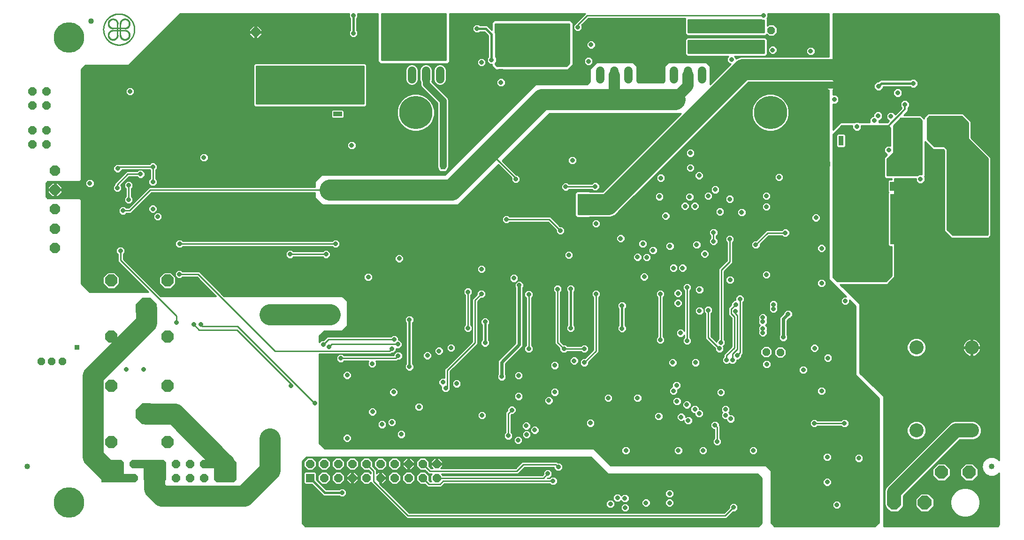
<source format=gbl>
G75*
%MOIN*%
%OFA0B0*%
%FSLAX25Y25*%
%IPPOS*%
%LPD*%
%AMOC8*
5,1,8,0,0,1.08239X$1,22.5*
%
%ADD10C,0.06000*%
%ADD11OC8,0.07087*%
%ADD12OC8,0.08600*%
%ADD13OC8,0.15000*%
%ADD14C,0.01000*%
%ADD15C,0.00100*%
%ADD16OC8,0.05906*%
%ADD17OC8,0.05315*%
%ADD18OC8,0.10000*%
%ADD19R,0.05906X0.05906*%
%ADD20OC8,0.09693*%
%ADD21C,0.04000*%
%ADD22OC8,0.09055*%
%ADD23C,0.10000*%
%ADD24C,0.00404*%
%ADD25OC8,0.06496*%
%ADD26C,0.23622*%
%ADD27OC8,0.03175*%
%ADD28C,0.01600*%
%ADD29R,0.03175X0.03175*%
%ADD30C,0.05000*%
%ADD31C,0.15000*%
%ADD32C,0.01200*%
%ADD33C,0.08000*%
%ADD34C,0.02400*%
%ADD35C,0.21654*%
%ADD36C,0.03200*%
%ADD37C,0.10000*%
D10*
X0170042Y0198763D02*
X0180042Y0198763D01*
X0180042Y0208763D01*
X0170042Y0208763D01*
X0180042Y0198763D02*
X0190042Y0198763D01*
X0200042Y0198763D02*
X0200042Y0208763D01*
X0210042Y0208763D01*
X0210042Y0198763D01*
X0200042Y0208763D02*
X0190042Y0208763D01*
X0240042Y0208763D02*
X0250042Y0208763D01*
X0250042Y0198763D01*
X0260042Y0198763D01*
X0260042Y0208763D01*
X0387593Y0482350D02*
X0387593Y0488350D01*
X0397593Y0488350D02*
X0397593Y0482350D01*
X0407593Y0482350D02*
X0407593Y0488350D01*
X0521343Y0488350D02*
X0521343Y0482350D01*
X0531343Y0482350D02*
X0531343Y0488350D01*
X0541343Y0488350D02*
X0541343Y0482350D01*
X0573843Y0482350D02*
X0573843Y0488350D01*
X0583843Y0488350D02*
X0583843Y0482350D01*
X0593843Y0482350D02*
X0593843Y0488350D01*
D11*
X0134058Y0417424D03*
X0134058Y0403644D03*
X0134058Y0389865D03*
X0134058Y0376085D03*
X0134058Y0362306D03*
D12*
X0173979Y0339196D03*
X0213979Y0339196D03*
X0213979Y0299196D03*
X0173979Y0299196D03*
X0173979Y0264196D03*
X0213979Y0264196D03*
X0213979Y0224196D03*
X0173979Y0224196D03*
D13*
X0199018Y0244196D03*
X0199018Y0319196D03*
D14*
X0208673Y0328298D02*
X0248266Y0328298D01*
X0248515Y0328050D02*
X0208922Y0328050D01*
X0182593Y0354378D01*
X0182593Y0357934D01*
X0183681Y0359021D01*
X0183681Y0361579D01*
X0181872Y0363387D01*
X0179314Y0363387D01*
X0177506Y0361579D01*
X0177506Y0359021D01*
X0178593Y0357934D01*
X0178593Y0352722D01*
X0179765Y0351550D01*
X0200515Y0330800D01*
X0158843Y0330800D01*
X0152593Y0337050D01*
X0152593Y0396550D01*
X0151593Y0397550D01*
X0128843Y0397550D01*
X0127593Y0398800D01*
X0127593Y0408300D01*
X0128843Y0409550D01*
X0151593Y0409550D01*
X0152593Y0410550D01*
X0152593Y0489300D01*
X0155593Y0492300D01*
X0186343Y0492300D01*
X0222912Y0528869D01*
X0343046Y0528869D01*
X0343006Y0528829D01*
X0343006Y0526271D01*
X0343793Y0525484D01*
X0343793Y0517116D01*
X0343006Y0516329D01*
X0343006Y0513771D01*
X0344814Y0511963D01*
X0347372Y0511963D01*
X0349181Y0513771D01*
X0349181Y0516329D01*
X0348393Y0517116D01*
X0348393Y0525484D01*
X0349181Y0526271D01*
X0349181Y0528829D01*
X0349140Y0528869D01*
X0363493Y0528869D01*
X0363493Y0495283D01*
X0363889Y0494327D01*
X0364620Y0493596D01*
X0365576Y0493200D01*
X0412360Y0493200D01*
X0413316Y0493596D01*
X0414047Y0494327D01*
X0414443Y0495283D01*
X0414443Y0528869D01*
X0510584Y0528869D01*
X0510093Y0528378D01*
X0504102Y0522387D01*
X0504064Y0522387D01*
X0502256Y0520579D01*
X0502256Y0518021D01*
X0504064Y0516213D01*
X0506622Y0516213D01*
X0508431Y0518021D01*
X0508431Y0520579D01*
X0508190Y0520819D01*
X0512922Y0525550D01*
X0581732Y0525550D01*
X0581643Y0525461D01*
X0581643Y0514639D01*
X0582932Y0513350D01*
X0638754Y0513350D01*
X0639709Y0514305D01*
X0641121Y0512893D01*
X0644565Y0512893D01*
X0647001Y0515328D01*
X0647001Y0518772D01*
X0644565Y0521207D01*
X0641121Y0521207D01*
X0640043Y0520130D01*
X0640043Y0525461D01*
X0639832Y0525673D01*
X0640431Y0526271D01*
X0640431Y0528829D01*
X0640390Y0528869D01*
X0683593Y0528869D01*
X0683593Y0498300D01*
X0621053Y0498300D01*
X0617745Y0496930D01*
X0617681Y0496865D01*
X0617681Y0497579D01*
X0616659Y0498600D01*
X0638754Y0498600D01*
X0640043Y0499889D01*
X0640043Y0510711D01*
X0638754Y0512000D01*
X0582932Y0512000D01*
X0581643Y0510711D01*
X0581643Y0499889D01*
X0582932Y0498600D01*
X0612527Y0498600D01*
X0611506Y0497579D01*
X0611506Y0495021D01*
X0613314Y0493213D01*
X0614028Y0493213D01*
X0599343Y0478528D01*
X0599343Y0491714D01*
X0598757Y0492300D01*
X0597343Y0493714D01*
X0597343Y0493714D01*
X0596757Y0494300D01*
X0569679Y0494300D01*
X0569093Y0493714D01*
X0567093Y0491714D01*
X0567093Y0480964D01*
X0566179Y0480050D01*
X0548257Y0480050D01*
X0547343Y0480964D01*
X0547343Y0491714D01*
X0546757Y0492300D01*
X0544757Y0494300D01*
X0518679Y0494300D01*
X0518093Y0493714D01*
X0514093Y0489714D01*
X0514093Y0480464D01*
X0512179Y0478550D01*
X0475429Y0478550D01*
X0474843Y0477964D01*
X0411179Y0414300D01*
X0323429Y0414300D01*
X0322843Y0413714D01*
X0318843Y0409714D01*
X0318843Y0405591D01*
X0201056Y0405591D01*
X0186265Y0390800D01*
X0184709Y0390800D01*
X0183622Y0391887D01*
X0181064Y0391887D01*
X0179256Y0390079D01*
X0179256Y0387521D01*
X0181064Y0385713D01*
X0183622Y0385713D01*
X0184709Y0386800D01*
X0187922Y0386800D01*
X0189093Y0387972D01*
X0202713Y0401591D01*
X0318843Y0401591D01*
X0318843Y0397886D01*
X0319429Y0397300D01*
X0323929Y0392800D01*
X0420257Y0392800D01*
X0420843Y0393386D01*
X0449011Y0421554D01*
X0458256Y0412309D01*
X0458256Y0410021D01*
X0460064Y0408213D01*
X0462622Y0408213D01*
X0464431Y0410021D01*
X0464431Y0412579D01*
X0462622Y0414387D01*
X0461834Y0414387D01*
X0451839Y0424382D01*
X0485257Y0457800D01*
X0578615Y0457800D01*
X0523115Y0402300D01*
X0513954Y0402300D01*
X0513754Y0402500D01*
X0504682Y0402500D01*
X0503393Y0401211D01*
X0503393Y0385389D01*
X0504682Y0384100D01*
X0513754Y0384100D01*
X0513954Y0384300D01*
X0528633Y0384300D01*
X0531941Y0385670D01*
X0534473Y0388202D01*
X0626571Y0480300D01*
X0681555Y0480300D01*
X0681056Y0479096D01*
X0681056Y0477504D01*
X0681665Y0476034D01*
X0682790Y0474909D01*
X0683593Y0474576D01*
X0683593Y0340050D01*
X0696006Y0327637D01*
X0694064Y0327637D01*
X0692256Y0325829D01*
X0692256Y0323271D01*
X0694064Y0321463D01*
X0696622Y0321463D01*
X0698431Y0323271D01*
X0698431Y0325213D01*
X0702593Y0321050D01*
X0702593Y0272050D01*
X0719343Y0255300D01*
X0719343Y0167050D01*
X0716540Y0164247D01*
X0645146Y0164247D01*
X0642593Y0166800D01*
X0642593Y0204050D01*
X0639093Y0207550D01*
X0528843Y0207550D01*
X0516843Y0219550D01*
X0325593Y0219550D01*
X0321843Y0223300D01*
X0321843Y0287050D01*
X0372672Y0287050D01*
X0373084Y0287463D01*
X0374622Y0287463D01*
X0376431Y0289271D01*
X0376431Y0290713D01*
X0378872Y0290713D01*
X0380681Y0292521D01*
X0380681Y0295079D01*
X0378872Y0296887D01*
X0378181Y0296887D01*
X0378181Y0298579D01*
X0376372Y0300387D01*
X0373814Y0300387D01*
X0372727Y0299300D01*
X0327515Y0299300D01*
X0324852Y0296637D01*
X0323314Y0296637D01*
X0321843Y0295166D01*
X0321843Y0299800D01*
X0325343Y0303300D01*
X0338093Y0303300D01*
X0341593Y0306800D01*
X0341593Y0324550D01*
X0338093Y0328050D01*
X0254172Y0328050D01*
X0236672Y0345550D01*
X0224709Y0345550D01*
X0223622Y0346637D01*
X0221064Y0346637D01*
X0219256Y0344829D01*
X0219256Y0342271D01*
X0221064Y0340463D01*
X0223622Y0340463D01*
X0224709Y0341550D01*
X0235015Y0341550D01*
X0248515Y0328050D01*
X0247268Y0329297D02*
X0207675Y0329297D01*
X0206676Y0330295D02*
X0246269Y0330295D01*
X0245271Y0331294D02*
X0205678Y0331294D01*
X0204679Y0332292D02*
X0244272Y0332292D01*
X0243274Y0333291D02*
X0203681Y0333291D01*
X0202682Y0334289D02*
X0210683Y0334289D01*
X0211577Y0333396D02*
X0216381Y0333396D01*
X0219779Y0336793D01*
X0219779Y0341598D01*
X0216381Y0344996D01*
X0211577Y0344996D01*
X0208179Y0341598D01*
X0208179Y0336793D01*
X0211577Y0333396D01*
X0209684Y0335288D02*
X0201684Y0335288D01*
X0200685Y0336287D02*
X0208686Y0336287D01*
X0208179Y0337285D02*
X0199687Y0337285D01*
X0198688Y0338284D02*
X0208179Y0338284D01*
X0208179Y0339282D02*
X0197690Y0339282D01*
X0196691Y0340281D02*
X0208179Y0340281D01*
X0208179Y0341279D02*
X0195693Y0341279D01*
X0194694Y0342278D02*
X0208858Y0342278D01*
X0209857Y0343276D02*
X0193695Y0343276D01*
X0192697Y0344275D02*
X0210855Y0344275D01*
X0217102Y0344275D02*
X0219256Y0344275D01*
X0219256Y0343276D02*
X0218101Y0343276D01*
X0219100Y0342278D02*
X0219256Y0342278D01*
X0219779Y0341279D02*
X0220248Y0341279D01*
X0219779Y0340281D02*
X0236284Y0340281D01*
X0235286Y0341279D02*
X0224438Y0341279D01*
X0222343Y0343550D02*
X0235843Y0343550D01*
X0290343Y0289050D01*
X0371843Y0289050D01*
X0373343Y0290550D01*
X0375517Y0288358D02*
X0376285Y0288358D01*
X0376564Y0288637D02*
X0374756Y0286829D01*
X0374756Y0285800D01*
X0339459Y0285800D01*
X0338372Y0286887D01*
X0335814Y0286887D01*
X0334006Y0285079D01*
X0334006Y0282521D01*
X0335814Y0280713D01*
X0338372Y0280713D01*
X0339459Y0281800D01*
X0356727Y0281800D01*
X0356256Y0281329D01*
X0356256Y0278771D01*
X0358064Y0276963D01*
X0360622Y0276963D01*
X0362431Y0278771D01*
X0362431Y0281329D01*
X0361959Y0281800D01*
X0376922Y0281800D01*
X0377584Y0282463D01*
X0379122Y0282463D01*
X0380931Y0284271D01*
X0380931Y0286829D01*
X0379122Y0288637D01*
X0376564Y0288637D01*
X0376431Y0289356D02*
X0383543Y0289356D01*
X0383543Y0288358D02*
X0379401Y0288358D01*
X0380400Y0287359D02*
X0383543Y0287359D01*
X0383543Y0286361D02*
X0380931Y0286361D01*
X0380931Y0285362D02*
X0383543Y0285362D01*
X0383543Y0284364D02*
X0380931Y0284364D01*
X0380025Y0283365D02*
X0383543Y0283365D01*
X0383543Y0282367D02*
X0377488Y0282367D01*
X0376093Y0283800D02*
X0377843Y0285550D01*
X0376093Y0283800D02*
X0337093Y0283800D01*
X0335159Y0281368D02*
X0321843Y0281368D01*
X0321843Y0280370D02*
X0356256Y0280370D01*
X0356256Y0279371D02*
X0321843Y0279371D01*
X0321843Y0278373D02*
X0356654Y0278373D01*
X0357653Y0277374D02*
X0321843Y0277374D01*
X0321843Y0276376D02*
X0382901Y0276376D01*
X0382756Y0276521D02*
X0384564Y0274713D01*
X0387122Y0274713D01*
X0388931Y0276521D01*
X0388931Y0279079D01*
X0388143Y0279866D01*
X0388143Y0309234D01*
X0388931Y0310021D01*
X0388931Y0312579D01*
X0387122Y0314387D01*
X0384564Y0314387D01*
X0382756Y0312579D01*
X0382756Y0310021D01*
X0383543Y0309234D01*
X0383543Y0279866D01*
X0382756Y0279079D01*
X0382756Y0276521D01*
X0382756Y0277374D02*
X0361034Y0277374D01*
X0362032Y0278373D02*
X0382756Y0278373D01*
X0383048Y0279371D02*
X0362431Y0279371D01*
X0362431Y0280370D02*
X0383543Y0280370D01*
X0383543Y0281368D02*
X0362391Y0281368D01*
X0356295Y0281368D02*
X0339028Y0281368D01*
X0334160Y0282367D02*
X0321843Y0282367D01*
X0321843Y0283365D02*
X0334006Y0283365D01*
X0334006Y0284364D02*
X0321843Y0284364D01*
X0321843Y0285362D02*
X0334289Y0285362D01*
X0335288Y0286361D02*
X0321843Y0286361D01*
X0324593Y0293550D02*
X0328343Y0297300D01*
X0375093Y0297300D01*
X0378181Y0297345D02*
X0383543Y0297345D01*
X0383543Y0298343D02*
X0378181Y0298343D01*
X0377418Y0299342D02*
X0383543Y0299342D01*
X0383543Y0300340D02*
X0376419Y0300340D01*
X0373767Y0300340D02*
X0322383Y0300340D01*
X0321843Y0299342D02*
X0372769Y0299342D01*
X0379413Y0296346D02*
X0383543Y0296346D01*
X0383543Y0295348D02*
X0380412Y0295348D01*
X0380681Y0294349D02*
X0383543Y0294349D01*
X0383543Y0293351D02*
X0380681Y0293351D01*
X0380511Y0292352D02*
X0383543Y0292352D01*
X0383543Y0291353D02*
X0379513Y0291353D01*
X0377593Y0293800D02*
X0330593Y0293800D01*
X0328843Y0292050D01*
X0325559Y0297345D02*
X0321843Y0297345D01*
X0321843Y0298343D02*
X0326558Y0298343D01*
X0323023Y0296346D02*
X0321843Y0296346D01*
X0321843Y0295348D02*
X0322024Y0295348D01*
X0323382Y0301339D02*
X0383543Y0301339D01*
X0383543Y0302337D02*
X0324380Y0302337D01*
X0338129Y0303336D02*
X0383543Y0303336D01*
X0383543Y0304334D02*
X0339127Y0304334D01*
X0340126Y0305333D02*
X0383543Y0305333D01*
X0383543Y0306331D02*
X0341124Y0306331D01*
X0341593Y0307330D02*
X0383543Y0307330D01*
X0383543Y0308328D02*
X0341593Y0308328D01*
X0341593Y0309327D02*
X0383450Y0309327D01*
X0382756Y0310325D02*
X0341593Y0310325D01*
X0341593Y0311324D02*
X0382756Y0311324D01*
X0382756Y0312322D02*
X0341593Y0312322D01*
X0341593Y0313321D02*
X0383498Y0313321D01*
X0384496Y0314319D02*
X0341593Y0314319D01*
X0341593Y0315318D02*
X0425343Y0315318D01*
X0425343Y0316316D02*
X0341593Y0316316D01*
X0341593Y0317315D02*
X0425343Y0317315D01*
X0425343Y0318313D02*
X0341593Y0318313D01*
X0341593Y0319312D02*
X0425343Y0319312D01*
X0425343Y0320310D02*
X0341593Y0320310D01*
X0341593Y0321309D02*
X0425343Y0321309D01*
X0425343Y0322307D02*
X0341593Y0322307D01*
X0341593Y0323306D02*
X0425343Y0323306D01*
X0425343Y0324304D02*
X0341593Y0324304D01*
X0340840Y0325303D02*
X0425343Y0325303D01*
X0425343Y0326301D02*
X0339842Y0326301D01*
X0338843Y0327300D02*
X0425343Y0327300D01*
X0425343Y0328298D02*
X0253923Y0328298D01*
X0252925Y0329297D02*
X0424730Y0329297D01*
X0424256Y0329771D02*
X0425343Y0328684D01*
X0425343Y0307666D01*
X0424256Y0306579D01*
X0424256Y0304021D01*
X0426064Y0302213D01*
X0428622Y0302213D01*
X0430431Y0304021D01*
X0430431Y0306579D01*
X0429343Y0307666D01*
X0429343Y0328684D01*
X0430431Y0329771D01*
X0430431Y0332329D01*
X0428622Y0334137D01*
X0426064Y0334137D01*
X0424256Y0332329D01*
X0424256Y0329771D01*
X0424256Y0330295D02*
X0251926Y0330295D01*
X0250928Y0331294D02*
X0424256Y0331294D01*
X0424256Y0332292D02*
X0249929Y0332292D01*
X0248931Y0333291D02*
X0425218Y0333291D01*
X0427343Y0331050D02*
X0427343Y0305300D01*
X0424256Y0305333D02*
X0388143Y0305333D01*
X0388143Y0306331D02*
X0424256Y0306331D01*
X0425007Y0307330D02*
X0388143Y0307330D01*
X0388143Y0308328D02*
X0425343Y0308328D01*
X0425343Y0309327D02*
X0388236Y0309327D01*
X0388931Y0310325D02*
X0425343Y0310325D01*
X0425343Y0311324D02*
X0388931Y0311324D01*
X0388931Y0312322D02*
X0425343Y0312322D01*
X0425343Y0313321D02*
X0388189Y0313321D01*
X0387190Y0314319D02*
X0425343Y0314319D01*
X0429343Y0314319D02*
X0430475Y0314319D01*
X0430475Y0313321D02*
X0429343Y0313321D01*
X0429343Y0312322D02*
X0430475Y0312322D01*
X0430475Y0311324D02*
X0429343Y0311324D01*
X0429343Y0310325D02*
X0430475Y0310325D01*
X0430475Y0309327D02*
X0429343Y0309327D01*
X0429343Y0308328D02*
X0430475Y0308328D01*
X0430475Y0307330D02*
X0429680Y0307330D01*
X0430431Y0306331D02*
X0430475Y0306331D01*
X0430431Y0305333D02*
X0430475Y0305333D01*
X0430431Y0304334D02*
X0430475Y0304334D01*
X0430475Y0303336D02*
X0429745Y0303336D01*
X0430475Y0302337D02*
X0428747Y0302337D01*
X0430475Y0301339D02*
X0388143Y0301339D01*
X0388143Y0302337D02*
X0425940Y0302337D01*
X0424941Y0303336D02*
X0388143Y0303336D01*
X0388143Y0304334D02*
X0424256Y0304334D01*
X0430475Y0300340D02*
X0388143Y0300340D01*
X0388143Y0299342D02*
X0430475Y0299342D01*
X0430475Y0298343D02*
X0388143Y0298343D01*
X0388143Y0297345D02*
X0430475Y0297345D01*
X0430475Y0296346D02*
X0388143Y0296346D01*
X0388143Y0295348D02*
X0430062Y0295348D01*
X0430475Y0295760D02*
X0412015Y0277300D01*
X0410843Y0276128D01*
X0410843Y0269887D01*
X0408314Y0269887D01*
X0406506Y0268079D01*
X0406506Y0265521D01*
X0408314Y0263713D01*
X0408506Y0263713D01*
X0408506Y0261271D01*
X0410314Y0259463D01*
X0412872Y0259463D01*
X0414681Y0261271D01*
X0414681Y0262809D01*
X0414843Y0262972D01*
X0414843Y0274472D01*
X0434475Y0294103D01*
X0434475Y0324367D01*
X0436702Y0326594D01*
X0438240Y0326594D01*
X0440049Y0328403D01*
X0440049Y0330961D01*
X0438240Y0332769D01*
X0435682Y0332769D01*
X0433874Y0330961D01*
X0433874Y0329423D01*
X0430475Y0326024D01*
X0430475Y0295760D01*
X0429064Y0294349D02*
X0416660Y0294349D01*
X0416622Y0294387D02*
X0414064Y0294387D01*
X0412256Y0292579D01*
X0412256Y0290021D01*
X0414064Y0288213D01*
X0416622Y0288213D01*
X0418431Y0290021D01*
X0418431Y0292579D01*
X0416622Y0294387D01*
X0417659Y0293351D02*
X0428065Y0293351D01*
X0427067Y0292352D02*
X0418431Y0292352D01*
X0418431Y0291353D02*
X0426068Y0291353D01*
X0425070Y0290355D02*
X0418431Y0290355D01*
X0417766Y0289356D02*
X0424071Y0289356D01*
X0423073Y0288358D02*
X0416767Y0288358D01*
X0413919Y0288358D02*
X0409931Y0288358D01*
X0409931Y0287771D02*
X0408122Y0285963D01*
X0405564Y0285963D01*
X0403756Y0287771D01*
X0403756Y0290329D01*
X0405564Y0292137D01*
X0408122Y0292137D01*
X0409931Y0290329D01*
X0409931Y0287771D01*
X0409519Y0287359D02*
X0422074Y0287359D01*
X0421076Y0286361D02*
X0408520Y0286361D01*
X0409931Y0289356D02*
X0412920Y0289356D01*
X0412256Y0290355D02*
X0409904Y0290355D01*
X0408906Y0291353D02*
X0412256Y0291353D01*
X0412256Y0292352D02*
X0388143Y0292352D01*
X0388143Y0293351D02*
X0413027Y0293351D01*
X0414026Y0294349D02*
X0388143Y0294349D01*
X0388143Y0291353D02*
X0404780Y0291353D01*
X0403782Y0290355D02*
X0388143Y0290355D01*
X0388143Y0289356D02*
X0403756Y0289356D01*
X0403756Y0288358D02*
X0400401Y0288358D01*
X0399872Y0288887D02*
X0397314Y0288887D01*
X0395506Y0287079D01*
X0395506Y0284521D01*
X0397314Y0282713D01*
X0399872Y0282713D01*
X0401681Y0284521D01*
X0401681Y0287079D01*
X0399872Y0288887D01*
X0401400Y0287359D02*
X0404167Y0287359D01*
X0405166Y0286361D02*
X0401681Y0286361D01*
X0401681Y0285362D02*
X0420077Y0285362D01*
X0419079Y0284364D02*
X0401523Y0284364D01*
X0400525Y0283365D02*
X0418080Y0283365D01*
X0417082Y0282367D02*
X0388143Y0282367D01*
X0388143Y0283365D02*
X0396662Y0283365D01*
X0395663Y0284364D02*
X0388143Y0284364D01*
X0388143Y0285362D02*
X0395506Y0285362D01*
X0395506Y0286361D02*
X0388143Y0286361D01*
X0388143Y0287359D02*
X0395786Y0287359D01*
X0396785Y0288358D02*
X0388143Y0288358D01*
X0383543Y0290355D02*
X0376431Y0290355D01*
X0375286Y0287359D02*
X0372981Y0287359D01*
X0374756Y0286361D02*
X0338898Y0286361D01*
X0340314Y0274887D02*
X0338506Y0273079D01*
X0338506Y0270521D01*
X0340314Y0268713D01*
X0342872Y0268713D01*
X0344681Y0270521D01*
X0344681Y0273079D01*
X0342872Y0274887D01*
X0340314Y0274887D01*
X0339806Y0274379D02*
X0321843Y0274379D01*
X0321843Y0275377D02*
X0383900Y0275377D01*
X0387787Y0275377D02*
X0410843Y0275377D01*
X0410843Y0274379D02*
X0343381Y0274379D01*
X0344379Y0273380D02*
X0410843Y0273380D01*
X0410843Y0272382D02*
X0344681Y0272382D01*
X0344681Y0271383D02*
X0410843Y0271383D01*
X0410843Y0270385D02*
X0344544Y0270385D01*
X0343546Y0269386D02*
X0407813Y0269386D01*
X0406815Y0268388D02*
X0321843Y0268388D01*
X0321843Y0269386D02*
X0339641Y0269386D01*
X0338642Y0270385D02*
X0321843Y0270385D01*
X0321843Y0271383D02*
X0338506Y0271383D01*
X0338506Y0272382D02*
X0321843Y0272382D01*
X0321843Y0273380D02*
X0338807Y0273380D01*
X0321843Y0267389D02*
X0406506Y0267389D01*
X0406506Y0266391D02*
X0321843Y0266391D01*
X0321843Y0265392D02*
X0406635Y0265392D01*
X0407633Y0264394D02*
X0321843Y0264394D01*
X0321843Y0263395D02*
X0408506Y0263395D01*
X0408506Y0262397D02*
X0376363Y0262397D01*
X0375872Y0262887D02*
X0373314Y0262887D01*
X0371506Y0261079D01*
X0371506Y0258521D01*
X0373314Y0256713D01*
X0375872Y0256713D01*
X0377681Y0258521D01*
X0377681Y0261079D01*
X0375872Y0262887D01*
X0377361Y0261398D02*
X0408506Y0261398D01*
X0409377Y0260400D02*
X0377681Y0260400D01*
X0377681Y0259401D02*
X0461578Y0259401D01*
X0462064Y0259887D02*
X0460256Y0258079D01*
X0460256Y0255521D01*
X0462064Y0253713D01*
X0464622Y0253713D01*
X0466431Y0255521D01*
X0466431Y0258079D01*
X0464622Y0259887D01*
X0462064Y0259887D01*
X0460580Y0258403D02*
X0377562Y0258403D01*
X0376564Y0257404D02*
X0460256Y0257404D01*
X0460256Y0256406D02*
X0321843Y0256406D01*
X0321843Y0257404D02*
X0372623Y0257404D01*
X0371624Y0258403D02*
X0321843Y0258403D01*
X0321843Y0259401D02*
X0371506Y0259401D01*
X0371506Y0260400D02*
X0321843Y0260400D01*
X0321843Y0261398D02*
X0371825Y0261398D01*
X0372824Y0262397D02*
X0321843Y0262397D01*
X0321843Y0255407D02*
X0460370Y0255407D01*
X0461368Y0254409D02*
X0321843Y0254409D01*
X0321843Y0253410D02*
X0481756Y0253410D01*
X0481756Y0252521D02*
X0483564Y0250713D01*
X0486122Y0250713D01*
X0487931Y0252521D01*
X0487931Y0255079D01*
X0486122Y0256887D01*
X0483564Y0256887D01*
X0481756Y0255079D01*
X0481756Y0252521D01*
X0481865Y0252412D02*
X0321843Y0252412D01*
X0321843Y0251413D02*
X0390340Y0251413D01*
X0389506Y0250579D02*
X0391314Y0252387D01*
X0393872Y0252387D01*
X0395681Y0250579D01*
X0395681Y0248021D01*
X0393872Y0246213D01*
X0391314Y0246213D01*
X0389506Y0248021D01*
X0389506Y0250579D01*
X0389506Y0250415D02*
X0321843Y0250415D01*
X0321843Y0249416D02*
X0389506Y0249416D01*
X0389506Y0248418D02*
X0361342Y0248418D01*
X0360872Y0248887D02*
X0358314Y0248887D01*
X0356506Y0247079D01*
X0356506Y0244521D01*
X0358314Y0242713D01*
X0360872Y0242713D01*
X0362681Y0244521D01*
X0362681Y0247079D01*
X0360872Y0248887D01*
X0362340Y0247419D02*
X0390108Y0247419D01*
X0391106Y0246420D02*
X0362681Y0246420D01*
X0362681Y0245422D02*
X0435099Y0245422D01*
X0434256Y0244579D02*
X0434256Y0242021D01*
X0436064Y0240213D01*
X0438622Y0240213D01*
X0440431Y0242021D01*
X0440431Y0244579D01*
X0438622Y0246387D01*
X0436064Y0246387D01*
X0434256Y0244579D01*
X0434256Y0244423D02*
X0362583Y0244423D01*
X0361584Y0243425D02*
X0434256Y0243425D01*
X0434256Y0242426D02*
X0321843Y0242426D01*
X0321843Y0241428D02*
X0434849Y0241428D01*
X0435848Y0240429D02*
X0375580Y0240429D01*
X0376431Y0239579D02*
X0374622Y0241387D01*
X0372064Y0241387D01*
X0370256Y0239579D01*
X0370256Y0237021D01*
X0372064Y0235213D01*
X0374622Y0235213D01*
X0376431Y0237021D01*
X0376431Y0239579D01*
X0376431Y0239431D02*
X0454093Y0239431D01*
X0454093Y0240429D02*
X0438839Y0240429D01*
X0439837Y0241428D02*
X0454093Y0241428D01*
X0454093Y0242426D02*
X0440431Y0242426D01*
X0440431Y0243425D02*
X0454093Y0243425D01*
X0454093Y0244423D02*
X0440431Y0244423D01*
X0439587Y0245422D02*
X0454137Y0245422D01*
X0454093Y0245378D02*
X0454093Y0231166D01*
X0453006Y0230079D01*
X0453006Y0227521D01*
X0454814Y0225713D01*
X0457372Y0225713D01*
X0459181Y0227521D01*
X0459181Y0230079D01*
X0458093Y0231166D01*
X0458093Y0243722D01*
X0458334Y0243963D01*
X0459872Y0243963D01*
X0461681Y0245771D01*
X0461681Y0248329D01*
X0459872Y0250137D01*
X0457314Y0250137D01*
X0455506Y0248329D01*
X0455506Y0246791D01*
X0454093Y0245378D01*
X0455135Y0246420D02*
X0394080Y0246420D01*
X0395078Y0247419D02*
X0455506Y0247419D01*
X0455594Y0248418D02*
X0395681Y0248418D01*
X0395681Y0249416D02*
X0456593Y0249416D01*
X0458593Y0247050D02*
X0456093Y0244550D01*
X0456093Y0228800D01*
X0454077Y0226450D02*
X0344681Y0226450D01*
X0344681Y0225771D02*
X0342872Y0223963D01*
X0340314Y0223963D01*
X0338506Y0225771D01*
X0338506Y0228329D01*
X0340314Y0230137D01*
X0342872Y0230137D01*
X0344681Y0228329D01*
X0344681Y0225771D01*
X0344361Y0225452D02*
X0460006Y0225452D01*
X0460006Y0226450D02*
X0458110Y0226450D01*
X0459108Y0227449D02*
X0460626Y0227449D01*
X0460006Y0226829D02*
X0460006Y0224271D01*
X0461814Y0222463D01*
X0464372Y0222463D01*
X0466181Y0224271D01*
X0466181Y0226829D01*
X0464372Y0228637D01*
X0461814Y0228637D01*
X0460006Y0226829D01*
X0459181Y0228447D02*
X0461624Y0228447D01*
X0459181Y0229446D02*
X0466006Y0229446D01*
X0466006Y0230444D02*
X0458815Y0230444D01*
X0458093Y0231443D02*
X0466620Y0231443D01*
X0466006Y0230829D02*
X0466006Y0228271D01*
X0467814Y0226463D01*
X0470372Y0226463D01*
X0472181Y0228271D01*
X0472181Y0230829D01*
X0470372Y0232637D01*
X0467814Y0232637D01*
X0466006Y0230829D01*
X0467618Y0232441D02*
X0458093Y0232441D01*
X0458093Y0233440D02*
X0466837Y0233440D01*
X0467564Y0232713D02*
X0470122Y0232713D01*
X0471931Y0234521D01*
X0471931Y0237079D01*
X0470122Y0238887D01*
X0467564Y0238887D01*
X0465756Y0237079D01*
X0465756Y0234521D01*
X0467564Y0232713D01*
X0465839Y0234438D02*
X0458093Y0234438D01*
X0458093Y0235437D02*
X0465756Y0235437D01*
X0465756Y0236435D02*
X0458093Y0236435D01*
X0458093Y0237434D02*
X0466111Y0237434D01*
X0467109Y0238432D02*
X0458093Y0238432D01*
X0458093Y0239431D02*
X0511608Y0239431D01*
X0511256Y0239079D02*
X0511256Y0236521D01*
X0513064Y0234713D01*
X0515622Y0234713D01*
X0517431Y0236521D01*
X0517431Y0239079D01*
X0515622Y0240887D01*
X0513064Y0240887D01*
X0511256Y0239079D01*
X0511256Y0238432D02*
X0470577Y0238432D01*
X0471576Y0237434D02*
X0511256Y0237434D01*
X0511342Y0236435D02*
X0471931Y0236435D01*
X0471931Y0235437D02*
X0473114Y0235437D01*
X0473564Y0235887D02*
X0471756Y0234079D01*
X0471756Y0231521D01*
X0473564Y0229713D01*
X0476122Y0229713D01*
X0477931Y0231521D01*
X0477931Y0234079D01*
X0476122Y0235887D01*
X0473564Y0235887D01*
X0472115Y0234438D02*
X0471848Y0234438D01*
X0471756Y0233440D02*
X0470849Y0233440D01*
X0470568Y0232441D02*
X0471756Y0232441D01*
X0471834Y0231443D02*
X0471567Y0231443D01*
X0472181Y0230444D02*
X0472833Y0230444D01*
X0472181Y0229446D02*
X0602343Y0229446D01*
X0602343Y0230444D02*
X0476854Y0230444D01*
X0477852Y0231443D02*
X0602343Y0231443D01*
X0602343Y0232441D02*
X0477931Y0232441D01*
X0477931Y0233440D02*
X0601337Y0233440D01*
X0601564Y0233213D02*
X0602343Y0233213D01*
X0602343Y0226916D01*
X0601256Y0225829D01*
X0601256Y0223271D01*
X0603064Y0221463D01*
X0605622Y0221463D01*
X0607431Y0223271D01*
X0607431Y0225829D01*
X0606343Y0226916D01*
X0606343Y0235628D01*
X0605931Y0236041D01*
X0605931Y0237579D01*
X0604122Y0239387D01*
X0601564Y0239387D01*
X0599756Y0237579D01*
X0599756Y0235021D01*
X0601564Y0233213D01*
X0600339Y0234438D02*
X0477571Y0234438D01*
X0476573Y0235437D02*
X0512340Y0235437D01*
X0516346Y0235437D02*
X0599756Y0235437D01*
X0599756Y0236435D02*
X0517345Y0236435D01*
X0517431Y0237434D02*
X0581593Y0237434D01*
X0580756Y0238271D02*
X0582564Y0236463D01*
X0585122Y0236463D01*
X0586931Y0238271D01*
X0586931Y0240829D01*
X0585122Y0242637D01*
X0582564Y0242637D01*
X0581931Y0242004D01*
X0581931Y0243329D01*
X0580122Y0245137D01*
X0577564Y0245137D01*
X0575756Y0243329D01*
X0575756Y0240771D01*
X0577564Y0238963D01*
X0580122Y0238963D01*
X0580756Y0239596D01*
X0580756Y0238271D01*
X0580756Y0238432D02*
X0517431Y0238432D01*
X0517078Y0239431D02*
X0577096Y0239431D01*
X0576098Y0240429D02*
X0565089Y0240429D01*
X0565931Y0241271D02*
X0564122Y0239463D01*
X0561564Y0239463D01*
X0559756Y0241271D01*
X0559756Y0243829D01*
X0561564Y0245637D01*
X0564122Y0245637D01*
X0565931Y0243829D01*
X0565931Y0241271D01*
X0565931Y0241428D02*
X0575756Y0241428D01*
X0575756Y0242426D02*
X0565931Y0242426D01*
X0565931Y0243425D02*
X0575852Y0243425D01*
X0576850Y0244423D02*
X0565336Y0244423D01*
X0564337Y0245422D02*
X0586355Y0245422D01*
X0585506Y0246271D02*
X0587314Y0244463D01*
X0588506Y0244463D01*
X0588506Y0243271D01*
X0590314Y0241463D01*
X0592872Y0241463D01*
X0594681Y0243271D01*
X0594681Y0245829D01*
X0592872Y0247637D01*
X0591681Y0247637D01*
X0591681Y0248829D01*
X0589872Y0250637D01*
X0587314Y0250637D01*
X0585506Y0248829D01*
X0585506Y0246271D01*
X0585506Y0246420D02*
X0461681Y0246420D01*
X0461681Y0247419D02*
X0585506Y0247419D01*
X0585506Y0248418D02*
X0584827Y0248418D01*
X0584122Y0247713D02*
X0585931Y0249521D01*
X0585931Y0252079D01*
X0584122Y0253887D01*
X0581564Y0253887D01*
X0579756Y0252079D01*
X0579756Y0249521D01*
X0581564Y0247713D01*
X0584122Y0247713D01*
X0585825Y0249416D02*
X0586093Y0249416D01*
X0585931Y0250415D02*
X0587091Y0250415D01*
X0585931Y0251413D02*
X0719343Y0251413D01*
X0719343Y0250415D02*
X0611845Y0250415D01*
X0611622Y0250637D02*
X0613431Y0248829D01*
X0613431Y0246271D01*
X0612584Y0245425D01*
X0613431Y0244579D01*
X0613431Y0243887D01*
X0615372Y0243887D01*
X0617181Y0242079D01*
X0617181Y0239521D01*
X0615372Y0237713D01*
X0612814Y0237713D01*
X0611006Y0239521D01*
X0611006Y0240213D01*
X0609064Y0240213D01*
X0607256Y0242021D01*
X0607256Y0244579D01*
X0608102Y0245425D01*
X0607256Y0246271D01*
X0607256Y0248829D01*
X0609064Y0250637D01*
X0611622Y0250637D01*
X0612843Y0249416D02*
X0719343Y0249416D01*
X0719343Y0248418D02*
X0613431Y0248418D01*
X0613431Y0247419D02*
X0719343Y0247419D01*
X0719343Y0246420D02*
X0613431Y0246420D01*
X0612587Y0245422D02*
X0719343Y0245422D01*
X0719343Y0244423D02*
X0613431Y0244423D01*
X0615834Y0243425D02*
X0719343Y0243425D01*
X0719343Y0242426D02*
X0616833Y0242426D01*
X0617181Y0241428D02*
X0719343Y0241428D01*
X0719343Y0240429D02*
X0696330Y0240429D01*
X0696122Y0240637D02*
X0693564Y0240637D01*
X0692477Y0239550D01*
X0675709Y0239550D01*
X0674622Y0240637D01*
X0672064Y0240637D01*
X0670256Y0238829D01*
X0670256Y0236271D01*
X0672064Y0234463D01*
X0674622Y0234463D01*
X0675709Y0235550D01*
X0692477Y0235550D01*
X0693564Y0234463D01*
X0696122Y0234463D01*
X0697931Y0236271D01*
X0697931Y0238829D01*
X0696122Y0240637D01*
X0697328Y0239431D02*
X0719343Y0239431D01*
X0719343Y0238432D02*
X0697931Y0238432D01*
X0697931Y0237434D02*
X0719343Y0237434D01*
X0719343Y0236435D02*
X0697931Y0236435D01*
X0697096Y0235437D02*
X0719343Y0235437D01*
X0719343Y0234438D02*
X0606343Y0234438D01*
X0606343Y0233440D02*
X0719343Y0233440D01*
X0719343Y0232441D02*
X0606343Y0232441D01*
X0606343Y0231443D02*
X0719343Y0231443D01*
X0719343Y0230444D02*
X0606343Y0230444D01*
X0606343Y0229446D02*
X0719343Y0229446D01*
X0719343Y0228447D02*
X0606343Y0228447D01*
X0606343Y0227449D02*
X0719343Y0227449D01*
X0719343Y0226450D02*
X0606809Y0226450D01*
X0607431Y0225452D02*
X0719343Y0225452D01*
X0719343Y0224453D02*
X0607431Y0224453D01*
X0607431Y0223455D02*
X0719343Y0223455D01*
X0719343Y0222456D02*
X0606616Y0222456D01*
X0604343Y0224550D02*
X0604343Y0234800D01*
X0602843Y0236300D01*
X0600609Y0238432D02*
X0586931Y0238432D01*
X0586931Y0239431D02*
X0611096Y0239431D01*
X0612095Y0238432D02*
X0605077Y0238432D01*
X0605931Y0237434D02*
X0670256Y0237434D01*
X0670256Y0238432D02*
X0616092Y0238432D01*
X0617090Y0239431D02*
X0670858Y0239431D01*
X0671856Y0240429D02*
X0617181Y0240429D01*
X0608848Y0240429D02*
X0586931Y0240429D01*
X0586331Y0241428D02*
X0607849Y0241428D01*
X0607256Y0242426D02*
X0593836Y0242426D01*
X0594681Y0243425D02*
X0607256Y0243425D01*
X0607256Y0244423D02*
X0594681Y0244423D01*
X0594681Y0245422D02*
X0608099Y0245422D01*
X0607256Y0246420D02*
X0594089Y0246420D01*
X0593090Y0247419D02*
X0607256Y0247419D01*
X0607256Y0248418D02*
X0591681Y0248418D01*
X0591093Y0249416D02*
X0607843Y0249416D01*
X0608841Y0250415D02*
X0590095Y0250415D01*
X0585598Y0252412D02*
X0719343Y0252412D01*
X0719343Y0253410D02*
X0584599Y0253410D01*
X0581087Y0253410D02*
X0578931Y0253410D01*
X0578931Y0252412D02*
X0580088Y0252412D01*
X0579756Y0251413D02*
X0578322Y0251413D01*
X0578931Y0252021D02*
X0577122Y0250213D01*
X0574564Y0250213D01*
X0572756Y0252021D01*
X0572756Y0254579D01*
X0574564Y0256387D01*
X0577122Y0256387D01*
X0578931Y0254579D01*
X0578931Y0252021D01*
X0579756Y0250415D02*
X0577324Y0250415D01*
X0579861Y0249416D02*
X0460593Y0249416D01*
X0461592Y0248418D02*
X0580859Y0248418D01*
X0580836Y0244423D02*
X0588506Y0244423D01*
X0588506Y0243425D02*
X0581834Y0243425D01*
X0581931Y0242426D02*
X0582353Y0242426D01*
X0585333Y0242426D02*
X0589350Y0242426D01*
X0586093Y0237434D02*
X0599756Y0237434D01*
X0605931Y0236435D02*
X0670256Y0236435D01*
X0671090Y0235437D02*
X0606343Y0235437D01*
X0602343Y0228447D02*
X0472181Y0228447D01*
X0471358Y0227449D02*
X0602343Y0227449D01*
X0601877Y0226450D02*
X0466181Y0226450D01*
X0466181Y0225452D02*
X0601256Y0225452D01*
X0601256Y0224453D02*
X0466181Y0224453D01*
X0465364Y0223455D02*
X0601256Y0223455D01*
X0602071Y0222456D02*
X0322687Y0222456D01*
X0321843Y0223455D02*
X0460822Y0223455D01*
X0460006Y0224453D02*
X0343363Y0224453D01*
X0344681Y0227449D02*
X0378078Y0227449D01*
X0378814Y0226713D02*
X0381372Y0226713D01*
X0383181Y0228521D01*
X0383181Y0231079D01*
X0381372Y0232887D01*
X0378814Y0232887D01*
X0377006Y0231079D01*
X0377006Y0228521D01*
X0378814Y0226713D01*
X0377080Y0228447D02*
X0344562Y0228447D01*
X0343564Y0229446D02*
X0377006Y0229446D01*
X0377006Y0230444D02*
X0321843Y0230444D01*
X0321843Y0229446D02*
X0339623Y0229446D01*
X0338624Y0228447D02*
X0321843Y0228447D01*
X0321843Y0227449D02*
X0338506Y0227449D01*
X0338506Y0226450D02*
X0321843Y0226450D01*
X0321843Y0225452D02*
X0338825Y0225452D01*
X0339824Y0224453D02*
X0321843Y0224453D01*
X0323685Y0221458D02*
X0719343Y0221458D01*
X0719343Y0220459D02*
X0632300Y0220459D01*
X0633181Y0219579D02*
X0631372Y0221387D01*
X0628814Y0221387D01*
X0627006Y0219579D01*
X0627006Y0217021D01*
X0628814Y0215213D01*
X0631372Y0215213D01*
X0633181Y0217021D01*
X0633181Y0219579D01*
X0633181Y0219461D02*
X0719343Y0219461D01*
X0719343Y0218462D02*
X0633181Y0218462D01*
X0633181Y0217464D02*
X0719343Y0217464D01*
X0719343Y0216465D02*
X0684044Y0216465D01*
X0683872Y0216637D02*
X0681314Y0216637D01*
X0679506Y0214829D01*
X0679506Y0212271D01*
X0681314Y0210463D01*
X0683872Y0210463D01*
X0685681Y0212271D01*
X0685681Y0214829D01*
X0683872Y0216637D01*
X0685043Y0215467D02*
X0703394Y0215467D01*
X0703814Y0215887D02*
X0702006Y0214079D01*
X0702006Y0211521D01*
X0703814Y0209713D01*
X0706372Y0209713D01*
X0708181Y0211521D01*
X0708181Y0214079D01*
X0706372Y0215887D01*
X0703814Y0215887D01*
X0702395Y0214468D02*
X0685681Y0214468D01*
X0685681Y0213470D02*
X0702006Y0213470D01*
X0702006Y0212471D02*
X0685681Y0212471D01*
X0684882Y0211473D02*
X0702054Y0211473D01*
X0703053Y0210474D02*
X0683883Y0210474D01*
X0681303Y0210474D02*
X0525919Y0210474D01*
X0524921Y0211473D02*
X0680304Y0211473D01*
X0679506Y0212471D02*
X0523922Y0212471D01*
X0522924Y0213470D02*
X0679506Y0213470D01*
X0679506Y0214468D02*
X0521925Y0214468D01*
X0520927Y0215467D02*
X0538060Y0215467D01*
X0538314Y0215213D02*
X0540872Y0215213D01*
X0542681Y0217021D01*
X0542681Y0219579D01*
X0540872Y0221387D01*
X0538314Y0221387D01*
X0536506Y0219579D01*
X0536506Y0217021D01*
X0538314Y0215213D01*
X0537062Y0216465D02*
X0519928Y0216465D01*
X0518930Y0217464D02*
X0536506Y0217464D01*
X0536506Y0218462D02*
X0517931Y0218462D01*
X0516932Y0219461D02*
X0536506Y0219461D01*
X0537386Y0220459D02*
X0324684Y0220459D01*
X0323394Y0213215D02*
X0320786Y0210607D01*
X0320786Y0206918D01*
X0323394Y0204310D01*
X0327083Y0204310D01*
X0329692Y0206918D01*
X0329692Y0210607D01*
X0327083Y0213215D01*
X0323394Y0213215D01*
X0322650Y0212471D02*
X0317827Y0212471D01*
X0317083Y0213215D02*
X0313394Y0213215D01*
X0310786Y0210607D01*
X0310786Y0206918D01*
X0313394Y0204310D01*
X0317083Y0204310D01*
X0319692Y0206918D01*
X0319692Y0210607D01*
X0317083Y0213215D01*
X0318826Y0211473D02*
X0321652Y0211473D01*
X0320786Y0210474D02*
X0319692Y0210474D01*
X0319692Y0209476D02*
X0320786Y0209476D01*
X0320786Y0208477D02*
X0319692Y0208477D01*
X0319692Y0207479D02*
X0320786Y0207479D01*
X0321224Y0206480D02*
X0319253Y0206480D01*
X0318255Y0205482D02*
X0322223Y0205482D01*
X0323221Y0204483D02*
X0317256Y0204483D01*
X0318813Y0203215D02*
X0311665Y0203215D01*
X0310786Y0202337D01*
X0310786Y0195189D01*
X0311665Y0194310D01*
X0316439Y0194310D01*
X0324749Y0186000D01*
X0336027Y0186000D01*
X0336814Y0185213D01*
X0339372Y0185213D01*
X0341181Y0187021D01*
X0341181Y0189579D01*
X0339372Y0191387D01*
X0336814Y0191387D01*
X0336027Y0190600D01*
X0326654Y0190600D01*
X0319692Y0197563D01*
X0319692Y0202337D01*
X0318813Y0203215D01*
X0319542Y0202486D02*
X0322665Y0202486D01*
X0323394Y0203215D02*
X0320786Y0200607D01*
X0320786Y0196918D01*
X0323394Y0194310D01*
X0327083Y0194310D01*
X0329692Y0196918D01*
X0329692Y0200607D01*
X0327083Y0203215D01*
X0323394Y0203215D01*
X0321667Y0201487D02*
X0319692Y0201487D01*
X0319692Y0200489D02*
X0320786Y0200489D01*
X0320786Y0199490D02*
X0319692Y0199490D01*
X0319692Y0198492D02*
X0320786Y0198492D01*
X0320786Y0197493D02*
X0319761Y0197493D01*
X0320759Y0196495D02*
X0321209Y0196495D01*
X0321758Y0195496D02*
X0322208Y0195496D01*
X0322756Y0194498D02*
X0323206Y0194498D01*
X0323755Y0193499D02*
X0360315Y0193499D01*
X0361314Y0192501D02*
X0324753Y0192501D01*
X0325752Y0191502D02*
X0362312Y0191502D01*
X0363311Y0190504D02*
X0340256Y0190504D01*
X0341181Y0189505D02*
X0364309Y0189505D01*
X0365308Y0188507D02*
X0341181Y0188507D01*
X0341181Y0187508D02*
X0366306Y0187508D01*
X0367305Y0186510D02*
X0340669Y0186510D01*
X0339671Y0185511D02*
X0368303Y0185511D01*
X0369302Y0184513D02*
X0309593Y0184513D01*
X0309593Y0185511D02*
X0336516Y0185511D01*
X0337083Y0194310D02*
X0333394Y0194310D01*
X0330786Y0196918D01*
X0330786Y0200607D01*
X0333394Y0203215D01*
X0337083Y0203215D01*
X0339692Y0200607D01*
X0339692Y0196918D01*
X0337083Y0194310D01*
X0337271Y0194498D02*
X0353206Y0194498D01*
X0353394Y0194310D02*
X0357083Y0194310D01*
X0358343Y0195570D01*
X0358343Y0195472D01*
X0384015Y0169800D01*
X0610922Y0169800D01*
X0615834Y0174713D01*
X0617372Y0174713D01*
X0619181Y0176521D01*
X0619181Y0179079D01*
X0617372Y0180887D01*
X0614814Y0180887D01*
X0613006Y0179079D01*
X0613006Y0177541D01*
X0609265Y0173800D01*
X0385672Y0173800D01*
X0364755Y0194717D01*
X0364755Y0198278D01*
X0365723Y0198278D01*
X0365723Y0194510D01*
X0367000Y0194510D01*
X0369492Y0197001D01*
X0369492Y0198278D01*
X0365723Y0198278D01*
X0365723Y0199247D01*
X0364755Y0199247D01*
X0364755Y0203015D01*
X0363477Y0203015D01*
X0362343Y0201881D01*
X0362343Y0204487D01*
X0361172Y0205658D01*
X0359692Y0207138D01*
X0359692Y0210607D01*
X0357083Y0213215D01*
X0353394Y0213215D01*
X0350786Y0210607D01*
X0350786Y0206918D01*
X0353394Y0204310D01*
X0356863Y0204310D01*
X0358343Y0202830D01*
X0358343Y0201955D01*
X0357083Y0203215D01*
X0353394Y0203215D01*
X0350786Y0200607D01*
X0350786Y0196918D01*
X0353394Y0194310D01*
X0352208Y0195496D02*
X0347987Y0195496D01*
X0347000Y0194510D02*
X0349492Y0197001D01*
X0349492Y0198278D01*
X0345723Y0198278D01*
X0345723Y0194510D01*
X0347000Y0194510D01*
X0345723Y0195496D02*
X0344755Y0195496D01*
X0344755Y0194510D02*
X0344755Y0198278D01*
X0345723Y0198278D01*
X0345723Y0199247D01*
X0344755Y0199247D01*
X0344755Y0203015D01*
X0343477Y0203015D01*
X0340986Y0200524D01*
X0340986Y0199247D01*
X0344755Y0199247D01*
X0344755Y0198278D01*
X0340986Y0198278D01*
X0340986Y0197001D01*
X0343477Y0194510D01*
X0344755Y0194510D01*
X0344755Y0196495D02*
X0345723Y0196495D01*
X0345723Y0197493D02*
X0344755Y0197493D01*
X0344755Y0198492D02*
X0339692Y0198492D01*
X0339692Y0199490D02*
X0340986Y0199490D01*
X0340986Y0200489D02*
X0339692Y0200489D01*
X0338811Y0201487D02*
X0341949Y0201487D01*
X0342948Y0202486D02*
X0337813Y0202486D01*
X0337083Y0204310D02*
X0339692Y0206918D01*
X0339692Y0210607D01*
X0337083Y0213215D01*
X0333394Y0213215D01*
X0330786Y0210607D01*
X0330786Y0206918D01*
X0333394Y0204310D01*
X0337083Y0204310D01*
X0337256Y0204483D02*
X0343221Y0204483D01*
X0343394Y0204310D02*
X0347083Y0204310D01*
X0349692Y0206918D01*
X0349692Y0210607D01*
X0347083Y0213215D01*
X0343394Y0213215D01*
X0340786Y0210607D01*
X0340786Y0206918D01*
X0343394Y0204310D01*
X0342223Y0205482D02*
X0338255Y0205482D01*
X0339253Y0206480D02*
X0341224Y0206480D01*
X0340786Y0207479D02*
X0339692Y0207479D01*
X0339692Y0208477D02*
X0340786Y0208477D01*
X0340786Y0209476D02*
X0339692Y0209476D01*
X0339692Y0210474D02*
X0340786Y0210474D01*
X0341652Y0211473D02*
X0338826Y0211473D01*
X0337827Y0212471D02*
X0342650Y0212471D01*
X0347827Y0212471D02*
X0352650Y0212471D01*
X0351652Y0211473D02*
X0348826Y0211473D01*
X0349692Y0210474D02*
X0350786Y0210474D01*
X0350786Y0209476D02*
X0349692Y0209476D01*
X0349692Y0208477D02*
X0350786Y0208477D01*
X0350786Y0207479D02*
X0349692Y0207479D01*
X0349253Y0206480D02*
X0351224Y0206480D01*
X0352223Y0205482D02*
X0348255Y0205482D01*
X0347256Y0204483D02*
X0353221Y0204483D01*
X0352665Y0202486D02*
X0347530Y0202486D01*
X0347000Y0203015D02*
X0345723Y0203015D01*
X0345723Y0199247D01*
X0349492Y0199247D01*
X0349492Y0200524D01*
X0347000Y0203015D01*
X0345723Y0202486D02*
X0344755Y0202486D01*
X0344755Y0201487D02*
X0345723Y0201487D01*
X0345723Y0200489D02*
X0344755Y0200489D01*
X0344755Y0199490D02*
X0345723Y0199490D01*
X0345723Y0198492D02*
X0350786Y0198492D01*
X0350786Y0199490D02*
X0349492Y0199490D01*
X0349492Y0200489D02*
X0350786Y0200489D01*
X0351667Y0201487D02*
X0348528Y0201487D01*
X0349492Y0197493D02*
X0350786Y0197493D01*
X0351209Y0196495D02*
X0348985Y0196495D01*
X0342491Y0195496D02*
X0338270Y0195496D01*
X0339268Y0196495D02*
X0341492Y0196495D01*
X0340986Y0197493D02*
X0339692Y0197493D01*
X0333206Y0194498D02*
X0327271Y0194498D01*
X0328270Y0195496D02*
X0332208Y0195496D01*
X0331209Y0196495D02*
X0329268Y0196495D01*
X0329692Y0197493D02*
X0330786Y0197493D01*
X0330786Y0198492D02*
X0329692Y0198492D01*
X0329692Y0199490D02*
X0330786Y0199490D01*
X0330786Y0200489D02*
X0329692Y0200489D01*
X0328811Y0201487D02*
X0331667Y0201487D01*
X0332665Y0202486D02*
X0327813Y0202486D01*
X0327256Y0204483D02*
X0333221Y0204483D01*
X0332223Y0205482D02*
X0328255Y0205482D01*
X0329253Y0206480D02*
X0331224Y0206480D01*
X0330786Y0207479D02*
X0329692Y0207479D01*
X0329692Y0208477D02*
X0330786Y0208477D01*
X0330786Y0209476D02*
X0329692Y0209476D01*
X0329692Y0210474D02*
X0330786Y0210474D01*
X0331652Y0211473D02*
X0328826Y0211473D01*
X0327827Y0212471D02*
X0332650Y0212471D01*
X0312650Y0212471D02*
X0311514Y0212471D01*
X0311652Y0211473D02*
X0310516Y0211473D01*
X0310786Y0210474D02*
X0309593Y0210474D01*
X0309593Y0210550D02*
X0309593Y0166550D01*
X0311843Y0164300D01*
X0633843Y0164300D01*
X0636093Y0166550D01*
X0636093Y0198550D01*
X0633093Y0201550D01*
X0526593Y0201550D01*
X0514593Y0213550D01*
X0312593Y0213550D01*
X0309593Y0210550D01*
X0309593Y0209476D02*
X0310786Y0209476D01*
X0310786Y0208477D02*
X0309593Y0208477D01*
X0309593Y0207479D02*
X0310786Y0207479D01*
X0311224Y0206480D02*
X0309593Y0206480D01*
X0309593Y0205482D02*
X0312223Y0205482D01*
X0313221Y0204483D02*
X0309593Y0204483D01*
X0309593Y0203484D02*
X0357689Y0203484D01*
X0357813Y0202486D02*
X0358343Y0202486D01*
X0360343Y0203658D02*
X0355239Y0208763D01*
X0359692Y0208477D02*
X0360786Y0208477D01*
X0360786Y0207479D02*
X0359692Y0207479D01*
X0360350Y0206480D02*
X0361224Y0206480D01*
X0360786Y0206918D02*
X0363394Y0204310D01*
X0367083Y0204310D01*
X0369692Y0206918D01*
X0369692Y0210607D01*
X0367083Y0213215D01*
X0363394Y0213215D01*
X0360786Y0210607D01*
X0360786Y0206918D01*
X0361348Y0205482D02*
X0362223Y0205482D01*
X0362343Y0204483D02*
X0363221Y0204483D01*
X0362343Y0203484D02*
X0397689Y0203484D01*
X0397083Y0203215D02*
X0393394Y0203215D01*
X0390786Y0200607D01*
X0390786Y0196918D01*
X0393394Y0194310D01*
X0396863Y0194310D01*
X0398873Y0192300D01*
X0408422Y0192300D01*
X0409593Y0193472D01*
X0410672Y0194550D01*
X0485477Y0194550D01*
X0486564Y0193463D01*
X0489122Y0193463D01*
X0490931Y0195271D01*
X0490931Y0197829D01*
X0489122Y0199637D01*
X0486564Y0199637D01*
X0485477Y0198550D01*
X0483672Y0198550D01*
X0483834Y0198713D01*
X0485372Y0198713D01*
X0487181Y0200521D01*
X0487181Y0203079D01*
X0485372Y0204887D01*
X0482814Y0204887D01*
X0481006Y0203079D01*
X0481006Y0201541D01*
X0480227Y0200763D01*
X0409536Y0200763D01*
X0408640Y0201658D01*
X0463030Y0201658D01*
X0467672Y0206300D01*
X0488506Y0206300D01*
X0488506Y0205271D01*
X0490314Y0203463D01*
X0492872Y0203463D01*
X0494681Y0205271D01*
X0494681Y0207829D01*
X0492872Y0209637D01*
X0491334Y0209637D01*
X0490672Y0210300D01*
X0466015Y0210300D01*
X0464843Y0209128D01*
X0461373Y0205658D01*
X0408149Y0205658D01*
X0409492Y0207001D01*
X0409492Y0208278D01*
X0405723Y0208278D01*
X0405723Y0209247D01*
X0404755Y0209247D01*
X0404755Y0213015D01*
X0403477Y0213015D01*
X0400986Y0210524D01*
X0400986Y0209247D01*
X0404755Y0209247D01*
X0404755Y0208278D01*
X0400986Y0208278D01*
X0400986Y0207001D01*
X0402329Y0205658D01*
X0401172Y0205658D01*
X0399692Y0207138D01*
X0399692Y0210607D01*
X0397083Y0213215D01*
X0393394Y0213215D01*
X0390786Y0210607D01*
X0390786Y0206918D01*
X0393394Y0204310D01*
X0396863Y0204310D01*
X0398343Y0202830D01*
X0399515Y0201658D01*
X0401837Y0201658D01*
X0400786Y0200607D01*
X0400786Y0196918D01*
X0401404Y0196300D01*
X0400530Y0196300D01*
X0399692Y0197138D01*
X0399692Y0200607D01*
X0397083Y0203215D01*
X0397813Y0202486D02*
X0398687Y0202486D01*
X0398811Y0201487D02*
X0401667Y0201487D01*
X0400786Y0200489D02*
X0399692Y0200489D01*
X0399692Y0199490D02*
X0400786Y0199490D01*
X0400786Y0198492D02*
X0399692Y0198492D01*
X0399692Y0197493D02*
X0400786Y0197493D01*
X0401209Y0196495D02*
X0400335Y0196495D01*
X0399701Y0194300D02*
X0395239Y0198763D01*
X0392208Y0195496D02*
X0388270Y0195496D01*
X0387271Y0194498D02*
X0393206Y0194498D01*
X0391209Y0196495D02*
X0389268Y0196495D01*
X0389692Y0196918D02*
X0387083Y0194310D01*
X0383394Y0194310D01*
X0380786Y0196918D01*
X0380786Y0200607D01*
X0383394Y0203215D01*
X0387083Y0203215D01*
X0389692Y0200607D01*
X0389692Y0196918D01*
X0389692Y0197493D02*
X0390786Y0197493D01*
X0390786Y0198492D02*
X0389692Y0198492D01*
X0389692Y0199490D02*
X0390786Y0199490D01*
X0390786Y0200489D02*
X0389692Y0200489D01*
X0388811Y0201487D02*
X0391667Y0201487D01*
X0392665Y0202486D02*
X0387813Y0202486D01*
X0387000Y0204510D02*
X0389492Y0207001D01*
X0389492Y0208278D01*
X0385723Y0208278D01*
X0385723Y0204510D01*
X0387000Y0204510D01*
X0387972Y0205482D02*
X0392223Y0205482D01*
X0391224Y0206480D02*
X0388971Y0206480D01*
X0389492Y0207479D02*
X0390786Y0207479D01*
X0390786Y0208477D02*
X0385723Y0208477D01*
X0385723Y0208278D02*
X0385723Y0209247D01*
X0384755Y0209247D01*
X0384755Y0213015D01*
X0383477Y0213015D01*
X0380986Y0210524D01*
X0380986Y0209247D01*
X0384755Y0209247D01*
X0384755Y0208278D01*
X0385723Y0208278D01*
X0385723Y0207479D02*
X0384755Y0207479D01*
X0384755Y0208278D02*
X0384755Y0204510D01*
X0383477Y0204510D01*
X0380986Y0207001D01*
X0380986Y0208278D01*
X0384755Y0208278D01*
X0384755Y0208477D02*
X0379692Y0208477D01*
X0379692Y0207479D02*
X0380986Y0207479D01*
X0381507Y0206480D02*
X0379253Y0206480D01*
X0379692Y0206918D02*
X0377083Y0204310D01*
X0373394Y0204310D01*
X0370786Y0206918D01*
X0370786Y0210607D01*
X0373394Y0213215D01*
X0377083Y0213215D01*
X0379692Y0210607D01*
X0379692Y0206918D01*
X0378255Y0205482D02*
X0382506Y0205482D01*
X0384755Y0205482D02*
X0385723Y0205482D01*
X0385723Y0206480D02*
X0384755Y0206480D01*
X0385723Y0209247D02*
X0389492Y0209247D01*
X0389492Y0210524D01*
X0387000Y0213015D01*
X0385723Y0213015D01*
X0385723Y0209247D01*
X0385723Y0209476D02*
X0384755Y0209476D01*
X0384755Y0210474D02*
X0385723Y0210474D01*
X0385723Y0211473D02*
X0384755Y0211473D01*
X0384755Y0212471D02*
X0385723Y0212471D01*
X0387545Y0212471D02*
X0392650Y0212471D01*
X0391652Y0211473D02*
X0388543Y0211473D01*
X0389492Y0210474D02*
X0390786Y0210474D01*
X0390786Y0209476D02*
X0389492Y0209476D01*
X0395239Y0208763D02*
X0400343Y0203658D01*
X0462201Y0203658D01*
X0466843Y0208300D01*
X0489843Y0208300D01*
X0491593Y0206550D01*
X0494681Y0206480D02*
X0521663Y0206480D01*
X0520665Y0207479D02*
X0494681Y0207479D01*
X0494032Y0208477D02*
X0519666Y0208477D01*
X0518668Y0209476D02*
X0493034Y0209476D01*
X0494681Y0205482D02*
X0522662Y0205482D01*
X0523660Y0204483D02*
X0493892Y0204483D01*
X0492894Y0203484D02*
X0524659Y0203484D01*
X0525657Y0202486D02*
X0487181Y0202486D01*
X0487181Y0201487D02*
X0633156Y0201487D01*
X0634154Y0200489D02*
X0487148Y0200489D01*
X0486417Y0199490D02*
X0486150Y0199490D01*
X0484093Y0201800D02*
X0481056Y0198763D01*
X0405239Y0198763D01*
X0408811Y0201487D02*
X0480952Y0201487D01*
X0481006Y0202486D02*
X0463858Y0202486D01*
X0464856Y0203484D02*
X0481411Y0203484D01*
X0482410Y0204483D02*
X0465855Y0204483D01*
X0466853Y0205482D02*
X0488506Y0205482D01*
X0489294Y0204483D02*
X0485776Y0204483D01*
X0486775Y0203484D02*
X0490292Y0203484D01*
X0489269Y0199490D02*
X0635153Y0199490D01*
X0636093Y0198492D02*
X0490267Y0198492D01*
X0490931Y0197493D02*
X0636093Y0197493D01*
X0636093Y0196495D02*
X0490931Y0196495D01*
X0490931Y0195496D02*
X0636093Y0195496D01*
X0636093Y0194498D02*
X0490157Y0194498D01*
X0489159Y0193499D02*
X0636093Y0193499D01*
X0636093Y0192501D02*
X0408622Y0192501D01*
X0409593Y0193472D02*
X0409593Y0193472D01*
X0409621Y0193499D02*
X0486528Y0193499D01*
X0485529Y0194498D02*
X0410619Y0194498D01*
X0409843Y0196550D02*
X0407593Y0194300D01*
X0399701Y0194300D01*
X0398672Y0192501D02*
X0366971Y0192501D01*
X0367969Y0191502D02*
X0636093Y0191502D01*
X0636093Y0190504D02*
X0572006Y0190504D01*
X0571872Y0190637D02*
X0569314Y0190637D01*
X0567506Y0188829D01*
X0567506Y0186271D01*
X0569314Y0184463D01*
X0571872Y0184463D01*
X0573681Y0186271D01*
X0573681Y0188829D01*
X0571872Y0190637D01*
X0573004Y0189505D02*
X0636093Y0189505D01*
X0636093Y0188507D02*
X0573681Y0188507D01*
X0573681Y0187508D02*
X0636093Y0187508D01*
X0636093Y0186510D02*
X0573681Y0186510D01*
X0572921Y0185511D02*
X0636093Y0185511D01*
X0636093Y0184513D02*
X0571922Y0184513D01*
X0571872Y0184137D02*
X0569314Y0184137D01*
X0567506Y0182329D01*
X0567506Y0179771D01*
X0569314Y0177963D01*
X0571872Y0177963D01*
X0573681Y0179771D01*
X0573681Y0182329D01*
X0571872Y0184137D01*
X0572495Y0183514D02*
X0636093Y0183514D01*
X0636093Y0182516D02*
X0573494Y0182516D01*
X0573681Y0181517D02*
X0636093Y0181517D01*
X0636093Y0180519D02*
X0617741Y0180519D01*
X0618739Y0179520D02*
X0636093Y0179520D01*
X0636093Y0178522D02*
X0619181Y0178522D01*
X0619181Y0177523D02*
X0636093Y0177523D01*
X0636093Y0176525D02*
X0619181Y0176525D01*
X0618186Y0175526D02*
X0636093Y0175526D01*
X0636093Y0174528D02*
X0615649Y0174528D01*
X0614651Y0173529D02*
X0636093Y0173529D01*
X0636093Y0172531D02*
X0613652Y0172531D01*
X0612654Y0171532D02*
X0636093Y0171532D01*
X0636093Y0170534D02*
X0611655Y0170534D01*
X0610093Y0171800D02*
X0616093Y0177800D01*
X0612988Y0177523D02*
X0542181Y0177523D01*
X0542181Y0176525D02*
X0611989Y0176525D01*
X0610991Y0175526D02*
X0541436Y0175526D01*
X0542181Y0176271D02*
X0540372Y0174463D01*
X0537814Y0174463D01*
X0536006Y0176271D01*
X0536006Y0178829D01*
X0537814Y0180637D01*
X0540372Y0180637D01*
X0542181Y0178829D01*
X0542181Y0176271D01*
X0542181Y0178522D02*
X0552005Y0178522D01*
X0552564Y0177963D02*
X0555122Y0177963D01*
X0556931Y0179771D01*
X0556931Y0182329D01*
X0555122Y0184137D01*
X0552564Y0184137D01*
X0550756Y0182329D01*
X0550756Y0179771D01*
X0552564Y0177963D01*
X0551007Y0179520D02*
X0541489Y0179520D01*
X0540491Y0180519D02*
X0550756Y0180519D01*
X0550756Y0181517D02*
X0540427Y0181517D01*
X0540122Y0181213D02*
X0541931Y0183021D01*
X0541931Y0185579D01*
X0540122Y0187387D01*
X0537564Y0187387D01*
X0536343Y0186166D01*
X0534872Y0187637D01*
X0532314Y0187637D01*
X0530506Y0185829D01*
X0530506Y0183271D01*
X0532314Y0181463D01*
X0534872Y0181463D01*
X0536093Y0182684D01*
X0537564Y0181213D01*
X0540122Y0181213D01*
X0541425Y0182516D02*
X0550943Y0182516D01*
X0551941Y0183514D02*
X0541931Y0183514D01*
X0541931Y0184513D02*
X0569264Y0184513D01*
X0568691Y0183514D02*
X0555745Y0183514D01*
X0556744Y0182516D02*
X0567693Y0182516D01*
X0567506Y0181517D02*
X0556931Y0181517D01*
X0556931Y0180519D02*
X0567506Y0180519D01*
X0567757Y0179520D02*
X0556680Y0179520D01*
X0555681Y0178522D02*
X0568755Y0178522D01*
X0572431Y0178522D02*
X0613006Y0178522D01*
X0613447Y0179520D02*
X0573430Y0179520D01*
X0573681Y0180519D02*
X0614446Y0180519D01*
X0609992Y0174528D02*
X0540437Y0174528D01*
X0537749Y0174528D02*
X0384944Y0174528D01*
X0383945Y0175526D02*
X0536751Y0175526D01*
X0536006Y0176525D02*
X0382947Y0176525D01*
X0381948Y0177523D02*
X0527004Y0177523D01*
X0527314Y0177213D02*
X0529872Y0177213D01*
X0531681Y0179021D01*
X0531681Y0181579D01*
X0529872Y0183387D01*
X0527314Y0183387D01*
X0525506Y0181579D01*
X0525506Y0179021D01*
X0527314Y0177213D01*
X0526005Y0178522D02*
X0380950Y0178522D01*
X0379951Y0179520D02*
X0525506Y0179520D01*
X0525506Y0180519D02*
X0378953Y0180519D01*
X0377954Y0181517D02*
X0525506Y0181517D01*
X0526443Y0182516D02*
X0376956Y0182516D01*
X0375957Y0183514D02*
X0530506Y0183514D01*
X0530506Y0184513D02*
X0374959Y0184513D01*
X0373960Y0185511D02*
X0530506Y0185511D01*
X0531187Y0186510D02*
X0372962Y0186510D01*
X0371963Y0187508D02*
X0532185Y0187508D01*
X0535001Y0187508D02*
X0567506Y0187508D01*
X0567506Y0186510D02*
X0541000Y0186510D01*
X0541931Y0185511D02*
X0568266Y0185511D01*
X0567506Y0188507D02*
X0370965Y0188507D01*
X0369966Y0189505D02*
X0568182Y0189505D01*
X0569181Y0190504D02*
X0368968Y0190504D01*
X0365972Y0193499D02*
X0397674Y0193499D01*
X0409843Y0196550D02*
X0487843Y0196550D01*
X0465190Y0209476D02*
X0409492Y0209476D01*
X0409492Y0209247D02*
X0409492Y0210524D01*
X0407000Y0213015D01*
X0405723Y0213015D01*
X0405723Y0209247D01*
X0409492Y0209247D01*
X0409492Y0210474D02*
X0517669Y0210474D01*
X0516671Y0211473D02*
X0408543Y0211473D01*
X0407545Y0212471D02*
X0515672Y0212471D01*
X0514674Y0213470D02*
X0312513Y0213470D01*
X0310935Y0202486D02*
X0309593Y0202486D01*
X0309593Y0201487D02*
X0310786Y0201487D01*
X0310786Y0200489D02*
X0309593Y0200489D01*
X0309593Y0199490D02*
X0310786Y0199490D01*
X0310786Y0198492D02*
X0309593Y0198492D01*
X0309593Y0197493D02*
X0310786Y0197493D01*
X0310786Y0196495D02*
X0309593Y0196495D01*
X0309593Y0195496D02*
X0310786Y0195496D01*
X0311477Y0194498D02*
X0309593Y0194498D01*
X0309593Y0193499D02*
X0317249Y0193499D01*
X0318248Y0192501D02*
X0309593Y0192501D01*
X0309593Y0191502D02*
X0319246Y0191502D01*
X0320245Y0190504D02*
X0309593Y0190504D01*
X0309593Y0189505D02*
X0321243Y0189505D01*
X0322242Y0188507D02*
X0309593Y0188507D01*
X0309593Y0187508D02*
X0323240Y0187508D01*
X0324239Y0186510D02*
X0309593Y0186510D01*
X0309593Y0183514D02*
X0370300Y0183514D01*
X0371299Y0182516D02*
X0309593Y0182516D01*
X0309593Y0181517D02*
X0372297Y0181517D01*
X0373296Y0180519D02*
X0309593Y0180519D01*
X0309593Y0179520D02*
X0374295Y0179520D01*
X0375293Y0178522D02*
X0309593Y0178522D01*
X0309593Y0177523D02*
X0376292Y0177523D01*
X0377290Y0176525D02*
X0309593Y0176525D01*
X0309593Y0175526D02*
X0378289Y0175526D01*
X0379287Y0174528D02*
X0309593Y0174528D01*
X0309593Y0173529D02*
X0380286Y0173529D01*
X0381284Y0172531D02*
X0309593Y0172531D01*
X0309593Y0171532D02*
X0382283Y0171532D01*
X0383281Y0170534D02*
X0309593Y0170534D01*
X0309593Y0169535D02*
X0636093Y0169535D01*
X0636093Y0168537D02*
X0309593Y0168537D01*
X0309593Y0167538D02*
X0636093Y0167538D01*
X0636083Y0166540D02*
X0309604Y0166540D01*
X0310602Y0165541D02*
X0635084Y0165541D01*
X0634086Y0164543D02*
X0311601Y0164543D01*
X0357271Y0194498D02*
X0359317Y0194498D01*
X0358343Y0195496D02*
X0358270Y0195496D01*
X0360343Y0196300D02*
X0360343Y0203658D01*
X0362343Y0202486D02*
X0362948Y0202486D01*
X0364755Y0202486D02*
X0365723Y0202486D01*
X0365723Y0203015D02*
X0367000Y0203015D01*
X0369492Y0200524D01*
X0369492Y0199247D01*
X0365723Y0199247D01*
X0365723Y0203015D01*
X0365723Y0201487D02*
X0364755Y0201487D01*
X0364755Y0200489D02*
X0365723Y0200489D01*
X0365723Y0199490D02*
X0364755Y0199490D01*
X0365723Y0198492D02*
X0370786Y0198492D01*
X0370786Y0199490D02*
X0369492Y0199490D01*
X0369492Y0200489D02*
X0370786Y0200489D01*
X0370786Y0200607D02*
X0370786Y0196918D01*
X0373394Y0194310D01*
X0377083Y0194310D01*
X0379692Y0196918D01*
X0379692Y0200607D01*
X0377083Y0203215D01*
X0373394Y0203215D01*
X0370786Y0200607D01*
X0371667Y0201487D02*
X0368528Y0201487D01*
X0367530Y0202486D02*
X0372665Y0202486D01*
X0373221Y0204483D02*
X0367256Y0204483D01*
X0368255Y0205482D02*
X0372223Y0205482D01*
X0371224Y0206480D02*
X0369253Y0206480D01*
X0369692Y0207479D02*
X0370786Y0207479D01*
X0370786Y0208477D02*
X0369692Y0208477D01*
X0369692Y0209476D02*
X0370786Y0209476D01*
X0370786Y0210474D02*
X0369692Y0210474D01*
X0368826Y0211473D02*
X0371652Y0211473D01*
X0372650Y0212471D02*
X0367827Y0212471D01*
X0362650Y0212471D02*
X0357827Y0212471D01*
X0358826Y0211473D02*
X0361652Y0211473D01*
X0360786Y0210474D02*
X0359692Y0210474D01*
X0359692Y0209476D02*
X0360786Y0209476D01*
X0364755Y0197493D02*
X0365723Y0197493D01*
X0365723Y0196495D02*
X0364755Y0196495D01*
X0364755Y0195496D02*
X0365723Y0195496D01*
X0364974Y0194498D02*
X0373206Y0194498D01*
X0372208Y0195496D02*
X0367987Y0195496D01*
X0368985Y0196495D02*
X0371209Y0196495D01*
X0370786Y0197493D02*
X0369492Y0197493D01*
X0377271Y0194498D02*
X0383206Y0194498D01*
X0382208Y0195496D02*
X0378270Y0195496D01*
X0379268Y0196495D02*
X0381209Y0196495D01*
X0380786Y0197493D02*
X0379692Y0197493D01*
X0379692Y0198492D02*
X0380786Y0198492D01*
X0380786Y0199490D02*
X0379692Y0199490D01*
X0379692Y0200489D02*
X0380786Y0200489D01*
X0381667Y0201487D02*
X0378811Y0201487D01*
X0377813Y0202486D02*
X0382665Y0202486D01*
X0377256Y0204483D02*
X0393221Y0204483D01*
X0399692Y0207479D02*
X0400986Y0207479D01*
X0401507Y0206480D02*
X0400350Y0206480D01*
X0399692Y0208477D02*
X0404755Y0208477D01*
X0405723Y0208477D02*
X0464192Y0208477D01*
X0463193Y0207479D02*
X0409492Y0207479D01*
X0408971Y0206480D02*
X0462195Y0206480D01*
X0465561Y0227449D02*
X0466828Y0227449D01*
X0466006Y0228447D02*
X0464562Y0228447D01*
X0454093Y0231443D02*
X0382817Y0231443D01*
X0383181Y0230444D02*
X0453371Y0230444D01*
X0453006Y0229446D02*
X0383181Y0229446D01*
X0383107Y0228447D02*
X0453006Y0228447D01*
X0453078Y0227449D02*
X0382108Y0227449D01*
X0381818Y0232441D02*
X0454093Y0232441D01*
X0454093Y0233440D02*
X0321843Y0233440D01*
X0321843Y0234438D02*
X0364339Y0234438D01*
X0365064Y0233713D02*
X0363256Y0235521D01*
X0363256Y0238079D01*
X0365064Y0239887D01*
X0367622Y0239887D01*
X0369431Y0238079D01*
X0369431Y0235521D01*
X0367622Y0233713D01*
X0365064Y0233713D01*
X0363340Y0235437D02*
X0321843Y0235437D01*
X0321843Y0236435D02*
X0363256Y0236435D01*
X0363256Y0237434D02*
X0321843Y0237434D01*
X0321843Y0238432D02*
X0363609Y0238432D01*
X0364608Y0239431D02*
X0321843Y0239431D01*
X0321843Y0240429D02*
X0371106Y0240429D01*
X0370256Y0239431D02*
X0368078Y0239431D01*
X0369077Y0238432D02*
X0370256Y0238432D01*
X0370256Y0237434D02*
X0369431Y0237434D01*
X0369431Y0236435D02*
X0370842Y0236435D01*
X0371840Y0235437D02*
X0369346Y0235437D01*
X0368348Y0234438D02*
X0454093Y0234438D01*
X0454093Y0235437D02*
X0374846Y0235437D01*
X0375845Y0236435D02*
X0454093Y0236435D01*
X0454093Y0237434D02*
X0376431Y0237434D01*
X0376431Y0238432D02*
X0454093Y0238432D01*
X0458093Y0240429D02*
X0512606Y0240429D01*
X0516080Y0240429D02*
X0560598Y0240429D01*
X0559756Y0241428D02*
X0458093Y0241428D01*
X0458093Y0242426D02*
X0559756Y0242426D01*
X0559756Y0243425D02*
X0458093Y0243425D01*
X0460333Y0244423D02*
X0560350Y0244423D01*
X0561349Y0245422D02*
X0461331Y0245422D01*
X0465318Y0254409D02*
X0481756Y0254409D01*
X0482084Y0255407D02*
X0466316Y0255407D01*
X0466431Y0256406D02*
X0483083Y0256406D01*
X0486604Y0256406D02*
X0524006Y0256406D01*
X0524006Y0256829D02*
X0524006Y0254271D01*
X0525814Y0252463D01*
X0528372Y0252463D01*
X0530181Y0254271D01*
X0530181Y0256829D01*
X0528372Y0258637D01*
X0525814Y0258637D01*
X0524006Y0256829D01*
X0524581Y0257404D02*
X0491064Y0257404D01*
X0490372Y0256713D02*
X0492181Y0258521D01*
X0492181Y0261079D01*
X0490372Y0262887D01*
X0487814Y0262887D01*
X0486006Y0261079D01*
X0486006Y0258521D01*
X0487814Y0256713D01*
X0490372Y0256713D01*
X0492062Y0258403D02*
X0525580Y0258403D01*
X0528607Y0258403D02*
X0546330Y0258403D01*
X0546564Y0258637D02*
X0544756Y0256829D01*
X0544756Y0254271D01*
X0546564Y0252463D01*
X0549122Y0252463D01*
X0550931Y0254271D01*
X0550931Y0256829D01*
X0549122Y0258637D01*
X0546564Y0258637D01*
X0545331Y0257404D02*
X0529605Y0257404D01*
X0530181Y0256406D02*
X0544756Y0256406D01*
X0544756Y0255407D02*
X0530181Y0255407D01*
X0530181Y0254409D02*
X0544756Y0254409D01*
X0545617Y0253410D02*
X0529319Y0253410D01*
X0524867Y0253410D02*
X0487931Y0253410D01*
X0487931Y0254409D02*
X0524006Y0254409D01*
X0524006Y0255407D02*
X0487602Y0255407D01*
X0487123Y0257404D02*
X0466431Y0257404D01*
X0466107Y0258403D02*
X0486124Y0258403D01*
X0486006Y0259401D02*
X0465108Y0259401D01*
X0454431Y0269521D02*
X0452622Y0267713D01*
X0450064Y0267713D01*
X0448256Y0269521D01*
X0448256Y0272079D01*
X0448643Y0272466D01*
X0448643Y0281587D01*
X0449054Y0282579D01*
X0449814Y0283339D01*
X0461143Y0294668D01*
X0461143Y0334134D01*
X0460756Y0334521D01*
X0460756Y0337079D01*
X0462564Y0338887D01*
X0465122Y0338887D01*
X0466931Y0337079D01*
X0466931Y0334521D01*
X0466543Y0334134D01*
X0466543Y0293013D01*
X0466132Y0292021D01*
X0454043Y0279932D01*
X0454043Y0272466D01*
X0454431Y0272079D01*
X0454431Y0269521D01*
X0454296Y0269386D02*
X0461141Y0269386D01*
X0460256Y0270271D02*
X0462064Y0268463D01*
X0464622Y0268463D01*
X0466431Y0270271D01*
X0466431Y0272829D01*
X0464622Y0274637D01*
X0462064Y0274637D01*
X0460256Y0272829D01*
X0460256Y0270271D01*
X0460256Y0270385D02*
X0454431Y0270385D01*
X0454431Y0271383D02*
X0460256Y0271383D01*
X0460256Y0272382D02*
X0454128Y0272382D01*
X0454043Y0273380D02*
X0460807Y0273380D01*
X0461806Y0274379D02*
X0454043Y0274379D01*
X0454043Y0275377D02*
X0662506Y0275377D01*
X0662506Y0274379D02*
X0464881Y0274379D01*
X0465879Y0273380D02*
X0663397Y0273380D01*
X0662506Y0274271D02*
X0664314Y0272463D01*
X0666872Y0272463D01*
X0668681Y0274271D01*
X0668681Y0276829D01*
X0666872Y0278637D01*
X0664314Y0278637D01*
X0662506Y0276829D01*
X0662506Y0274271D01*
X0662506Y0276376D02*
X0491035Y0276376D01*
X0490372Y0275713D02*
X0492181Y0277521D01*
X0492181Y0280079D01*
X0490372Y0281887D01*
X0487814Y0281887D01*
X0486006Y0280079D01*
X0486006Y0277521D01*
X0487814Y0275713D01*
X0490372Y0275713D01*
X0492034Y0277374D02*
X0637403Y0277374D01*
X0636506Y0278271D02*
X0638314Y0276463D01*
X0640872Y0276463D01*
X0642681Y0278271D01*
X0642681Y0280829D01*
X0640872Y0282637D01*
X0638314Y0282637D01*
X0636506Y0280829D01*
X0636506Y0278271D01*
X0636506Y0278373D02*
X0591032Y0278373D01*
X0590372Y0277713D02*
X0592181Y0279521D01*
X0592181Y0282079D01*
X0590372Y0283887D01*
X0587814Y0283887D01*
X0586006Y0282079D01*
X0586006Y0279521D01*
X0587814Y0277713D01*
X0590372Y0277713D01*
X0592031Y0279371D02*
X0636506Y0279371D01*
X0636506Y0280370D02*
X0617529Y0280370D01*
X0618431Y0281271D02*
X0618431Y0282713D01*
X0619872Y0282713D01*
X0621681Y0284521D01*
X0621681Y0286059D01*
X0622593Y0286972D01*
X0622593Y0323684D01*
X0623681Y0324771D01*
X0623681Y0327329D01*
X0621872Y0329137D01*
X0619314Y0329137D01*
X0617506Y0327329D01*
X0617506Y0325137D01*
X0616314Y0325137D01*
X0614506Y0323329D01*
X0614506Y0321791D01*
X0613515Y0320800D01*
X0612343Y0319628D01*
X0612343Y0314722D01*
X0614593Y0312472D01*
X0614593Y0292128D01*
X0610265Y0287800D01*
X0609093Y0286628D01*
X0609093Y0284916D01*
X0608006Y0283829D01*
X0608006Y0281271D01*
X0609814Y0279463D01*
X0612372Y0279463D01*
X0613218Y0280309D01*
X0614064Y0279463D01*
X0616622Y0279463D01*
X0618431Y0281271D01*
X0618431Y0281368D02*
X0637045Y0281368D01*
X0638044Y0282367D02*
X0618431Y0282367D01*
X0620525Y0283365D02*
X0680006Y0283365D01*
X0680006Y0282771D02*
X0681814Y0280963D01*
X0684372Y0280963D01*
X0686181Y0282771D01*
X0686181Y0285329D01*
X0684372Y0287137D01*
X0681814Y0287137D01*
X0680006Y0285329D01*
X0680006Y0282771D01*
X0680410Y0282367D02*
X0641142Y0282367D01*
X0642141Y0281368D02*
X0681409Y0281368D01*
X0680006Y0284364D02*
X0651537Y0284364D01*
X0651065Y0283893D02*
X0653501Y0286328D01*
X0653501Y0289772D01*
X0651065Y0292207D01*
X0647621Y0292207D01*
X0645186Y0289772D01*
X0645186Y0286328D01*
X0647621Y0283893D01*
X0651065Y0283893D01*
X0652535Y0285362D02*
X0680039Y0285362D01*
X0681038Y0286361D02*
X0653501Y0286361D01*
X0653501Y0287359D02*
X0702593Y0287359D01*
X0702593Y0286361D02*
X0685148Y0286361D01*
X0686147Y0285362D02*
X0702593Y0285362D01*
X0702593Y0284364D02*
X0686181Y0284364D01*
X0686181Y0283365D02*
X0702593Y0283365D01*
X0702593Y0282367D02*
X0685776Y0282367D01*
X0684778Y0281368D02*
X0702593Y0281368D01*
X0702593Y0280370D02*
X0642681Y0280370D01*
X0642681Y0279371D02*
X0702593Y0279371D01*
X0702593Y0278373D02*
X0667137Y0278373D01*
X0668135Y0277374D02*
X0702593Y0277374D01*
X0702593Y0276376D02*
X0668681Y0276376D01*
X0668681Y0275377D02*
X0702593Y0275377D01*
X0702593Y0274379D02*
X0668681Y0274379D01*
X0667790Y0273380D02*
X0702593Y0273380D01*
X0702593Y0272382D02*
X0466431Y0272382D01*
X0466431Y0271383D02*
X0703260Y0271383D01*
X0704258Y0270385D02*
X0466431Y0270385D01*
X0465546Y0269386D02*
X0705257Y0269386D01*
X0706255Y0268388D02*
X0453297Y0268388D01*
X0449389Y0268388D02*
X0421122Y0268388D01*
X0420622Y0268887D02*
X0418064Y0268887D01*
X0416256Y0267079D01*
X0416256Y0264521D01*
X0418064Y0262713D01*
X0420622Y0262713D01*
X0422431Y0264521D01*
X0422431Y0267079D01*
X0420622Y0268887D01*
X0422120Y0267389D02*
X0574066Y0267389D01*
X0574314Y0267637D02*
X0572506Y0265829D01*
X0572506Y0263693D01*
X0572119Y0263693D01*
X0570311Y0261884D01*
X0570311Y0259326D01*
X0572119Y0257518D01*
X0574677Y0257518D01*
X0576486Y0259326D01*
X0576486Y0261463D01*
X0576872Y0261463D01*
X0578681Y0263271D01*
X0578681Y0265829D01*
X0576872Y0267637D01*
X0574314Y0267637D01*
X0573068Y0266391D02*
X0422431Y0266391D01*
X0422431Y0265392D02*
X0572506Y0265392D01*
X0572506Y0264394D02*
X0422303Y0264394D01*
X0421305Y0263395D02*
X0571822Y0263395D01*
X0570824Y0262397D02*
X0490863Y0262397D01*
X0491861Y0261398D02*
X0570311Y0261398D01*
X0570311Y0260400D02*
X0492181Y0260400D01*
X0492181Y0259401D02*
X0570311Y0259401D01*
X0571235Y0258403D02*
X0549357Y0258403D01*
X0550355Y0257404D02*
X0604873Y0257404D01*
X0604006Y0258271D02*
X0605814Y0256463D01*
X0608372Y0256463D01*
X0610181Y0258271D01*
X0610181Y0260829D01*
X0608372Y0262637D01*
X0605814Y0262637D01*
X0604006Y0260829D01*
X0604006Y0258271D01*
X0604006Y0258403D02*
X0575562Y0258403D01*
X0576486Y0259401D02*
X0604006Y0259401D01*
X0604006Y0260400D02*
X0576486Y0260400D01*
X0576486Y0261398D02*
X0604575Y0261398D01*
X0605574Y0262397D02*
X0577806Y0262397D01*
X0578681Y0263395D02*
X0677072Y0263395D01*
X0677314Y0263637D02*
X0675506Y0261829D01*
X0675506Y0259271D01*
X0677314Y0257463D01*
X0679872Y0257463D01*
X0681681Y0259271D01*
X0681681Y0261829D01*
X0679872Y0263637D01*
X0677314Y0263637D01*
X0676074Y0262397D02*
X0608613Y0262397D01*
X0609611Y0261398D02*
X0675506Y0261398D01*
X0675506Y0260400D02*
X0610181Y0260400D01*
X0610181Y0259401D02*
X0675506Y0259401D01*
X0676374Y0258403D02*
X0610181Y0258403D01*
X0609314Y0257404D02*
X0717239Y0257404D01*
X0718238Y0256406D02*
X0550931Y0256406D01*
X0550931Y0255407D02*
X0573584Y0255407D01*
X0572756Y0254409D02*
X0550931Y0254409D01*
X0550069Y0253410D02*
X0572756Y0253410D01*
X0572756Y0252412D02*
X0487821Y0252412D01*
X0486822Y0251413D02*
X0573364Y0251413D01*
X0574362Y0250415D02*
X0395681Y0250415D01*
X0394846Y0251413D02*
X0482864Y0251413D01*
X0486006Y0260400D02*
X0413809Y0260400D01*
X0414681Y0261398D02*
X0486325Y0261398D01*
X0487324Y0262397D02*
X0414681Y0262397D01*
X0414843Y0263395D02*
X0417382Y0263395D01*
X0416383Y0264394D02*
X0414843Y0264394D01*
X0414843Y0265392D02*
X0416256Y0265392D01*
X0416256Y0266391D02*
X0414843Y0266391D01*
X0414843Y0267389D02*
X0416566Y0267389D01*
X0417565Y0268388D02*
X0414843Y0268388D01*
X0414843Y0269386D02*
X0448391Y0269386D01*
X0448256Y0270385D02*
X0414843Y0270385D01*
X0414843Y0271383D02*
X0448256Y0271383D01*
X0448559Y0272382D02*
X0414843Y0272382D01*
X0414843Y0273380D02*
X0448643Y0273380D01*
X0448643Y0274379D02*
X0414843Y0274379D01*
X0415749Y0275377D02*
X0448643Y0275377D01*
X0448643Y0276376D02*
X0416747Y0276376D01*
X0417746Y0277374D02*
X0448643Y0277374D01*
X0448643Y0278373D02*
X0418744Y0278373D01*
X0419743Y0279371D02*
X0448643Y0279371D01*
X0448643Y0280370D02*
X0420741Y0280370D01*
X0421740Y0281368D02*
X0448643Y0281368D01*
X0448966Y0282367D02*
X0422738Y0282367D01*
X0423737Y0283365D02*
X0449840Y0283365D01*
X0450839Y0284364D02*
X0424736Y0284364D01*
X0425734Y0285362D02*
X0451837Y0285362D01*
X0452836Y0286361D02*
X0426733Y0286361D01*
X0427731Y0287359D02*
X0453834Y0287359D01*
X0454833Y0288358D02*
X0428730Y0288358D01*
X0429728Y0289356D02*
X0455831Y0289356D01*
X0456830Y0290355D02*
X0430727Y0290355D01*
X0431725Y0291353D02*
X0457828Y0291353D01*
X0458827Y0292352D02*
X0441511Y0292352D01*
X0440872Y0291713D02*
X0442681Y0293521D01*
X0442681Y0296079D01*
X0441893Y0296866D01*
X0441893Y0307734D01*
X0442681Y0308521D01*
X0442681Y0311079D01*
X0440872Y0312887D01*
X0438314Y0312887D01*
X0436506Y0311079D01*
X0436506Y0308521D01*
X0437293Y0307734D01*
X0437293Y0296866D01*
X0436506Y0296079D01*
X0436506Y0293521D01*
X0438314Y0291713D01*
X0440872Y0291713D01*
X0442510Y0293351D02*
X0459825Y0293351D01*
X0460824Y0294349D02*
X0442681Y0294349D01*
X0442681Y0295348D02*
X0461143Y0295348D01*
X0461143Y0296346D02*
X0442413Y0296346D01*
X0441893Y0297345D02*
X0461143Y0297345D01*
X0461143Y0298343D02*
X0441893Y0298343D01*
X0441893Y0299342D02*
X0461143Y0299342D01*
X0461143Y0300340D02*
X0441893Y0300340D01*
X0441893Y0301339D02*
X0461143Y0301339D01*
X0461143Y0302337D02*
X0441893Y0302337D01*
X0441893Y0303336D02*
X0461143Y0303336D01*
X0461143Y0304334D02*
X0441893Y0304334D01*
X0441893Y0305333D02*
X0461143Y0305333D01*
X0461143Y0306331D02*
X0441893Y0306331D01*
X0441893Y0307330D02*
X0461143Y0307330D01*
X0461143Y0308328D02*
X0442488Y0308328D01*
X0442681Y0309327D02*
X0461143Y0309327D01*
X0461143Y0310325D02*
X0442681Y0310325D01*
X0442436Y0311324D02*
X0461143Y0311324D01*
X0461143Y0312322D02*
X0441437Y0312322D01*
X0437749Y0312322D02*
X0434475Y0312322D01*
X0434475Y0311324D02*
X0436751Y0311324D01*
X0436506Y0310325D02*
X0434475Y0310325D01*
X0434475Y0309327D02*
X0436506Y0309327D01*
X0436699Y0308328D02*
X0434475Y0308328D01*
X0434475Y0307330D02*
X0437293Y0307330D01*
X0437293Y0306331D02*
X0434475Y0306331D01*
X0434475Y0305333D02*
X0437293Y0305333D01*
X0437293Y0304334D02*
X0434475Y0304334D01*
X0434475Y0303336D02*
X0437293Y0303336D01*
X0437293Y0302337D02*
X0434475Y0302337D01*
X0434475Y0301339D02*
X0437293Y0301339D01*
X0437293Y0300340D02*
X0434475Y0300340D01*
X0434475Y0299342D02*
X0437293Y0299342D01*
X0437293Y0298343D02*
X0434475Y0298343D01*
X0434475Y0297345D02*
X0437293Y0297345D01*
X0436773Y0296346D02*
X0434475Y0296346D01*
X0434475Y0295348D02*
X0436506Y0295348D01*
X0436506Y0294349D02*
X0434475Y0294349D01*
X0433722Y0293351D02*
X0436676Y0293351D01*
X0437675Y0292352D02*
X0432724Y0292352D01*
X0432475Y0294932D02*
X0412843Y0275300D01*
X0412843Y0263800D01*
X0411593Y0262550D01*
X0411091Y0276376D02*
X0388785Y0276376D01*
X0388931Y0277374D02*
X0412089Y0277374D01*
X0413088Y0278373D02*
X0388931Y0278373D01*
X0388638Y0279371D02*
X0414086Y0279371D01*
X0415085Y0280370D02*
X0388143Y0280370D01*
X0388143Y0281368D02*
X0416083Y0281368D01*
X0432475Y0294932D02*
X0432475Y0325196D01*
X0436961Y0329682D01*
X0438946Y0327300D02*
X0461143Y0327300D01*
X0461143Y0328298D02*
X0439944Y0328298D01*
X0440049Y0329297D02*
X0461143Y0329297D01*
X0461143Y0330295D02*
X0440049Y0330295D01*
X0439715Y0331294D02*
X0461143Y0331294D01*
X0461143Y0332292D02*
X0438717Y0332292D01*
X0435206Y0332292D02*
X0430431Y0332292D01*
X0430431Y0331294D02*
X0434207Y0331294D01*
X0433874Y0330295D02*
X0430431Y0330295D01*
X0429956Y0329297D02*
X0433748Y0329297D01*
X0432749Y0328298D02*
X0429343Y0328298D01*
X0429343Y0327300D02*
X0431751Y0327300D01*
X0430752Y0326301D02*
X0429343Y0326301D01*
X0429343Y0325303D02*
X0430475Y0325303D01*
X0430475Y0324304D02*
X0429343Y0324304D01*
X0429343Y0323306D02*
X0430475Y0323306D01*
X0430475Y0322307D02*
X0429343Y0322307D01*
X0429343Y0321309D02*
X0430475Y0321309D01*
X0430475Y0320310D02*
X0429343Y0320310D01*
X0429343Y0319312D02*
X0430475Y0319312D01*
X0430475Y0318313D02*
X0429343Y0318313D01*
X0429343Y0317315D02*
X0430475Y0317315D01*
X0430475Y0316316D02*
X0429343Y0316316D01*
X0429343Y0315318D02*
X0430475Y0315318D01*
X0434475Y0315318D02*
X0461143Y0315318D01*
X0461143Y0316316D02*
X0434475Y0316316D01*
X0434475Y0317315D02*
X0461143Y0317315D01*
X0461143Y0318313D02*
X0434475Y0318313D01*
X0434475Y0319312D02*
X0461143Y0319312D01*
X0461143Y0320310D02*
X0434475Y0320310D01*
X0434475Y0321309D02*
X0461143Y0321309D01*
X0461143Y0322307D02*
X0434475Y0322307D01*
X0434475Y0323306D02*
X0461143Y0323306D01*
X0461143Y0324304D02*
X0434475Y0324304D01*
X0435411Y0325303D02*
X0461143Y0325303D01*
X0461143Y0326301D02*
X0436409Y0326301D01*
X0429468Y0333291D02*
X0461143Y0333291D01*
X0460987Y0334289D02*
X0247932Y0334289D01*
X0246934Y0335288D02*
X0460756Y0335288D01*
X0460756Y0336287D02*
X0245935Y0336287D01*
X0244937Y0337285D02*
X0460962Y0337285D01*
X0461372Y0337713D02*
X0463181Y0339521D01*
X0463181Y0342079D01*
X0461372Y0343887D01*
X0458814Y0343887D01*
X0457006Y0342079D01*
X0457006Y0339521D01*
X0458814Y0337713D01*
X0461372Y0337713D01*
X0461943Y0338284D02*
X0461960Y0338284D01*
X0462941Y0339282D02*
X0550745Y0339282D01*
X0551314Y0338713D02*
X0553872Y0338713D01*
X0555681Y0340521D01*
X0555681Y0343079D01*
X0553872Y0344887D01*
X0551314Y0344887D01*
X0549506Y0343079D01*
X0549506Y0340521D01*
X0551314Y0338713D01*
X0549746Y0340281D02*
X0463181Y0340281D01*
X0463181Y0341279D02*
X0549506Y0341279D01*
X0549506Y0342278D02*
X0462982Y0342278D01*
X0461983Y0343276D02*
X0549703Y0343276D01*
X0550702Y0344275D02*
X0438434Y0344275D01*
X0438372Y0344213D02*
X0440181Y0346021D01*
X0440181Y0348579D01*
X0438372Y0350387D01*
X0435814Y0350387D01*
X0434006Y0348579D01*
X0434006Y0346021D01*
X0435814Y0344213D01*
X0438372Y0344213D01*
X0439433Y0345273D02*
X0571754Y0345273D01*
X0572064Y0344963D02*
X0574622Y0344963D01*
X0576431Y0346771D01*
X0576431Y0349329D01*
X0574622Y0351137D01*
X0572064Y0351137D01*
X0570256Y0349329D01*
X0570256Y0346771D01*
X0572064Y0344963D01*
X0570755Y0346272D02*
X0440181Y0346272D01*
X0440181Y0347270D02*
X0570256Y0347270D01*
X0570256Y0348269D02*
X0440181Y0348269D01*
X0439492Y0349267D02*
X0570256Y0349267D01*
X0571193Y0350266D02*
X0438494Y0350266D01*
X0435693Y0350266D02*
X0186706Y0350266D01*
X0185707Y0351264D02*
X0609229Y0351264D01*
X0608230Y0350266D02*
X0581994Y0350266D01*
X0581122Y0351137D02*
X0578564Y0351137D01*
X0576756Y0349329D01*
X0576756Y0346771D01*
X0578564Y0344963D01*
X0581122Y0344963D01*
X0582931Y0346771D01*
X0582931Y0349329D01*
X0581122Y0351137D01*
X0582931Y0349267D02*
X0607232Y0349267D01*
X0606515Y0348550D02*
X0605343Y0347378D01*
X0605343Y0297666D01*
X0604006Y0296329D01*
X0604006Y0295466D01*
X0600093Y0299378D01*
X0600093Y0315684D01*
X0601181Y0316771D01*
X0601181Y0319329D01*
X0599372Y0321137D01*
X0596814Y0321137D01*
X0595006Y0319329D01*
X0595006Y0316771D01*
X0596093Y0315684D01*
X0596093Y0297722D01*
X0603006Y0290809D01*
X0603006Y0289521D01*
X0604814Y0287713D01*
X0607372Y0287713D01*
X0609181Y0289521D01*
X0609181Y0292079D01*
X0608834Y0292425D01*
X0610181Y0293771D01*
X0610181Y0296329D01*
X0609343Y0297166D01*
X0609343Y0345722D01*
X0615343Y0351722D01*
X0615343Y0366184D01*
X0616431Y0367271D01*
X0616431Y0369829D01*
X0614622Y0371637D01*
X0612064Y0371637D01*
X0610256Y0369829D01*
X0610256Y0367271D01*
X0611343Y0366184D01*
X0611343Y0353378D01*
X0606515Y0348550D01*
X0606233Y0348269D02*
X0582931Y0348269D01*
X0582931Y0347270D02*
X0605343Y0347270D01*
X0605343Y0346272D02*
X0582431Y0346272D01*
X0581433Y0345273D02*
X0605343Y0345273D01*
X0605343Y0344275D02*
X0554485Y0344275D01*
X0555483Y0343276D02*
X0605343Y0343276D01*
X0605343Y0342278D02*
X0555681Y0342278D01*
X0555681Y0341279D02*
X0605343Y0341279D01*
X0605343Y0340281D02*
X0555440Y0340281D01*
X0554441Y0339282D02*
X0605343Y0339282D01*
X0605343Y0338284D02*
X0465726Y0338284D01*
X0466724Y0337285D02*
X0581712Y0337285D01*
X0581814Y0337387D02*
X0580006Y0335579D01*
X0580006Y0333021D01*
X0581093Y0331934D01*
X0581093Y0303416D01*
X0579622Y0304887D01*
X0577064Y0304887D01*
X0575256Y0303079D01*
X0575256Y0300521D01*
X0577064Y0298713D01*
X0579622Y0298713D01*
X0581093Y0300184D01*
X0581093Y0298666D01*
X0580006Y0297579D01*
X0580006Y0295021D01*
X0581814Y0293213D01*
X0584372Y0293213D01*
X0586181Y0295021D01*
X0586181Y0297579D01*
X0585093Y0298666D01*
X0585093Y0331934D01*
X0586181Y0333021D01*
X0586181Y0335579D01*
X0584372Y0337387D01*
X0581814Y0337387D01*
X0580713Y0336287D02*
X0501723Y0336287D01*
X0501622Y0336387D02*
X0499064Y0336387D01*
X0497256Y0334579D01*
X0497256Y0332021D01*
X0498043Y0331234D01*
X0498043Y0307366D01*
X0497256Y0306579D01*
X0497256Y0304021D01*
X0499064Y0302213D01*
X0501622Y0302213D01*
X0503431Y0304021D01*
X0503431Y0306579D01*
X0502643Y0307366D01*
X0502643Y0331234D01*
X0503431Y0332021D01*
X0503431Y0334579D01*
X0501622Y0336387D01*
X0502721Y0335288D02*
X0580006Y0335288D01*
X0580006Y0334289D02*
X0503431Y0334289D01*
X0503431Y0333291D02*
X0580006Y0333291D01*
X0580734Y0332292D02*
X0578717Y0332292D01*
X0577872Y0333137D02*
X0579681Y0331329D01*
X0579681Y0328771D01*
X0577872Y0326963D01*
X0575314Y0326963D01*
X0573506Y0328771D01*
X0573506Y0331329D01*
X0575314Y0333137D01*
X0577872Y0333137D01*
X0579681Y0331294D02*
X0581093Y0331294D01*
X0581093Y0330295D02*
X0579681Y0330295D01*
X0579681Y0329297D02*
X0581093Y0329297D01*
X0581093Y0328298D02*
X0579208Y0328298D01*
X0578209Y0327300D02*
X0581093Y0327300D01*
X0581093Y0326301D02*
X0566093Y0326301D01*
X0566093Y0327184D02*
X0567181Y0328271D01*
X0567181Y0330829D01*
X0565372Y0332637D01*
X0562814Y0332637D01*
X0561006Y0330829D01*
X0561006Y0328271D01*
X0562093Y0327184D01*
X0562093Y0299416D01*
X0561006Y0298329D01*
X0561006Y0295771D01*
X0562814Y0293963D01*
X0565372Y0293963D01*
X0567181Y0295771D01*
X0567181Y0298329D01*
X0566093Y0299416D01*
X0566093Y0327184D01*
X0566209Y0327300D02*
X0574977Y0327300D01*
X0575314Y0326137D02*
X0573506Y0324329D01*
X0573506Y0321771D01*
X0575314Y0319963D01*
X0577872Y0319963D01*
X0579681Y0321771D01*
X0579681Y0324329D01*
X0577872Y0326137D01*
X0575314Y0326137D01*
X0574480Y0325303D02*
X0566093Y0325303D01*
X0566093Y0324304D02*
X0573506Y0324304D01*
X0573506Y0323306D02*
X0566093Y0323306D01*
X0566093Y0322307D02*
X0573506Y0322307D01*
X0573968Y0321309D02*
X0566093Y0321309D01*
X0566093Y0320310D02*
X0574967Y0320310D01*
X0578220Y0320310D02*
X0581093Y0320310D01*
X0581093Y0319312D02*
X0566093Y0319312D01*
X0566093Y0318313D02*
X0581093Y0318313D01*
X0581093Y0317315D02*
X0566093Y0317315D01*
X0566093Y0316316D02*
X0581093Y0316316D01*
X0581093Y0315318D02*
X0566093Y0315318D01*
X0566093Y0314319D02*
X0581093Y0314319D01*
X0581093Y0313321D02*
X0566093Y0313321D01*
X0566093Y0312322D02*
X0581093Y0312322D01*
X0581093Y0311324D02*
X0566093Y0311324D01*
X0566093Y0310325D02*
X0581093Y0310325D01*
X0581093Y0309327D02*
X0566093Y0309327D01*
X0566093Y0308328D02*
X0581093Y0308328D01*
X0581093Y0307330D02*
X0566093Y0307330D01*
X0566093Y0306331D02*
X0581093Y0306331D01*
X0581093Y0305333D02*
X0566093Y0305333D01*
X0566093Y0304334D02*
X0576511Y0304334D01*
X0575513Y0303336D02*
X0566093Y0303336D01*
X0566093Y0302337D02*
X0575256Y0302337D01*
X0575256Y0301339D02*
X0566093Y0301339D01*
X0566093Y0300340D02*
X0575437Y0300340D01*
X0576435Y0299342D02*
X0566168Y0299342D01*
X0567166Y0298343D02*
X0580770Y0298343D01*
X0581093Y0299342D02*
X0580251Y0299342D01*
X0580006Y0297345D02*
X0567181Y0297345D01*
X0567181Y0296346D02*
X0580006Y0296346D01*
X0580006Y0295348D02*
X0566757Y0295348D01*
X0565758Y0294349D02*
X0580678Y0294349D01*
X0581676Y0293351D02*
X0520343Y0293351D01*
X0520343Y0294349D02*
X0562428Y0294349D01*
X0561429Y0295348D02*
X0520343Y0295348D01*
X0520343Y0296346D02*
X0561006Y0296346D01*
X0561006Y0297345D02*
X0520343Y0297345D01*
X0520343Y0298343D02*
X0561020Y0298343D01*
X0562019Y0299342D02*
X0520343Y0299342D01*
X0520343Y0300340D02*
X0562093Y0300340D01*
X0562093Y0301339D02*
X0520343Y0301339D01*
X0520343Y0302337D02*
X0535190Y0302337D01*
X0535564Y0301963D02*
X0533756Y0303771D01*
X0533756Y0306329D01*
X0534543Y0307116D01*
X0534543Y0319234D01*
X0533756Y0320021D01*
X0533756Y0322579D01*
X0535564Y0324387D01*
X0538122Y0324387D01*
X0539931Y0322579D01*
X0539931Y0320021D01*
X0539143Y0319234D01*
X0539143Y0307116D01*
X0539931Y0306329D01*
X0539931Y0303771D01*
X0538122Y0301963D01*
X0535564Y0301963D01*
X0534191Y0303336D02*
X0520343Y0303336D01*
X0520343Y0304334D02*
X0533756Y0304334D01*
X0533756Y0305333D02*
X0520343Y0305333D01*
X0520343Y0306331D02*
X0533758Y0306331D01*
X0534543Y0307330D02*
X0520343Y0307330D01*
X0520343Y0308328D02*
X0534543Y0308328D01*
X0534543Y0309327D02*
X0520343Y0309327D01*
X0520343Y0310325D02*
X0534543Y0310325D01*
X0534543Y0311324D02*
X0520343Y0311324D01*
X0520343Y0312322D02*
X0534543Y0312322D01*
X0534543Y0313321D02*
X0520343Y0313321D01*
X0520343Y0314319D02*
X0534543Y0314319D01*
X0534543Y0315318D02*
X0520343Y0315318D01*
X0520343Y0316316D02*
X0534543Y0316316D01*
X0534543Y0317315D02*
X0520343Y0317315D01*
X0520343Y0318313D02*
X0534543Y0318313D01*
X0534465Y0319312D02*
X0520343Y0319312D01*
X0520343Y0320310D02*
X0533756Y0320310D01*
X0533756Y0321309D02*
X0520343Y0321309D01*
X0520343Y0322307D02*
X0533756Y0322307D01*
X0534483Y0323306D02*
X0520343Y0323306D01*
X0520343Y0324304D02*
X0535481Y0324304D01*
X0538205Y0324304D02*
X0562093Y0324304D01*
X0562093Y0323306D02*
X0539204Y0323306D01*
X0539931Y0322307D02*
X0562093Y0322307D01*
X0562093Y0321309D02*
X0539931Y0321309D01*
X0539931Y0320310D02*
X0562093Y0320310D01*
X0562093Y0319312D02*
X0539221Y0319312D01*
X0539143Y0318313D02*
X0562093Y0318313D01*
X0562093Y0317315D02*
X0539143Y0317315D01*
X0539143Y0316316D02*
X0562093Y0316316D01*
X0562093Y0315318D02*
X0539143Y0315318D01*
X0539143Y0314319D02*
X0562093Y0314319D01*
X0562093Y0313321D02*
X0539143Y0313321D01*
X0539143Y0312322D02*
X0562093Y0312322D01*
X0562093Y0311324D02*
X0539143Y0311324D01*
X0539143Y0310325D02*
X0562093Y0310325D01*
X0562093Y0309327D02*
X0539143Y0309327D01*
X0539143Y0308328D02*
X0562093Y0308328D01*
X0562093Y0307330D02*
X0539143Y0307330D01*
X0539928Y0306331D02*
X0562093Y0306331D01*
X0562093Y0305333D02*
X0539931Y0305333D01*
X0539931Y0304334D02*
X0562093Y0304334D01*
X0562093Y0303336D02*
X0539495Y0303336D01*
X0538497Y0302337D02*
X0562093Y0302337D01*
X0564093Y0297050D02*
X0564093Y0329550D01*
X0561977Y0327300D02*
X0520459Y0327300D01*
X0520343Y0327184D02*
X0521431Y0328271D01*
X0521431Y0330829D01*
X0519622Y0332637D01*
X0517064Y0332637D01*
X0515256Y0330829D01*
X0515256Y0328271D01*
X0516343Y0327184D01*
X0516343Y0289878D01*
X0510352Y0283887D01*
X0508814Y0283887D01*
X0507006Y0282079D01*
X0507006Y0279521D01*
X0508814Y0277713D01*
X0511372Y0277713D01*
X0513181Y0279521D01*
X0513181Y0281059D01*
X0520343Y0288222D01*
X0520343Y0327184D01*
X0520343Y0326301D02*
X0562093Y0326301D01*
X0562093Y0325303D02*
X0520343Y0325303D01*
X0521431Y0328298D02*
X0561006Y0328298D01*
X0561006Y0329297D02*
X0521431Y0329297D01*
X0521431Y0330295D02*
X0561006Y0330295D01*
X0561471Y0331294D02*
X0520965Y0331294D01*
X0519967Y0332292D02*
X0562469Y0332292D01*
X0565717Y0332292D02*
X0574469Y0332292D01*
X0573506Y0331294D02*
X0566715Y0331294D01*
X0567181Y0330295D02*
X0573506Y0330295D01*
X0573506Y0329297D02*
X0567181Y0329297D01*
X0567181Y0328298D02*
X0573979Y0328298D01*
X0578707Y0325303D02*
X0581093Y0325303D01*
X0581093Y0324304D02*
X0579681Y0324304D01*
X0579681Y0323306D02*
X0581093Y0323306D01*
X0581093Y0322307D02*
X0579681Y0322307D01*
X0579218Y0321309D02*
X0581093Y0321309D01*
X0585093Y0321309D02*
X0605343Y0321309D01*
X0605343Y0322307D02*
X0585093Y0322307D01*
X0585093Y0323306D02*
X0605343Y0323306D01*
X0605343Y0324304D02*
X0585093Y0324304D01*
X0585093Y0325303D02*
X0605343Y0325303D01*
X0605343Y0326301D02*
X0585093Y0326301D01*
X0585093Y0327300D02*
X0605343Y0327300D01*
X0605343Y0328298D02*
X0585093Y0328298D01*
X0585093Y0329297D02*
X0605343Y0329297D01*
X0605343Y0330295D02*
X0593955Y0330295D01*
X0593122Y0329463D02*
X0594931Y0331271D01*
X0594931Y0333829D01*
X0593122Y0335637D01*
X0590564Y0335637D01*
X0588756Y0333829D01*
X0588756Y0331271D01*
X0590564Y0329463D01*
X0593122Y0329463D01*
X0594931Y0331294D02*
X0605343Y0331294D01*
X0605343Y0332292D02*
X0594931Y0332292D01*
X0594931Y0333291D02*
X0605343Y0333291D01*
X0605343Y0334289D02*
X0594470Y0334289D01*
X0593471Y0335288D02*
X0605343Y0335288D01*
X0605343Y0336287D02*
X0585473Y0336287D01*
X0586181Y0335288D02*
X0590215Y0335288D01*
X0589216Y0334289D02*
X0586181Y0334289D01*
X0586181Y0333291D02*
X0588756Y0333291D01*
X0588756Y0332292D02*
X0585452Y0332292D01*
X0585093Y0331294D02*
X0588756Y0331294D01*
X0589731Y0330295D02*
X0585093Y0330295D01*
X0583093Y0334300D02*
X0583093Y0296300D01*
X0586181Y0296346D02*
X0597469Y0296346D01*
X0598467Y0295348D02*
X0586181Y0295348D01*
X0585508Y0294349D02*
X0599466Y0294349D01*
X0600464Y0293351D02*
X0584510Y0293351D01*
X0586181Y0297345D02*
X0596470Y0297345D01*
X0596093Y0298343D02*
X0585416Y0298343D01*
X0585093Y0299342D02*
X0596093Y0299342D01*
X0596093Y0300340D02*
X0585093Y0300340D01*
X0585093Y0301339D02*
X0596093Y0301339D01*
X0596093Y0302337D02*
X0585093Y0302337D01*
X0585093Y0303336D02*
X0596093Y0303336D01*
X0596093Y0304334D02*
X0585093Y0304334D01*
X0585093Y0305333D02*
X0596093Y0305333D01*
X0596093Y0306331D02*
X0585093Y0306331D01*
X0585093Y0307330D02*
X0596093Y0307330D01*
X0596093Y0308328D02*
X0585093Y0308328D01*
X0585093Y0309327D02*
X0596093Y0309327D01*
X0596093Y0310325D02*
X0585093Y0310325D01*
X0585093Y0311324D02*
X0596093Y0311324D01*
X0596093Y0312322D02*
X0585093Y0312322D01*
X0585093Y0313321D02*
X0596093Y0313321D01*
X0596093Y0314319D02*
X0585093Y0314319D01*
X0585093Y0315318D02*
X0589709Y0315318D01*
X0590564Y0314463D02*
X0593122Y0314463D01*
X0594931Y0316271D01*
X0594931Y0318829D01*
X0593122Y0320637D01*
X0590564Y0320637D01*
X0588756Y0318829D01*
X0588756Y0316271D01*
X0590564Y0314463D01*
X0588756Y0316316D02*
X0585093Y0316316D01*
X0585093Y0317315D02*
X0588756Y0317315D01*
X0588756Y0318313D02*
X0585093Y0318313D01*
X0585093Y0319312D02*
X0589239Y0319312D01*
X0590237Y0320310D02*
X0585093Y0320310D01*
X0593449Y0320310D02*
X0595987Y0320310D01*
X0595006Y0319312D02*
X0594448Y0319312D01*
X0594931Y0318313D02*
X0595006Y0318313D01*
X0595006Y0317315D02*
X0594931Y0317315D01*
X0594931Y0316316D02*
X0595461Y0316316D01*
X0596093Y0315318D02*
X0593977Y0315318D01*
X0598093Y0318050D02*
X0598093Y0298550D01*
X0605843Y0290800D01*
X0606093Y0290800D01*
X0604169Y0288358D02*
X0520343Y0288358D01*
X0520343Y0289356D02*
X0603170Y0289356D01*
X0603006Y0290355D02*
X0520343Y0290355D01*
X0520343Y0291353D02*
X0602461Y0291353D01*
X0601463Y0292352D02*
X0520343Y0292352D01*
X0518343Y0289050D02*
X0510093Y0280800D01*
X0508154Y0278373D02*
X0492181Y0278373D01*
X0492181Y0279371D02*
X0501156Y0279371D01*
X0501564Y0278963D02*
X0504122Y0278963D01*
X0505931Y0280771D01*
X0505931Y0283329D01*
X0504122Y0285137D01*
X0501564Y0285137D01*
X0499756Y0283329D01*
X0499756Y0280771D01*
X0501564Y0278963D01*
X0500157Y0280370D02*
X0491890Y0280370D01*
X0490891Y0281368D02*
X0499756Y0281368D01*
X0499756Y0282367D02*
X0456478Y0282367D01*
X0455480Y0281368D02*
X0487295Y0281368D01*
X0486297Y0280370D02*
X0454481Y0280370D01*
X0454043Y0279371D02*
X0486006Y0279371D01*
X0486006Y0278373D02*
X0454043Y0278373D01*
X0454043Y0277374D02*
X0486153Y0277374D01*
X0487151Y0276376D02*
X0454043Y0276376D01*
X0457477Y0283365D02*
X0499792Y0283365D01*
X0500791Y0284364D02*
X0458475Y0284364D01*
X0459474Y0285362D02*
X0511827Y0285362D01*
X0510829Y0284364D02*
X0504895Y0284364D01*
X0505894Y0283365D02*
X0508292Y0283365D01*
X0507294Y0282367D02*
X0505931Y0282367D01*
X0505931Y0281368D02*
X0507006Y0281368D01*
X0507006Y0280370D02*
X0505529Y0280370D01*
X0504531Y0279371D02*
X0507156Y0279371D01*
X0512032Y0278373D02*
X0570904Y0278373D01*
X0571564Y0277713D02*
X0574122Y0277713D01*
X0575931Y0279521D01*
X0575931Y0282079D01*
X0574122Y0283887D01*
X0571564Y0283887D01*
X0569756Y0282079D01*
X0569756Y0279521D01*
X0571564Y0277713D01*
X0569906Y0279371D02*
X0513031Y0279371D01*
X0513181Y0280370D02*
X0569756Y0280370D01*
X0569756Y0281368D02*
X0513490Y0281368D01*
X0514488Y0282367D02*
X0570044Y0282367D01*
X0571042Y0283365D02*
X0515487Y0283365D01*
X0516486Y0284364D02*
X0608541Y0284364D01*
X0608006Y0283365D02*
X0590894Y0283365D01*
X0591892Y0282367D02*
X0608006Y0282367D01*
X0608006Y0281368D02*
X0592181Y0281368D01*
X0592181Y0280370D02*
X0608907Y0280370D01*
X0611093Y0282550D02*
X0611093Y0285800D01*
X0616593Y0291300D01*
X0616593Y0313300D01*
X0614343Y0315550D01*
X0614343Y0318800D01*
X0617593Y0322050D01*
X0615481Y0324304D02*
X0609343Y0324304D01*
X0609343Y0323306D02*
X0614506Y0323306D01*
X0614506Y0322307D02*
X0609343Y0322307D01*
X0609343Y0321309D02*
X0614024Y0321309D01*
X0613025Y0320310D02*
X0609343Y0320310D01*
X0609343Y0319312D02*
X0612343Y0319312D01*
X0612343Y0318313D02*
X0609343Y0318313D01*
X0609343Y0317315D02*
X0612343Y0317315D01*
X0612343Y0316316D02*
X0609343Y0316316D01*
X0609343Y0315318D02*
X0612343Y0315318D01*
X0612745Y0314319D02*
X0609343Y0314319D01*
X0609343Y0313321D02*
X0613744Y0313321D01*
X0614593Y0312322D02*
X0609343Y0312322D01*
X0609343Y0311324D02*
X0614593Y0311324D01*
X0614593Y0310325D02*
X0609343Y0310325D01*
X0609343Y0309327D02*
X0614593Y0309327D01*
X0614593Y0308328D02*
X0609343Y0308328D01*
X0609343Y0307330D02*
X0614593Y0307330D01*
X0614593Y0306331D02*
X0609343Y0306331D01*
X0609343Y0305333D02*
X0614593Y0305333D01*
X0614593Y0304334D02*
X0609343Y0304334D01*
X0609343Y0303336D02*
X0614593Y0303336D01*
X0614593Y0302337D02*
X0609343Y0302337D01*
X0609343Y0301339D02*
X0614593Y0301339D01*
X0614593Y0300340D02*
X0609343Y0300340D01*
X0609343Y0299342D02*
X0614593Y0299342D01*
X0614593Y0298343D02*
X0609343Y0298343D01*
X0609343Y0297345D02*
X0614593Y0297345D01*
X0614593Y0296346D02*
X0610163Y0296346D01*
X0610181Y0295348D02*
X0614593Y0295348D01*
X0614593Y0294349D02*
X0610181Y0294349D01*
X0609760Y0293351D02*
X0614593Y0293351D01*
X0614593Y0292352D02*
X0608907Y0292352D01*
X0609181Y0291353D02*
X0613818Y0291353D01*
X0612820Y0290355D02*
X0609181Y0290355D01*
X0609016Y0289356D02*
X0611821Y0289356D01*
X0610823Y0288358D02*
X0608017Y0288358D01*
X0609824Y0287359D02*
X0519481Y0287359D01*
X0518483Y0286361D02*
X0609093Y0286361D01*
X0609093Y0285362D02*
X0517484Y0285362D01*
X0518343Y0289050D02*
X0518343Y0329550D01*
X0516227Y0327300D02*
X0502643Y0327300D01*
X0502643Y0328298D02*
X0515256Y0328298D01*
X0515256Y0329297D02*
X0502643Y0329297D01*
X0502643Y0330295D02*
X0515256Y0330295D01*
X0515721Y0331294D02*
X0502703Y0331294D01*
X0503431Y0332292D02*
X0516719Y0332292D01*
X0516343Y0326301D02*
X0502643Y0326301D01*
X0502643Y0325303D02*
X0516343Y0325303D01*
X0516343Y0324304D02*
X0502643Y0324304D01*
X0502643Y0323306D02*
X0516343Y0323306D01*
X0516343Y0322307D02*
X0502643Y0322307D01*
X0502643Y0321309D02*
X0516343Y0321309D01*
X0516343Y0320310D02*
X0502643Y0320310D01*
X0502643Y0319312D02*
X0516343Y0319312D01*
X0516343Y0318313D02*
X0502643Y0318313D01*
X0502643Y0317315D02*
X0516343Y0317315D01*
X0516343Y0316316D02*
X0502643Y0316316D01*
X0502643Y0315318D02*
X0516343Y0315318D01*
X0516343Y0314319D02*
X0502643Y0314319D01*
X0502643Y0313321D02*
X0516343Y0313321D01*
X0516343Y0312322D02*
X0502643Y0312322D01*
X0502643Y0311324D02*
X0516343Y0311324D01*
X0516343Y0310325D02*
X0502643Y0310325D01*
X0502643Y0309327D02*
X0516343Y0309327D01*
X0516343Y0308328D02*
X0502643Y0308328D01*
X0502680Y0307330D02*
X0516343Y0307330D01*
X0516343Y0306331D02*
X0503431Y0306331D01*
X0503431Y0305333D02*
X0516343Y0305333D01*
X0516343Y0304334D02*
X0503431Y0304334D01*
X0502745Y0303336D02*
X0516343Y0303336D01*
X0516343Y0302337D02*
X0501747Y0302337D01*
X0498940Y0302337D02*
X0493093Y0302337D01*
X0493093Y0301339D02*
X0516343Y0301339D01*
X0516343Y0300340D02*
X0493093Y0300340D01*
X0493093Y0299342D02*
X0516343Y0299342D01*
X0516343Y0298343D02*
X0493093Y0298343D01*
X0493093Y0297345D02*
X0516343Y0297345D01*
X0516343Y0296346D02*
X0493093Y0296346D01*
X0493093Y0295878D02*
X0493093Y0330684D01*
X0494181Y0331771D01*
X0494181Y0334329D01*
X0492372Y0336137D01*
X0489814Y0336137D01*
X0488006Y0334329D01*
X0488006Y0331771D01*
X0489093Y0330684D01*
X0489093Y0294222D01*
X0492506Y0290809D01*
X0492506Y0289271D01*
X0494314Y0287463D01*
X0496872Y0287463D01*
X0497959Y0288550D01*
X0507727Y0288550D01*
X0508814Y0287463D01*
X0511372Y0287463D01*
X0513181Y0289271D01*
X0513181Y0291829D01*
X0511372Y0293637D01*
X0508814Y0293637D01*
X0507727Y0292550D01*
X0497959Y0292550D01*
X0496872Y0293637D01*
X0495334Y0293637D01*
X0493093Y0295878D01*
X0493624Y0295348D02*
X0516343Y0295348D01*
X0516343Y0294349D02*
X0494623Y0294349D01*
X0497159Y0293351D02*
X0508527Y0293351D01*
X0511659Y0293351D02*
X0516343Y0293351D01*
X0516343Y0292352D02*
X0512657Y0292352D01*
X0513181Y0291353D02*
X0516343Y0291353D01*
X0516343Y0290355D02*
X0513181Y0290355D01*
X0513181Y0289356D02*
X0515821Y0289356D01*
X0514823Y0288358D02*
X0512267Y0288358D01*
X0513824Y0287359D02*
X0461471Y0287359D01*
X0460472Y0286361D02*
X0512826Y0286361D01*
X0510093Y0290550D02*
X0495593Y0290550D01*
X0491093Y0295050D01*
X0491093Y0333050D01*
X0488965Y0335288D02*
X0466931Y0335288D01*
X0466931Y0336287D02*
X0498963Y0336287D01*
X0497965Y0335288D02*
X0493221Y0335288D01*
X0494181Y0334289D02*
X0497256Y0334289D01*
X0497256Y0333291D02*
X0494181Y0333291D01*
X0494181Y0332292D02*
X0497256Y0332292D01*
X0497983Y0331294D02*
X0493703Y0331294D01*
X0493093Y0330295D02*
X0498043Y0330295D01*
X0498043Y0329297D02*
X0493093Y0329297D01*
X0493093Y0328298D02*
X0498043Y0328298D01*
X0498043Y0327300D02*
X0493093Y0327300D01*
X0493093Y0326301D02*
X0498043Y0326301D01*
X0498043Y0325303D02*
X0493093Y0325303D01*
X0493093Y0324304D02*
X0498043Y0324304D01*
X0498043Y0323306D02*
X0493093Y0323306D01*
X0493093Y0322307D02*
X0498043Y0322307D01*
X0498043Y0321309D02*
X0493093Y0321309D01*
X0493093Y0320310D02*
X0498043Y0320310D01*
X0498043Y0319312D02*
X0493093Y0319312D01*
X0493093Y0318313D02*
X0498043Y0318313D01*
X0498043Y0317315D02*
X0493093Y0317315D01*
X0493093Y0316316D02*
X0498043Y0316316D01*
X0498043Y0315318D02*
X0493093Y0315318D01*
X0493093Y0314319D02*
X0498043Y0314319D01*
X0498043Y0313321D02*
X0493093Y0313321D01*
X0493093Y0312322D02*
X0498043Y0312322D01*
X0498043Y0311324D02*
X0493093Y0311324D01*
X0493093Y0310325D02*
X0498043Y0310325D01*
X0498043Y0309327D02*
X0493093Y0309327D01*
X0493093Y0308328D02*
X0498043Y0308328D01*
X0498007Y0307330D02*
X0493093Y0307330D01*
X0493093Y0306331D02*
X0497256Y0306331D01*
X0497256Y0305333D02*
X0493093Y0305333D01*
X0493093Y0304334D02*
X0497256Y0304334D01*
X0497941Y0303336D02*
X0493093Y0303336D01*
X0489093Y0303336D02*
X0472593Y0303336D01*
X0472593Y0304334D02*
X0489093Y0304334D01*
X0489093Y0305333D02*
X0472593Y0305333D01*
X0472593Y0306331D02*
X0489093Y0306331D01*
X0489093Y0307330D02*
X0472593Y0307330D01*
X0472593Y0308328D02*
X0489093Y0308328D01*
X0489093Y0309327D02*
X0472593Y0309327D01*
X0472593Y0310325D02*
X0489093Y0310325D01*
X0489093Y0311324D02*
X0472593Y0311324D01*
X0472593Y0312322D02*
X0489093Y0312322D01*
X0489093Y0313321D02*
X0472593Y0313321D01*
X0472593Y0314319D02*
X0489093Y0314319D01*
X0489093Y0315318D02*
X0472593Y0315318D01*
X0472593Y0316316D02*
X0489093Y0316316D01*
X0489093Y0317315D02*
X0472593Y0317315D01*
X0472593Y0318313D02*
X0489093Y0318313D01*
X0489093Y0319312D02*
X0472593Y0319312D01*
X0472593Y0320310D02*
X0489093Y0320310D01*
X0489093Y0321309D02*
X0472593Y0321309D01*
X0472593Y0322307D02*
X0489093Y0322307D01*
X0489093Y0323306D02*
X0472593Y0323306D01*
X0472593Y0324304D02*
X0489093Y0324304D01*
X0489093Y0325303D02*
X0472593Y0325303D01*
X0472593Y0326301D02*
X0489093Y0326301D01*
X0489093Y0327300D02*
X0472959Y0327300D01*
X0472593Y0326934D02*
X0473681Y0328021D01*
X0473681Y0330579D01*
X0471872Y0332387D01*
X0469314Y0332387D01*
X0467506Y0330579D01*
X0467506Y0328021D01*
X0468593Y0326934D01*
X0468593Y0292916D01*
X0467506Y0291829D01*
X0467506Y0289271D01*
X0469314Y0287463D01*
X0471872Y0287463D01*
X0473681Y0289271D01*
X0473681Y0291829D01*
X0472593Y0292916D01*
X0472593Y0326934D01*
X0473681Y0328298D02*
X0489093Y0328298D01*
X0489093Y0329297D02*
X0473681Y0329297D01*
X0473681Y0330295D02*
X0489093Y0330295D01*
X0488483Y0331294D02*
X0472965Y0331294D01*
X0471967Y0332292D02*
X0488006Y0332292D01*
X0488006Y0333291D02*
X0466543Y0333291D01*
X0466543Y0332292D02*
X0469219Y0332292D01*
X0468221Y0331294D02*
X0466543Y0331294D01*
X0466543Y0330295D02*
X0467506Y0330295D01*
X0467506Y0329297D02*
X0466543Y0329297D01*
X0466543Y0328298D02*
X0467506Y0328298D01*
X0468227Y0327300D02*
X0466543Y0327300D01*
X0466543Y0326301D02*
X0468593Y0326301D01*
X0468593Y0325303D02*
X0466543Y0325303D01*
X0466543Y0324304D02*
X0468593Y0324304D01*
X0468593Y0323306D02*
X0466543Y0323306D01*
X0466543Y0322307D02*
X0468593Y0322307D01*
X0468593Y0321309D02*
X0466543Y0321309D01*
X0466543Y0320310D02*
X0468593Y0320310D01*
X0468593Y0319312D02*
X0466543Y0319312D01*
X0466543Y0318313D02*
X0468593Y0318313D01*
X0468593Y0317315D02*
X0466543Y0317315D01*
X0466543Y0316316D02*
X0468593Y0316316D01*
X0468593Y0315318D02*
X0466543Y0315318D01*
X0466543Y0314319D02*
X0468593Y0314319D01*
X0468593Y0313321D02*
X0466543Y0313321D01*
X0466543Y0312322D02*
X0468593Y0312322D01*
X0468593Y0311324D02*
X0466543Y0311324D01*
X0466543Y0310325D02*
X0468593Y0310325D01*
X0468593Y0309327D02*
X0466543Y0309327D01*
X0466543Y0308328D02*
X0468593Y0308328D01*
X0468593Y0307330D02*
X0466543Y0307330D01*
X0466543Y0306331D02*
X0468593Y0306331D01*
X0468593Y0305333D02*
X0466543Y0305333D01*
X0466543Y0304334D02*
X0468593Y0304334D01*
X0468593Y0303336D02*
X0466543Y0303336D01*
X0466543Y0302337D02*
X0468593Y0302337D01*
X0468593Y0301339D02*
X0466543Y0301339D01*
X0466543Y0300340D02*
X0468593Y0300340D01*
X0468593Y0299342D02*
X0466543Y0299342D01*
X0466543Y0298343D02*
X0468593Y0298343D01*
X0468593Y0297345D02*
X0466543Y0297345D01*
X0466543Y0296346D02*
X0468593Y0296346D01*
X0468593Y0295348D02*
X0466543Y0295348D01*
X0466543Y0294349D02*
X0468593Y0294349D01*
X0468593Y0293351D02*
X0466543Y0293351D01*
X0466269Y0292352D02*
X0468029Y0292352D01*
X0467506Y0291353D02*
X0465465Y0291353D01*
X0464467Y0290355D02*
X0467506Y0290355D01*
X0467506Y0289356D02*
X0463468Y0289356D01*
X0462470Y0288358D02*
X0468419Y0288358D01*
X0470593Y0290550D02*
X0470593Y0329300D01*
X0466699Y0334289D02*
X0488006Y0334289D01*
X0461143Y0314319D02*
X0434475Y0314319D01*
X0434475Y0313321D02*
X0461143Y0313321D01*
X0472593Y0302337D02*
X0489093Y0302337D01*
X0489093Y0301339D02*
X0472593Y0301339D01*
X0472593Y0300340D02*
X0489093Y0300340D01*
X0489093Y0299342D02*
X0472593Y0299342D01*
X0472593Y0298343D02*
X0489093Y0298343D01*
X0489093Y0297345D02*
X0472593Y0297345D01*
X0472593Y0296346D02*
X0489093Y0296346D01*
X0489093Y0295348D02*
X0472593Y0295348D01*
X0472593Y0294349D02*
X0489093Y0294349D01*
X0489964Y0293351D02*
X0472593Y0293351D01*
X0473157Y0292352D02*
X0490963Y0292352D01*
X0491961Y0291353D02*
X0473681Y0291353D01*
X0473681Y0290355D02*
X0492506Y0290355D01*
X0492506Y0289356D02*
X0473681Y0289356D01*
X0472767Y0288358D02*
X0493419Y0288358D01*
X0497767Y0288358D02*
X0507919Y0288358D01*
X0574644Y0283365D02*
X0587292Y0283365D01*
X0586294Y0282367D02*
X0575642Y0282367D01*
X0575931Y0281368D02*
X0586006Y0281368D01*
X0586006Y0280370D02*
X0575931Y0280370D01*
X0575781Y0279371D02*
X0586156Y0279371D01*
X0587154Y0278373D02*
X0574782Y0278373D01*
X0577120Y0267389D02*
X0707254Y0267389D01*
X0708252Y0266391D02*
X0578119Y0266391D01*
X0578681Y0265392D02*
X0709251Y0265392D01*
X0710249Y0264394D02*
X0578681Y0264394D01*
X0578102Y0255407D02*
X0719236Y0255407D01*
X0719343Y0254409D02*
X0578931Y0254409D01*
X0580590Y0239431D02*
X0580756Y0239431D01*
X0578122Y0221387D02*
X0575564Y0221387D01*
X0573756Y0219579D01*
X0573756Y0217021D01*
X0575564Y0215213D01*
X0578122Y0215213D01*
X0579931Y0217021D01*
X0579931Y0219579D01*
X0578122Y0221387D01*
X0579050Y0220459D02*
X0592136Y0220459D01*
X0591256Y0219579D02*
X0591256Y0217021D01*
X0593064Y0215213D01*
X0595622Y0215213D01*
X0597431Y0217021D01*
X0597431Y0219579D01*
X0595622Y0221387D01*
X0593064Y0221387D01*
X0591256Y0219579D01*
X0591256Y0219461D02*
X0579931Y0219461D01*
X0579931Y0218462D02*
X0591256Y0218462D01*
X0591256Y0217464D02*
X0579931Y0217464D01*
X0579375Y0216465D02*
X0591812Y0216465D01*
X0592810Y0215467D02*
X0578376Y0215467D01*
X0575310Y0215467D02*
X0541126Y0215467D01*
X0542125Y0216465D02*
X0574312Y0216465D01*
X0573756Y0217464D02*
X0542681Y0217464D01*
X0542681Y0218462D02*
X0573756Y0218462D01*
X0573756Y0219461D02*
X0542681Y0219461D01*
X0541800Y0220459D02*
X0574636Y0220459D01*
X0595876Y0215467D02*
X0628560Y0215467D01*
X0627562Y0216465D02*
X0596875Y0216465D01*
X0597431Y0217464D02*
X0627006Y0217464D01*
X0627006Y0218462D02*
X0597431Y0218462D01*
X0597431Y0219461D02*
X0627006Y0219461D01*
X0627886Y0220459D02*
X0596550Y0220459D01*
X0631626Y0215467D02*
X0680144Y0215467D01*
X0681142Y0216465D02*
X0632625Y0216465D01*
X0639165Y0207479D02*
X0719343Y0207479D01*
X0719343Y0208477D02*
X0527916Y0208477D01*
X0526918Y0209476D02*
X0719343Y0209476D01*
X0719343Y0210474D02*
X0707133Y0210474D01*
X0708132Y0211473D02*
X0719343Y0211473D01*
X0719343Y0212471D02*
X0708181Y0212471D01*
X0708181Y0213470D02*
X0719343Y0213470D01*
X0719343Y0214468D02*
X0707791Y0214468D01*
X0706793Y0215467D02*
X0719343Y0215467D01*
X0722593Y0215467D02*
X0747535Y0215467D01*
X0748533Y0216465D02*
X0722593Y0216465D01*
X0722593Y0217464D02*
X0749532Y0217464D01*
X0750530Y0218462D02*
X0722593Y0218462D01*
X0722593Y0219461D02*
X0751529Y0219461D01*
X0752527Y0220459D02*
X0722593Y0220459D01*
X0722593Y0221458D02*
X0753526Y0221458D01*
X0754524Y0222456D02*
X0722593Y0222456D01*
X0722593Y0223455D02*
X0755523Y0223455D01*
X0756521Y0224453D02*
X0722593Y0224453D01*
X0722593Y0225452D02*
X0757520Y0225452D01*
X0758518Y0226450D02*
X0748757Y0226450D01*
X0749703Y0226842D02*
X0751588Y0228727D01*
X0752608Y0231190D01*
X0752608Y0233855D01*
X0751588Y0236318D01*
X0749703Y0238202D01*
X0747241Y0239222D01*
X0744575Y0239222D01*
X0742113Y0238202D01*
X0740228Y0236318D01*
X0739208Y0233855D01*
X0739208Y0231190D01*
X0740228Y0228727D01*
X0742113Y0226842D01*
X0744575Y0225822D01*
X0747241Y0225822D01*
X0749703Y0226842D01*
X0750310Y0227449D02*
X0759517Y0227449D01*
X0760515Y0228447D02*
X0751308Y0228447D01*
X0751886Y0229446D02*
X0761514Y0229446D01*
X0762512Y0230444D02*
X0752299Y0230444D01*
X0752608Y0231443D02*
X0763511Y0231443D01*
X0764509Y0232441D02*
X0752608Y0232441D01*
X0752608Y0233440D02*
X0765508Y0233440D01*
X0766506Y0234438D02*
X0752367Y0234438D01*
X0751953Y0235437D02*
X0767505Y0235437D01*
X0768386Y0236318D02*
X0724488Y0192420D01*
X0723468Y0189958D01*
X0723468Y0179871D01*
X0723622Y0179500D01*
X0723622Y0178492D01*
X0724334Y0177779D01*
X0724488Y0177408D01*
X0726373Y0175524D01*
X0726743Y0175370D01*
X0727456Y0174657D01*
X0728465Y0174657D01*
X0728835Y0174504D01*
X0731501Y0174504D01*
X0731871Y0174657D01*
X0732880Y0174657D01*
X0733593Y0175370D01*
X0733963Y0175524D01*
X0735848Y0177408D01*
X0736002Y0177779D01*
X0736714Y0178492D01*
X0736714Y0179500D01*
X0736868Y0179871D01*
X0736868Y0185850D01*
X0776841Y0225822D01*
X0786611Y0225822D01*
X0789073Y0226842D01*
X0790958Y0228727D01*
X0791978Y0231190D01*
X0791978Y0233855D01*
X0790958Y0236318D01*
X0789073Y0238202D01*
X0786611Y0239222D01*
X0772733Y0239222D01*
X0770270Y0238202D01*
X0768386Y0236318D01*
X0768503Y0236435D02*
X0751470Y0236435D01*
X0750472Y0237434D02*
X0769502Y0237434D01*
X0770826Y0238432D02*
X0749148Y0238432D01*
X0742668Y0238432D02*
X0722593Y0238432D01*
X0722593Y0237434D02*
X0741344Y0237434D01*
X0740346Y0236435D02*
X0722593Y0236435D01*
X0722593Y0235437D02*
X0739863Y0235437D01*
X0739450Y0234438D02*
X0722593Y0234438D01*
X0722593Y0233440D02*
X0739208Y0233440D01*
X0739208Y0232441D02*
X0722593Y0232441D01*
X0722593Y0231443D02*
X0739208Y0231443D01*
X0739517Y0230444D02*
X0722593Y0230444D01*
X0722593Y0229446D02*
X0739930Y0229446D01*
X0740508Y0228447D02*
X0722593Y0228447D01*
X0722593Y0227449D02*
X0741507Y0227449D01*
X0743060Y0226450D02*
X0722593Y0226450D01*
X0722593Y0214468D02*
X0746536Y0214468D01*
X0745538Y0213470D02*
X0722593Y0213470D01*
X0722593Y0212471D02*
X0744539Y0212471D01*
X0743541Y0211473D02*
X0722593Y0211473D01*
X0722593Y0210474D02*
X0742542Y0210474D01*
X0741544Y0209476D02*
X0722593Y0209476D01*
X0722593Y0208477D02*
X0740545Y0208477D01*
X0739546Y0207479D02*
X0722593Y0207479D01*
X0722593Y0206480D02*
X0738548Y0206480D01*
X0737549Y0205482D02*
X0722593Y0205482D01*
X0722593Y0204483D02*
X0736551Y0204483D01*
X0735552Y0203484D02*
X0722593Y0203484D01*
X0722593Y0202486D02*
X0734554Y0202486D01*
X0733555Y0201487D02*
X0722593Y0201487D01*
X0722593Y0200489D02*
X0732557Y0200489D01*
X0731558Y0199490D02*
X0722593Y0199490D01*
X0722593Y0198492D02*
X0730560Y0198492D01*
X0729561Y0197493D02*
X0722593Y0197493D01*
X0722593Y0196495D02*
X0728563Y0196495D01*
X0727564Y0195496D02*
X0722593Y0195496D01*
X0722593Y0194498D02*
X0726566Y0194498D01*
X0725567Y0193499D02*
X0722593Y0193499D01*
X0722593Y0192501D02*
X0724569Y0192501D01*
X0724108Y0191502D02*
X0722593Y0191502D01*
X0722593Y0190504D02*
X0723694Y0190504D01*
X0723468Y0189505D02*
X0722593Y0189505D01*
X0722593Y0188507D02*
X0723468Y0188507D01*
X0723468Y0187508D02*
X0722593Y0187508D01*
X0722593Y0186510D02*
X0723468Y0186510D01*
X0723468Y0185511D02*
X0722593Y0185511D01*
X0722593Y0184513D02*
X0723468Y0184513D01*
X0723468Y0183514D02*
X0722593Y0183514D01*
X0722593Y0182516D02*
X0723468Y0182516D01*
X0723468Y0181517D02*
X0722593Y0181517D01*
X0722593Y0180519D02*
X0723468Y0180519D01*
X0723613Y0179520D02*
X0722593Y0179520D01*
X0722593Y0178522D02*
X0723622Y0178522D01*
X0724440Y0177523D02*
X0722593Y0177523D01*
X0722593Y0176525D02*
X0725372Y0176525D01*
X0726370Y0175526D02*
X0722593Y0175526D01*
X0722593Y0174528D02*
X0728777Y0174528D01*
X0731559Y0174528D02*
X0772522Y0174528D01*
X0772235Y0174814D02*
X0774173Y0172877D01*
X0776545Y0171507D01*
X0779192Y0170798D01*
X0781932Y0170798D01*
X0784578Y0171507D01*
X0786951Y0172877D01*
X0788888Y0174814D01*
X0790258Y0177187D01*
X0790967Y0179834D01*
X0790967Y0182573D01*
X0790258Y0185220D01*
X0788888Y0187593D01*
X0786951Y0189530D01*
X0784578Y0190900D01*
X0781932Y0191609D01*
X0779192Y0191609D01*
X0776545Y0190900D01*
X0774173Y0189530D01*
X0772235Y0187593D01*
X0770865Y0185220D01*
X0770156Y0182573D01*
X0770156Y0179834D01*
X0770865Y0177187D01*
X0772235Y0174814D01*
X0771824Y0175526D02*
X0755402Y0175526D01*
X0754533Y0174657D02*
X0758368Y0178492D01*
X0758368Y0183915D01*
X0754533Y0187750D01*
X0749110Y0187750D01*
X0745275Y0183915D01*
X0745275Y0178492D01*
X0749110Y0174657D01*
X0754533Y0174657D01*
X0756401Y0176525D02*
X0771248Y0176525D01*
X0770775Y0177523D02*
X0757399Y0177523D01*
X0758368Y0178522D02*
X0770508Y0178522D01*
X0770240Y0179520D02*
X0758368Y0179520D01*
X0758368Y0180519D02*
X0770156Y0180519D01*
X0770156Y0181517D02*
X0758368Y0181517D01*
X0758368Y0182516D02*
X0770156Y0182516D01*
X0770408Y0183514D02*
X0758368Y0183514D01*
X0757770Y0184513D02*
X0770676Y0184513D01*
X0771034Y0185511D02*
X0756772Y0185511D01*
X0755773Y0186510D02*
X0771610Y0186510D01*
X0772186Y0187508D02*
X0754775Y0187508D01*
X0748868Y0187508D02*
X0738527Y0187508D01*
X0737528Y0186510D02*
X0747870Y0186510D01*
X0746871Y0185511D02*
X0736868Y0185511D01*
X0736868Y0184513D02*
X0745873Y0184513D01*
X0745275Y0183514D02*
X0736868Y0183514D01*
X0736868Y0182516D02*
X0745275Y0182516D01*
X0745275Y0181517D02*
X0736868Y0181517D01*
X0736868Y0180519D02*
X0745275Y0180519D01*
X0745275Y0179520D02*
X0736723Y0179520D01*
X0736714Y0178522D02*
X0745275Y0178522D01*
X0746244Y0177523D02*
X0735896Y0177523D01*
X0734964Y0176525D02*
X0747242Y0176525D01*
X0748241Y0175526D02*
X0733966Y0175526D01*
X0722593Y0173529D02*
X0773520Y0173529D01*
X0774773Y0172531D02*
X0722593Y0172531D01*
X0722593Y0171532D02*
X0776502Y0171532D01*
X0784621Y0171532D02*
X0804558Y0171532D01*
X0804558Y0170534D02*
X0722593Y0170534D01*
X0722593Y0169535D02*
X0804558Y0169535D01*
X0804558Y0168537D02*
X0722593Y0168537D01*
X0722593Y0167538D02*
X0804558Y0167538D01*
X0804558Y0166540D02*
X0722593Y0166540D01*
X0722593Y0165541D02*
X0804558Y0165541D01*
X0804558Y0165455D02*
X0804543Y0165266D01*
X0804426Y0164907D01*
X0804204Y0164601D01*
X0803898Y0164379D01*
X0803538Y0164262D01*
X0803349Y0164247D01*
X0722593Y0164247D01*
X0722593Y0256800D01*
X0705843Y0273300D01*
X0705843Y0322550D01*
X0691862Y0336350D01*
X0725254Y0336350D01*
X0726543Y0337639D01*
X0730543Y0341639D01*
X0730543Y0411600D01*
X0745556Y0411600D01*
X0745556Y0409938D01*
X0747481Y0408013D01*
X0750205Y0408013D01*
X0752131Y0409938D01*
X0752131Y0412662D01*
X0751723Y0413069D01*
X0752043Y0413389D01*
X0752043Y0437989D01*
X0756393Y0433639D01*
X0757682Y0432350D01*
X0764932Y0432350D01*
X0765643Y0431639D01*
X0765643Y0374389D01*
X0769393Y0370639D01*
X0770682Y0369350D01*
X0797254Y0369350D01*
X0797504Y0369600D01*
X0798793Y0370889D01*
X0798793Y0426711D01*
X0797504Y0428000D01*
X0784793Y0440711D01*
X0784793Y0452211D01*
X0780293Y0456711D01*
X0779004Y0458000D01*
X0756004Y0458000D01*
X0754182Y0458000D01*
X0752682Y0456500D01*
X0751393Y0455211D01*
X0751393Y0454361D01*
X0750754Y0455000D01*
X0749004Y0456750D01*
X0737046Y0456750D01*
X0740143Y0459847D01*
X0740143Y0461951D01*
X0741131Y0462938D01*
X0741131Y0465662D01*
X0739205Y0467587D01*
X0736481Y0467587D01*
X0734556Y0465662D01*
X0734556Y0462938D01*
X0735543Y0461951D01*
X0735543Y0461753D01*
X0731041Y0457251D01*
X0729205Y0459087D01*
X0726481Y0459087D01*
X0724556Y0457162D01*
X0724556Y0454438D01*
X0726392Y0452602D01*
X0725290Y0451500D01*
X0719381Y0451500D01*
X0719381Y0453013D01*
X0719955Y0453013D01*
X0721881Y0454938D01*
X0721881Y0457662D01*
X0719955Y0459587D01*
X0717231Y0459587D01*
X0715306Y0457662D01*
X0715306Y0456087D01*
X0714731Y0456087D01*
X0712806Y0454162D01*
X0712806Y0451500D01*
X0705292Y0451500D01*
X0704955Y0451837D01*
X0702231Y0451837D01*
X0701894Y0451500D01*
X0691932Y0451500D01*
X0690643Y0450211D01*
X0686593Y0446161D01*
X0686593Y0464763D01*
X0688955Y0464763D01*
X0690881Y0466688D01*
X0690881Y0469412D01*
X0688955Y0471337D01*
X0686593Y0471337D01*
X0686593Y0474823D01*
X0687691Y0475921D01*
X0688331Y0477465D01*
X0688331Y0479135D01*
X0687691Y0480679D01*
X0686593Y0481777D01*
X0686593Y0528869D01*
X0803349Y0528869D01*
X0803538Y0528854D01*
X0803898Y0528737D01*
X0804204Y0528515D01*
X0804426Y0528209D01*
X0804543Y0527849D01*
X0804558Y0527660D01*
X0804558Y0211209D01*
X0803745Y0212228D01*
X0800959Y0213570D01*
X0797866Y0213570D01*
X0795079Y0212228D01*
X0795079Y0212228D01*
X0793150Y0209810D01*
X0793150Y0209810D01*
X0792462Y0206794D01*
X0793150Y0203779D01*
X0793150Y0203779D01*
X0795079Y0201360D01*
X0797866Y0200018D01*
X0800959Y0200018D01*
X0803745Y0201360D01*
X0803745Y0201360D01*
X0803745Y0201360D01*
X0804558Y0202379D01*
X0804558Y0165455D01*
X0804123Y0164543D02*
X0722593Y0164543D01*
X0718833Y0166540D02*
X0642854Y0166540D01*
X0642593Y0167538D02*
X0719343Y0167538D01*
X0719343Y0168537D02*
X0642593Y0168537D01*
X0642593Y0169535D02*
X0719343Y0169535D01*
X0719343Y0170534D02*
X0642593Y0170534D01*
X0642593Y0171532D02*
X0719343Y0171532D01*
X0719343Y0172531D02*
X0642593Y0172531D01*
X0642593Y0173529D02*
X0719343Y0173529D01*
X0719343Y0174528D02*
X0642593Y0174528D01*
X0642593Y0175526D02*
X0719343Y0175526D01*
X0719343Y0176525D02*
X0690684Y0176525D01*
X0690622Y0176463D02*
X0692431Y0178271D01*
X0692431Y0180829D01*
X0690622Y0182637D01*
X0688064Y0182637D01*
X0686256Y0180829D01*
X0686256Y0178271D01*
X0688064Y0176463D01*
X0690622Y0176463D01*
X0691683Y0177523D02*
X0719343Y0177523D01*
X0719343Y0178522D02*
X0692431Y0178522D01*
X0692431Y0179520D02*
X0719343Y0179520D01*
X0719343Y0180519D02*
X0692431Y0180519D01*
X0691742Y0181517D02*
X0719343Y0181517D01*
X0719343Y0182516D02*
X0690744Y0182516D01*
X0687943Y0182516D02*
X0642593Y0182516D01*
X0642593Y0183514D02*
X0719343Y0183514D01*
X0719343Y0184513D02*
X0642593Y0184513D01*
X0642593Y0185511D02*
X0719343Y0185511D01*
X0719343Y0186510D02*
X0642593Y0186510D01*
X0642593Y0187508D02*
X0719343Y0187508D01*
X0719343Y0188507D02*
X0642593Y0188507D01*
X0642593Y0189505D02*
X0719343Y0189505D01*
X0719343Y0190504D02*
X0642593Y0190504D01*
X0642593Y0191502D02*
X0719343Y0191502D01*
X0719343Y0192501D02*
X0642593Y0192501D01*
X0642593Y0193499D02*
X0680528Y0193499D01*
X0681314Y0192713D02*
X0683872Y0192713D01*
X0685681Y0194521D01*
X0685681Y0197079D01*
X0683872Y0198887D01*
X0681314Y0198887D01*
X0679506Y0197079D01*
X0679506Y0194521D01*
X0681314Y0192713D01*
X0679529Y0194498D02*
X0642593Y0194498D01*
X0642593Y0195496D02*
X0679506Y0195496D01*
X0679506Y0196495D02*
X0642593Y0196495D01*
X0642593Y0197493D02*
X0679920Y0197493D01*
X0680919Y0198492D02*
X0642593Y0198492D01*
X0642593Y0199490D02*
X0719343Y0199490D01*
X0719343Y0198492D02*
X0684267Y0198492D01*
X0685266Y0197493D02*
X0719343Y0197493D01*
X0719343Y0196495D02*
X0685681Y0196495D01*
X0685681Y0195496D02*
X0719343Y0195496D01*
X0719343Y0194498D02*
X0685657Y0194498D01*
X0684659Y0193499D02*
X0719343Y0193499D01*
X0719343Y0200489D02*
X0642593Y0200489D01*
X0642593Y0201487D02*
X0719343Y0201487D01*
X0719343Y0202486D02*
X0642593Y0202486D01*
X0642593Y0203484D02*
X0719343Y0203484D01*
X0719343Y0204483D02*
X0642160Y0204483D01*
X0641162Y0205482D02*
X0719343Y0205482D01*
X0719343Y0206480D02*
X0640163Y0206480D01*
X0642593Y0181517D02*
X0686944Y0181517D01*
X0686256Y0180519D02*
X0642593Y0180519D01*
X0642593Y0179520D02*
X0686256Y0179520D01*
X0686256Y0178522D02*
X0642593Y0178522D01*
X0642593Y0177523D02*
X0687004Y0177523D01*
X0688002Y0176525D02*
X0642593Y0176525D01*
X0643852Y0165541D02*
X0717834Y0165541D01*
X0716836Y0164543D02*
X0644851Y0164543D01*
X0610093Y0171800D02*
X0384843Y0171800D01*
X0360343Y0196300D01*
X0379692Y0209476D02*
X0380986Y0209476D01*
X0380986Y0210474D02*
X0379692Y0210474D01*
X0378826Y0211473D02*
X0381935Y0211473D01*
X0382933Y0212471D02*
X0377827Y0212471D01*
X0397827Y0212471D02*
X0402933Y0212471D01*
X0401935Y0211473D02*
X0398826Y0211473D01*
X0399692Y0210474D02*
X0400986Y0210474D01*
X0400986Y0209476D02*
X0399692Y0209476D01*
X0404755Y0209476D02*
X0405723Y0209476D01*
X0405723Y0210474D02*
X0404755Y0210474D01*
X0404755Y0211473D02*
X0405723Y0211473D01*
X0405723Y0212471D02*
X0404755Y0212471D01*
X0378368Y0232441D02*
X0321843Y0232441D01*
X0321843Y0231443D02*
X0377370Y0231443D01*
X0357602Y0243425D02*
X0321843Y0243425D01*
X0321843Y0244423D02*
X0356603Y0244423D01*
X0356506Y0245422D02*
X0321843Y0245422D01*
X0321843Y0246420D02*
X0356506Y0246420D01*
X0356846Y0247419D02*
X0321843Y0247419D01*
X0321843Y0248418D02*
X0357844Y0248418D01*
X0318593Y0252050D02*
X0318343Y0252050D01*
X0263843Y0306550D01*
X0238843Y0306550D01*
X0237593Y0307800D01*
X0236343Y0304050D02*
X0263343Y0304050D01*
X0301843Y0265550D01*
X0301843Y0264300D01*
X0318343Y0251800D02*
X0318593Y0252050D01*
X0236343Y0304050D02*
X0232593Y0307800D01*
X0220343Y0309300D02*
X0220343Y0313800D01*
X0180593Y0353550D01*
X0180593Y0360300D01*
X0177506Y0360251D02*
X0152593Y0360251D01*
X0152593Y0361249D02*
X0177506Y0361249D01*
X0178175Y0362248D02*
X0152593Y0362248D01*
X0152593Y0363246D02*
X0179173Y0363246D01*
X0182013Y0363246D02*
X0220281Y0363246D01*
X0219506Y0364021D02*
X0221314Y0362213D01*
X0223872Y0362213D01*
X0224959Y0363300D01*
X0330977Y0363300D01*
X0332064Y0362213D01*
X0334622Y0362213D01*
X0336431Y0364021D01*
X0336431Y0366579D01*
X0334622Y0368387D01*
X0332064Y0368387D01*
X0330977Y0367300D01*
X0224959Y0367300D01*
X0223872Y0368387D01*
X0221314Y0368387D01*
X0219506Y0366579D01*
X0219506Y0364021D01*
X0219506Y0364245D02*
X0152593Y0364245D01*
X0152593Y0365243D02*
X0219506Y0365243D01*
X0219506Y0366242D02*
X0152593Y0366242D01*
X0152593Y0367240D02*
X0220167Y0367240D01*
X0221166Y0368239D02*
X0152593Y0368239D01*
X0152593Y0369237D02*
X0532756Y0369237D01*
X0532756Y0368239D02*
X0334771Y0368239D01*
X0335769Y0367240D02*
X0533287Y0367240D01*
X0532756Y0367771D02*
X0534564Y0365963D01*
X0537122Y0365963D01*
X0538931Y0367771D01*
X0538931Y0370329D01*
X0537122Y0372137D01*
X0534564Y0372137D01*
X0532756Y0370329D01*
X0532756Y0367771D01*
X0534285Y0366242D02*
X0336431Y0366242D01*
X0336431Y0365243D02*
X0548506Y0365243D01*
X0548506Y0364245D02*
X0336431Y0364245D01*
X0335656Y0363246D02*
X0549281Y0363246D01*
X0548506Y0364021D02*
X0550314Y0362213D01*
X0552872Y0362213D01*
X0554681Y0364021D01*
X0554681Y0366579D01*
X0552872Y0368387D01*
X0550314Y0368387D01*
X0548506Y0366579D01*
X0548506Y0364021D01*
X0548506Y0366242D02*
X0537401Y0366242D01*
X0538400Y0367240D02*
X0549167Y0367240D01*
X0550166Y0368239D02*
X0538931Y0368239D01*
X0538931Y0369237D02*
X0599664Y0369237D01*
X0599843Y0369416D02*
X0598756Y0368329D01*
X0598756Y0365771D01*
X0600564Y0363963D01*
X0603122Y0363963D01*
X0604931Y0365771D01*
X0604931Y0368329D01*
X0603843Y0369416D01*
X0603843Y0370934D01*
X0604931Y0372021D01*
X0604931Y0374579D01*
X0603122Y0376387D01*
X0600564Y0376387D01*
X0598756Y0374579D01*
X0598756Y0372021D01*
X0599843Y0370934D01*
X0599843Y0369416D01*
X0599843Y0370236D02*
X0538931Y0370236D01*
X0538025Y0371234D02*
X0599543Y0371234D01*
X0598756Y0372233D02*
X0495142Y0372233D01*
X0494372Y0371463D02*
X0496181Y0373271D01*
X0496181Y0375829D01*
X0494372Y0377637D01*
X0492834Y0377637D01*
X0485922Y0384550D01*
X0457209Y0384550D01*
X0456122Y0385637D01*
X0453564Y0385637D01*
X0451756Y0383829D01*
X0451756Y0381271D01*
X0453564Y0379463D01*
X0456122Y0379463D01*
X0457209Y0380550D01*
X0484265Y0380550D01*
X0490006Y0374809D01*
X0490006Y0373271D01*
X0491814Y0371463D01*
X0494372Y0371463D01*
X0496141Y0373231D02*
X0598756Y0373231D01*
X0598756Y0374230D02*
X0496181Y0374230D01*
X0496181Y0375228D02*
X0599405Y0375228D01*
X0600404Y0376227D02*
X0495782Y0376227D01*
X0494784Y0377225D02*
X0516301Y0377225D01*
X0517064Y0376463D02*
X0519622Y0376463D01*
X0521431Y0378271D01*
X0521431Y0380829D01*
X0519622Y0382637D01*
X0517064Y0382637D01*
X0515256Y0380829D01*
X0515256Y0378271D01*
X0517064Y0376463D01*
X0515303Y0378224D02*
X0492248Y0378224D01*
X0491249Y0379222D02*
X0515256Y0379222D01*
X0515256Y0380221D02*
X0490251Y0380221D01*
X0489252Y0381220D02*
X0515646Y0381220D01*
X0516645Y0382218D02*
X0488254Y0382218D01*
X0487255Y0383217D02*
X0565310Y0383217D01*
X0564756Y0383771D02*
X0566564Y0381963D01*
X0569122Y0381963D01*
X0570931Y0383771D01*
X0570931Y0386329D01*
X0569122Y0388137D01*
X0566564Y0388137D01*
X0564756Y0386329D01*
X0564756Y0383771D01*
X0564756Y0384215D02*
X0513869Y0384215D01*
X0512843Y0386300D02*
X0505593Y0386300D01*
X0505593Y0400300D01*
X0512843Y0400300D01*
X0512843Y0386300D01*
X0512843Y0387211D02*
X0505593Y0387211D01*
X0505593Y0388209D02*
X0512843Y0388209D01*
X0512843Y0389208D02*
X0505593Y0389208D01*
X0505593Y0390206D02*
X0512843Y0390206D01*
X0512843Y0391205D02*
X0505593Y0391205D01*
X0505593Y0392203D02*
X0512843Y0392203D01*
X0512843Y0393202D02*
X0505593Y0393202D01*
X0505593Y0394200D02*
X0512843Y0394200D01*
X0512843Y0395199D02*
X0505593Y0395199D01*
X0505593Y0396197D02*
X0512843Y0396197D01*
X0512843Y0397196D02*
X0505593Y0397196D01*
X0505593Y0398194D02*
X0512843Y0398194D01*
X0512843Y0399193D02*
X0505593Y0399193D01*
X0505593Y0400191D02*
X0512843Y0400191D01*
X0516340Y0403187D02*
X0498596Y0403187D01*
X0498122Y0402713D02*
X0499459Y0404050D01*
X0515477Y0404050D01*
X0516564Y0402963D01*
X0519122Y0402963D01*
X0520931Y0404771D01*
X0520931Y0407329D01*
X0519122Y0409137D01*
X0516564Y0409137D01*
X0515477Y0408050D01*
X0498959Y0408050D01*
X0498122Y0408887D01*
X0495564Y0408887D01*
X0493756Y0407079D01*
X0493756Y0404521D01*
X0495564Y0402713D01*
X0498122Y0402713D01*
X0495090Y0403187D02*
X0430644Y0403187D01*
X0431643Y0404185D02*
X0494092Y0404185D01*
X0493756Y0405184D02*
X0432641Y0405184D01*
X0433640Y0406182D02*
X0493756Y0406182D01*
X0493858Y0407181D02*
X0434638Y0407181D01*
X0435637Y0408179D02*
X0494856Y0408179D01*
X0497093Y0406050D02*
X0496843Y0405800D01*
X0497093Y0406050D02*
X0517843Y0406050D01*
X0515606Y0408179D02*
X0498830Y0408179D01*
X0504370Y0402188D02*
X0429646Y0402188D01*
X0428647Y0401190D02*
X0503393Y0401190D01*
X0503393Y0400191D02*
X0427649Y0400191D01*
X0426650Y0399193D02*
X0503393Y0399193D01*
X0503393Y0398194D02*
X0425652Y0398194D01*
X0424653Y0397196D02*
X0503393Y0397196D01*
X0503393Y0396197D02*
X0423655Y0396197D01*
X0422656Y0395199D02*
X0503393Y0395199D01*
X0503393Y0394200D02*
X0421658Y0394200D01*
X0420659Y0393202D02*
X0503393Y0393202D01*
X0503393Y0392203D02*
X0205806Y0392203D01*
X0206681Y0391329D02*
X0204872Y0393137D01*
X0202314Y0393137D01*
X0200506Y0391329D01*
X0200506Y0388771D01*
X0202314Y0386963D01*
X0204872Y0386963D01*
X0206681Y0388771D01*
X0206681Y0391329D01*
X0206681Y0391205D02*
X0503393Y0391205D01*
X0503393Y0390206D02*
X0206681Y0390206D01*
X0206681Y0389208D02*
X0503393Y0389208D01*
X0503393Y0388209D02*
X0206118Y0388209D01*
X0205814Y0387637D02*
X0204006Y0385829D01*
X0204006Y0383271D01*
X0205814Y0381463D01*
X0208372Y0381463D01*
X0210181Y0383271D01*
X0210181Y0385829D01*
X0208372Y0387637D01*
X0205814Y0387637D01*
X0205388Y0387211D02*
X0205120Y0387211D01*
X0204389Y0386212D02*
X0184121Y0386212D01*
X0182343Y0388800D02*
X0187093Y0388800D01*
X0201885Y0403591D01*
X0329343Y0403591D01*
X0318843Y0401190D02*
X0202311Y0401190D01*
X0201313Y0400191D02*
X0318843Y0400191D01*
X0318843Y0399193D02*
X0200314Y0399193D01*
X0199316Y0398194D02*
X0318843Y0398194D01*
X0319533Y0397196D02*
X0198317Y0397196D01*
X0197319Y0396197D02*
X0320532Y0396197D01*
X0321530Y0395199D02*
X0196320Y0395199D01*
X0195322Y0394200D02*
X0322529Y0394200D01*
X0323527Y0393202D02*
X0194323Y0393202D01*
X0193325Y0392203D02*
X0201380Y0392203D01*
X0200506Y0391205D02*
X0192326Y0391205D01*
X0191328Y0390206D02*
X0200506Y0390206D01*
X0200506Y0389208D02*
X0190329Y0389208D01*
X0189331Y0388209D02*
X0201068Y0388209D01*
X0202066Y0387211D02*
X0188332Y0387211D01*
X0186669Y0391205D02*
X0184305Y0391205D01*
X0185064Y0393463D02*
X0183256Y0395271D01*
X0183256Y0397829D01*
X0184343Y0398916D01*
X0184343Y0404434D01*
X0183256Y0405521D01*
X0183256Y0408079D01*
X0185064Y0409887D01*
X0187622Y0409887D01*
X0189431Y0408079D01*
X0189431Y0405521D01*
X0188343Y0404434D01*
X0188343Y0398916D01*
X0189431Y0397829D01*
X0189431Y0395271D01*
X0187622Y0393463D01*
X0185064Y0393463D01*
X0184327Y0394200D02*
X0152593Y0394200D01*
X0152593Y0393202D02*
X0188666Y0393202D01*
X0188360Y0394200D02*
X0189665Y0394200D01*
X0189358Y0395199D02*
X0190663Y0395199D01*
X0191662Y0396197D02*
X0189431Y0396197D01*
X0189431Y0397196D02*
X0192660Y0397196D01*
X0193659Y0398194D02*
X0189065Y0398194D01*
X0188343Y0399193D02*
X0194657Y0399193D01*
X0195656Y0400191D02*
X0188343Y0400191D01*
X0188343Y0401190D02*
X0196654Y0401190D01*
X0197653Y0402188D02*
X0188343Y0402188D01*
X0188343Y0403187D02*
X0198652Y0403187D01*
X0199650Y0404185D02*
X0188343Y0404185D01*
X0189093Y0405184D02*
X0200649Y0405184D01*
X0202314Y0406213D02*
X0200506Y0408021D01*
X0200506Y0410579D01*
X0201593Y0411666D01*
X0201593Y0417684D01*
X0201227Y0418050D01*
X0181690Y0418050D01*
X0181690Y0417521D01*
X0179882Y0415713D01*
X0177324Y0415713D01*
X0175516Y0417521D01*
X0175516Y0420079D01*
X0177324Y0421887D01*
X0178862Y0421887D01*
X0179025Y0422050D01*
X0201227Y0422050D01*
X0202314Y0423137D01*
X0204872Y0423137D01*
X0206681Y0421329D01*
X0206681Y0418771D01*
X0205593Y0417684D01*
X0205593Y0411666D01*
X0206681Y0410579D01*
X0206681Y0408021D01*
X0204872Y0406213D01*
X0202314Y0406213D01*
X0201346Y0407181D02*
X0189431Y0407181D01*
X0189431Y0406182D02*
X0318843Y0406182D01*
X0318843Y0407181D02*
X0205840Y0407181D01*
X0206681Y0408179D02*
X0318843Y0408179D01*
X0318843Y0409178D02*
X0206681Y0409178D01*
X0206681Y0410176D02*
X0319305Y0410176D01*
X0320304Y0411175D02*
X0206085Y0411175D01*
X0205593Y0412173D02*
X0321302Y0412173D01*
X0322301Y0413172D02*
X0205593Y0413172D01*
X0205593Y0414170D02*
X0323299Y0414170D01*
X0342635Y0433142D02*
X0152593Y0433142D01*
X0152593Y0432144D02*
X0405593Y0432144D01*
X0405593Y0433142D02*
X0347052Y0433142D01*
X0347931Y0434021D02*
X0346122Y0432213D01*
X0343564Y0432213D01*
X0341756Y0434021D01*
X0341756Y0436579D01*
X0343564Y0438387D01*
X0346122Y0438387D01*
X0347931Y0436579D01*
X0347931Y0434021D01*
X0347931Y0434141D02*
X0405593Y0434141D01*
X0405593Y0435139D02*
X0347931Y0435139D01*
X0347931Y0436138D02*
X0405593Y0436138D01*
X0405593Y0437136D02*
X0347373Y0437136D01*
X0346375Y0438135D02*
X0405593Y0438135D01*
X0405593Y0439133D02*
X0152593Y0439133D01*
X0152593Y0438135D02*
X0343312Y0438135D01*
X0342313Y0437136D02*
X0152593Y0437136D01*
X0152593Y0436138D02*
X0341756Y0436138D01*
X0341756Y0435139D02*
X0152593Y0435139D01*
X0152593Y0434141D02*
X0341756Y0434141D01*
X0338552Y0454463D02*
X0331134Y0454463D01*
X0330256Y0455341D01*
X0330256Y0459759D01*
X0331134Y0460637D01*
X0338552Y0460637D01*
X0339431Y0459759D01*
X0339431Y0455341D01*
X0338552Y0454463D01*
X0339199Y0455109D02*
X0377396Y0455109D01*
X0377664Y0454111D02*
X0152593Y0454111D01*
X0152593Y0455109D02*
X0330488Y0455109D01*
X0330256Y0456108D02*
X0152593Y0456108D01*
X0152593Y0457106D02*
X0330256Y0457106D01*
X0330256Y0458105D02*
X0152593Y0458105D01*
X0152593Y0459103D02*
X0330256Y0459103D01*
X0330599Y0460102D02*
X0152593Y0460102D01*
X0152593Y0461100D02*
X0377157Y0461100D01*
X0376944Y0460304D02*
X0377851Y0463690D01*
X0379603Y0466725D01*
X0382081Y0469203D01*
X0385117Y0470956D01*
X0388502Y0471863D01*
X0392007Y0471863D01*
X0395392Y0470956D01*
X0398428Y0469203D01*
X0400906Y0466725D01*
X0402658Y0463690D01*
X0403566Y0460304D01*
X0403566Y0456800D01*
X0402658Y0453414D01*
X0400906Y0450379D01*
X0398428Y0447900D01*
X0395392Y0446148D01*
X0392007Y0445241D01*
X0388502Y0445241D01*
X0385117Y0446148D01*
X0382081Y0447900D01*
X0379603Y0450379D01*
X0377851Y0453414D01*
X0376944Y0456800D01*
X0376944Y0460304D01*
X0376944Y0460102D02*
X0339087Y0460102D01*
X0339431Y0459103D02*
X0376944Y0459103D01*
X0376944Y0458105D02*
X0339431Y0458105D01*
X0339431Y0457106D02*
X0376944Y0457106D01*
X0377129Y0456108D02*
X0339431Y0456108D01*
X0354254Y0462600D02*
X0278004Y0462600D01*
X0276182Y0462600D01*
X0274893Y0463889D01*
X0274893Y0492461D01*
X0276182Y0493750D01*
X0354254Y0493750D01*
X0355543Y0492461D01*
X0355543Y0463889D01*
X0354254Y0462600D01*
X0354752Y0463097D02*
X0377692Y0463097D01*
X0377424Y0462099D02*
X0152593Y0462099D01*
X0152593Y0463097D02*
X0275684Y0463097D01*
X0274893Y0464096D02*
X0152593Y0464096D01*
X0152593Y0465094D02*
X0274893Y0465094D01*
X0274893Y0466093D02*
X0152593Y0466093D01*
X0152593Y0467091D02*
X0274893Y0467091D01*
X0274893Y0468090D02*
X0152593Y0468090D01*
X0152593Y0469089D02*
X0274893Y0469089D01*
X0274893Y0470087D02*
X0152593Y0470087D01*
X0152593Y0471086D02*
X0185451Y0471086D01*
X0186074Y0470463D02*
X0188632Y0470463D01*
X0190440Y0472271D01*
X0190440Y0474829D01*
X0188632Y0476637D01*
X0186074Y0476637D01*
X0184266Y0474829D01*
X0184266Y0472271D01*
X0186074Y0470463D01*
X0184453Y0472084D02*
X0152593Y0472084D01*
X0152593Y0473083D02*
X0184266Y0473083D01*
X0184266Y0474081D02*
X0152593Y0474081D01*
X0152593Y0475080D02*
X0184516Y0475080D01*
X0185515Y0476078D02*
X0152593Y0476078D01*
X0152593Y0477077D02*
X0274893Y0477077D01*
X0274893Y0478075D02*
X0152593Y0478075D01*
X0152593Y0479074D02*
X0274893Y0479074D01*
X0274893Y0480072D02*
X0152593Y0480072D01*
X0152593Y0481071D02*
X0274893Y0481071D01*
X0274893Y0482069D02*
X0152593Y0482069D01*
X0152593Y0483068D02*
X0274893Y0483068D01*
X0274893Y0484066D02*
X0152593Y0484066D01*
X0152593Y0485065D02*
X0274893Y0485065D01*
X0274893Y0486063D02*
X0152593Y0486063D01*
X0152593Y0487062D02*
X0274893Y0487062D01*
X0274893Y0488060D02*
X0152593Y0488060D01*
X0152593Y0489059D02*
X0274893Y0489059D01*
X0274893Y0490057D02*
X0153350Y0490057D01*
X0154349Y0491056D02*
X0274893Y0491056D01*
X0274893Y0492054D02*
X0155347Y0492054D01*
X0187096Y0493053D02*
X0275485Y0493053D01*
X0277093Y0491550D02*
X0353343Y0491550D01*
X0353343Y0464800D01*
X0277093Y0464800D01*
X0277093Y0491550D01*
X0277093Y0491056D02*
X0353343Y0491056D01*
X0353343Y0490057D02*
X0277093Y0490057D01*
X0277093Y0489059D02*
X0353343Y0489059D01*
X0353343Y0488060D02*
X0277093Y0488060D01*
X0277093Y0487062D02*
X0353343Y0487062D01*
X0353343Y0486063D02*
X0277093Y0486063D01*
X0277093Y0485065D02*
X0353343Y0485065D01*
X0353343Y0484066D02*
X0277093Y0484066D01*
X0277093Y0483068D02*
X0353343Y0483068D01*
X0353343Y0482069D02*
X0277093Y0482069D01*
X0277093Y0481071D02*
X0353343Y0481071D01*
X0353343Y0480072D02*
X0277093Y0480072D01*
X0277093Y0479074D02*
X0353343Y0479074D01*
X0353343Y0478075D02*
X0277093Y0478075D01*
X0277093Y0477077D02*
X0353343Y0477077D01*
X0353343Y0476078D02*
X0277093Y0476078D01*
X0277093Y0475080D02*
X0353343Y0475080D01*
X0353343Y0474081D02*
X0277093Y0474081D01*
X0277093Y0473083D02*
X0353343Y0473083D01*
X0353343Y0472084D02*
X0277093Y0472084D01*
X0277093Y0471086D02*
X0353343Y0471086D01*
X0353343Y0470087D02*
X0277093Y0470087D01*
X0277093Y0469089D02*
X0353343Y0469089D01*
X0353343Y0468090D02*
X0277093Y0468090D01*
X0277093Y0467091D02*
X0353343Y0467091D01*
X0353343Y0466093D02*
X0277093Y0466093D01*
X0277093Y0465094D02*
X0353343Y0465094D01*
X0355543Y0465094D02*
X0378662Y0465094D01*
X0378085Y0464096D02*
X0355543Y0464096D01*
X0355543Y0466093D02*
X0379238Y0466093D01*
X0379969Y0467091D02*
X0355543Y0467091D01*
X0355543Y0468090D02*
X0380968Y0468090D01*
X0381966Y0469089D02*
X0355543Y0469089D01*
X0355543Y0470087D02*
X0383612Y0470087D01*
X0385601Y0471086D02*
X0355543Y0471086D01*
X0355543Y0472084D02*
X0398902Y0472084D01*
X0397904Y0473083D02*
X0355543Y0473083D01*
X0355543Y0474081D02*
X0396905Y0474081D01*
X0395907Y0475080D02*
X0355543Y0475080D01*
X0355543Y0476078D02*
X0394908Y0476078D01*
X0395327Y0475659D02*
X0405593Y0465393D01*
X0405593Y0420004D01*
X0406202Y0418534D01*
X0406506Y0418231D01*
X0406506Y0417591D01*
X0407384Y0416713D01*
X0411802Y0416713D01*
X0412681Y0417591D01*
X0412681Y0418231D01*
X0412984Y0418534D01*
X0413593Y0420004D01*
X0413593Y0467846D01*
X0412984Y0469316D01*
X0401728Y0480572D01*
X0402093Y0481455D01*
X0402093Y0489245D01*
X0401408Y0490899D01*
X0400142Y0492165D01*
X0398488Y0492850D01*
X0396698Y0492850D01*
X0395044Y0492165D01*
X0393778Y0490899D01*
X0393093Y0489245D01*
X0393093Y0481455D01*
X0393593Y0480248D01*
X0393593Y0478254D01*
X0394202Y0476784D01*
X0395327Y0475659D01*
X0394081Y0477077D02*
X0355543Y0477077D01*
X0355543Y0478075D02*
X0386155Y0478075D01*
X0386698Y0477850D02*
X0388488Y0477850D01*
X0390142Y0478535D01*
X0391408Y0479801D01*
X0392093Y0481455D01*
X0392093Y0489245D01*
X0391408Y0490899D01*
X0390142Y0492165D01*
X0388488Y0492850D01*
X0386698Y0492850D01*
X0385044Y0492165D01*
X0383778Y0490899D01*
X0383093Y0489245D01*
X0383093Y0481455D01*
X0383778Y0479801D01*
X0385044Y0478535D01*
X0386698Y0477850D01*
X0389032Y0478075D02*
X0393667Y0478075D01*
X0393593Y0479074D02*
X0390681Y0479074D01*
X0391520Y0480072D02*
X0393593Y0480072D01*
X0393252Y0481071D02*
X0391934Y0481071D01*
X0392093Y0482069D02*
X0393093Y0482069D01*
X0393093Y0483068D02*
X0392093Y0483068D01*
X0392093Y0484066D02*
X0393093Y0484066D01*
X0393093Y0485065D02*
X0392093Y0485065D01*
X0392093Y0486063D02*
X0393093Y0486063D01*
X0393093Y0487062D02*
X0392093Y0487062D01*
X0392093Y0488060D02*
X0393093Y0488060D01*
X0393093Y0489059D02*
X0392093Y0489059D01*
X0391757Y0490057D02*
X0393430Y0490057D01*
X0393935Y0491056D02*
X0391251Y0491056D01*
X0390253Y0492054D02*
X0394933Y0492054D01*
X0400253Y0492054D02*
X0404933Y0492054D01*
X0405044Y0492165D02*
X0403778Y0490899D01*
X0403093Y0489245D01*
X0403093Y0481455D01*
X0403778Y0479801D01*
X0405044Y0478535D01*
X0406698Y0477850D01*
X0408488Y0477850D01*
X0410142Y0478535D01*
X0411408Y0479801D01*
X0412093Y0481455D01*
X0412093Y0489245D01*
X0411408Y0490899D01*
X0410142Y0492165D01*
X0408488Y0492850D01*
X0406698Y0492850D01*
X0405044Y0492165D01*
X0403935Y0491056D02*
X0401251Y0491056D01*
X0401757Y0490057D02*
X0403430Y0490057D01*
X0403093Y0489059D02*
X0402093Y0489059D01*
X0402093Y0488060D02*
X0403093Y0488060D01*
X0403093Y0487062D02*
X0402093Y0487062D01*
X0402093Y0486063D02*
X0403093Y0486063D01*
X0403093Y0485065D02*
X0402093Y0485065D01*
X0402093Y0484066D02*
X0403093Y0484066D01*
X0403093Y0483068D02*
X0402093Y0483068D01*
X0402093Y0482069D02*
X0403093Y0482069D01*
X0403252Y0481071D02*
X0401934Y0481071D01*
X0402228Y0480072D02*
X0403666Y0480072D01*
X0403226Y0479074D02*
X0404506Y0479074D01*
X0404225Y0478075D02*
X0406155Y0478075D01*
X0405223Y0477077D02*
X0449450Y0477077D01*
X0449574Y0476953D02*
X0452132Y0476953D01*
X0453940Y0478761D01*
X0453940Y0481319D01*
X0452132Y0483128D01*
X0449574Y0483128D01*
X0447766Y0481319D01*
X0447766Y0478761D01*
X0449574Y0476953D01*
X0448452Y0478075D02*
X0409032Y0478075D01*
X0410681Y0479074D02*
X0447766Y0479074D01*
X0447766Y0480072D02*
X0411520Y0480072D01*
X0411934Y0481071D02*
X0447766Y0481071D01*
X0448516Y0482069D02*
X0412093Y0482069D01*
X0412093Y0483068D02*
X0449514Y0483068D01*
X0452192Y0483068D02*
X0514093Y0483068D01*
X0514093Y0484066D02*
X0412093Y0484066D01*
X0412093Y0485065D02*
X0514093Y0485065D01*
X0514093Y0486063D02*
X0412093Y0486063D01*
X0412093Y0487062D02*
X0514093Y0487062D01*
X0514093Y0488060D02*
X0412093Y0488060D01*
X0412093Y0489059D02*
X0447313Y0489059D01*
X0447576Y0488950D02*
X0497860Y0488950D01*
X0498816Y0489346D01*
X0499547Y0490077D01*
X0501547Y0492077D01*
X0501943Y0493033D01*
X0501943Y0522067D01*
X0501547Y0523023D01*
X0500816Y0523754D01*
X0499860Y0524150D01*
X0446326Y0524150D01*
X0445370Y0523754D01*
X0444639Y0523023D01*
X0444243Y0522067D01*
X0444243Y0517403D01*
X0442393Y0519253D01*
X0441046Y0520600D01*
X0435909Y0520600D01*
X0435122Y0521387D01*
X0432564Y0521387D01*
X0430756Y0519579D01*
X0430756Y0517021D01*
X0432564Y0515213D01*
X0435122Y0515213D01*
X0435909Y0516000D01*
X0439140Y0516000D01*
X0441793Y0513347D01*
X0441793Y0498116D01*
X0441006Y0497329D01*
X0441006Y0494771D01*
X0442814Y0492963D01*
X0444243Y0492963D01*
X0444243Y0492283D01*
X0444639Y0491327D01*
X0445370Y0490596D01*
X0446620Y0489346D01*
X0447576Y0488950D01*
X0445909Y0490057D02*
X0411757Y0490057D01*
X0411251Y0491056D02*
X0444910Y0491056D01*
X0444338Y0492054D02*
X0439214Y0492054D01*
X0438372Y0491213D02*
X0440181Y0493021D01*
X0440181Y0495579D01*
X0438372Y0497387D01*
X0435814Y0497387D01*
X0434006Y0495579D01*
X0434006Y0493021D01*
X0435814Y0491213D01*
X0438372Y0491213D01*
X0440181Y0493053D02*
X0442724Y0493053D01*
X0441726Y0494051D02*
X0440181Y0494051D01*
X0440181Y0495050D02*
X0441006Y0495050D01*
X0441006Y0496048D02*
X0439711Y0496048D01*
X0438713Y0497047D02*
X0441006Y0497047D01*
X0441722Y0498045D02*
X0414443Y0498045D01*
X0414443Y0497047D02*
X0435474Y0497047D01*
X0434475Y0496048D02*
X0414443Y0496048D01*
X0414347Y0495050D02*
X0434006Y0495050D01*
X0434006Y0494051D02*
X0413771Y0494051D01*
X0411843Y0495800D02*
X0411843Y0528869D01*
X0366093Y0528869D01*
X0366093Y0495800D01*
X0411843Y0495800D01*
X0411843Y0496048D02*
X0366093Y0496048D01*
X0366093Y0497047D02*
X0411843Y0497047D01*
X0411843Y0498045D02*
X0366093Y0498045D01*
X0366093Y0499044D02*
X0411843Y0499044D01*
X0411843Y0500042D02*
X0366093Y0500042D01*
X0366093Y0501041D02*
X0411843Y0501041D01*
X0411843Y0502039D02*
X0366093Y0502039D01*
X0366093Y0503038D02*
X0411843Y0503038D01*
X0411843Y0504036D02*
X0366093Y0504036D01*
X0366093Y0505035D02*
X0411843Y0505035D01*
X0411843Y0506033D02*
X0366093Y0506033D01*
X0366093Y0507032D02*
X0411843Y0507032D01*
X0411843Y0508030D02*
X0366093Y0508030D01*
X0366093Y0509029D02*
X0411843Y0509029D01*
X0411843Y0510027D02*
X0366093Y0510027D01*
X0366093Y0511026D02*
X0411843Y0511026D01*
X0411843Y0512024D02*
X0366093Y0512024D01*
X0366093Y0513023D02*
X0411843Y0513023D01*
X0411843Y0514022D02*
X0366093Y0514022D01*
X0366093Y0515020D02*
X0411843Y0515020D01*
X0411843Y0516019D02*
X0366093Y0516019D01*
X0366093Y0517017D02*
X0411843Y0517017D01*
X0411843Y0518016D02*
X0366093Y0518016D01*
X0366093Y0519014D02*
X0411843Y0519014D01*
X0411843Y0520013D02*
X0366093Y0520013D01*
X0366093Y0521011D02*
X0411843Y0521011D01*
X0411843Y0522010D02*
X0366093Y0522010D01*
X0366093Y0523008D02*
X0411843Y0523008D01*
X0411843Y0524007D02*
X0366093Y0524007D01*
X0366093Y0525005D02*
X0411843Y0525005D01*
X0411843Y0526004D02*
X0366093Y0526004D01*
X0366093Y0527002D02*
X0411843Y0527002D01*
X0411843Y0528001D02*
X0366093Y0528001D01*
X0363493Y0528001D02*
X0349181Y0528001D01*
X0349181Y0527002D02*
X0363493Y0527002D01*
X0363493Y0526004D02*
X0348913Y0526004D01*
X0348393Y0525005D02*
X0363493Y0525005D01*
X0363493Y0524007D02*
X0348393Y0524007D01*
X0348393Y0523008D02*
X0363493Y0523008D01*
X0363493Y0522010D02*
X0348393Y0522010D01*
X0348393Y0521011D02*
X0363493Y0521011D01*
X0363493Y0520013D02*
X0348393Y0520013D01*
X0348393Y0519014D02*
X0363493Y0519014D01*
X0363493Y0518016D02*
X0348393Y0518016D01*
X0348492Y0517017D02*
X0363493Y0517017D01*
X0363493Y0516019D02*
X0349181Y0516019D01*
X0349181Y0515020D02*
X0363493Y0515020D01*
X0363493Y0514022D02*
X0349181Y0514022D01*
X0348432Y0513023D02*
X0363493Y0513023D01*
X0363493Y0512024D02*
X0347434Y0512024D01*
X0344752Y0512024D02*
X0279250Y0512024D01*
X0278477Y0511252D02*
X0281141Y0513916D01*
X0281141Y0515300D01*
X0277093Y0515300D01*
X0277093Y0511252D01*
X0278477Y0511252D01*
X0277093Y0512024D02*
X0276093Y0512024D01*
X0276093Y0511252D02*
X0276093Y0515300D01*
X0272045Y0515300D01*
X0272045Y0513916D01*
X0274709Y0511252D01*
X0276093Y0511252D01*
X0276093Y0513023D02*
X0277093Y0513023D01*
X0277093Y0514022D02*
X0276093Y0514022D01*
X0276093Y0515020D02*
X0277093Y0515020D01*
X0277093Y0515300D02*
X0276093Y0515300D01*
X0276093Y0516300D01*
X0272045Y0516300D01*
X0272045Y0517684D01*
X0274709Y0520348D01*
X0276093Y0520348D01*
X0276093Y0516300D01*
X0277093Y0516300D01*
X0277093Y0520348D01*
X0278477Y0520348D01*
X0281141Y0517684D01*
X0281141Y0516300D01*
X0277093Y0516300D01*
X0277093Y0515300D01*
X0277093Y0516019D02*
X0343006Y0516019D01*
X0343006Y0515020D02*
X0281141Y0515020D01*
X0281141Y0514022D02*
X0343006Y0514022D01*
X0343754Y0513023D02*
X0280248Y0513023D01*
X0281141Y0517017D02*
X0343694Y0517017D01*
X0343793Y0518016D02*
X0280809Y0518016D01*
X0279811Y0519014D02*
X0343793Y0519014D01*
X0343793Y0520013D02*
X0278812Y0520013D01*
X0277093Y0520013D02*
X0276093Y0520013D01*
X0276093Y0519014D02*
X0277093Y0519014D01*
X0277093Y0518016D02*
X0276093Y0518016D01*
X0276093Y0517017D02*
X0277093Y0517017D01*
X0276093Y0516019D02*
X0210062Y0516019D01*
X0211060Y0517017D02*
X0272045Y0517017D01*
X0272377Y0518016D02*
X0212059Y0518016D01*
X0213057Y0519014D02*
X0273375Y0519014D01*
X0274374Y0520013D02*
X0214056Y0520013D01*
X0215054Y0521011D02*
X0343793Y0521011D01*
X0343793Y0522010D02*
X0216053Y0522010D01*
X0217051Y0523008D02*
X0343793Y0523008D01*
X0343793Y0524007D02*
X0218050Y0524007D01*
X0219048Y0525005D02*
X0343793Y0525005D01*
X0343273Y0526004D02*
X0220047Y0526004D01*
X0221045Y0527002D02*
X0343006Y0527002D01*
X0343006Y0528001D02*
X0222044Y0528001D01*
X0209063Y0515020D02*
X0272045Y0515020D01*
X0272045Y0514022D02*
X0208065Y0514022D01*
X0207066Y0513023D02*
X0272938Y0513023D01*
X0273937Y0512024D02*
X0206068Y0512024D01*
X0205069Y0511026D02*
X0363493Y0511026D01*
X0363493Y0510027D02*
X0204071Y0510027D01*
X0203072Y0509029D02*
X0363493Y0509029D01*
X0363493Y0508030D02*
X0202074Y0508030D01*
X0201075Y0507032D02*
X0363493Y0507032D01*
X0363493Y0506033D02*
X0200077Y0506033D01*
X0199078Y0505035D02*
X0363493Y0505035D01*
X0363493Y0504036D02*
X0198080Y0504036D01*
X0197081Y0503038D02*
X0363493Y0503038D01*
X0363493Y0502039D02*
X0196083Y0502039D01*
X0195084Y0501041D02*
X0363493Y0501041D01*
X0363493Y0500042D02*
X0194086Y0500042D01*
X0193087Y0499044D02*
X0363493Y0499044D01*
X0363493Y0498045D02*
X0192089Y0498045D01*
X0191090Y0497047D02*
X0363493Y0497047D01*
X0363493Y0496048D02*
X0190091Y0496048D01*
X0189093Y0495050D02*
X0363590Y0495050D01*
X0364165Y0494051D02*
X0188094Y0494051D01*
X0189191Y0476078D02*
X0274893Y0476078D01*
X0274893Y0475080D02*
X0190190Y0475080D01*
X0190440Y0474081D02*
X0274893Y0474081D01*
X0274893Y0473083D02*
X0190440Y0473083D01*
X0190253Y0472084D02*
X0274893Y0472084D01*
X0274893Y0471086D02*
X0189255Y0471086D01*
X0152593Y0453112D02*
X0378025Y0453112D01*
X0378601Y0452114D02*
X0152593Y0452114D01*
X0152593Y0451115D02*
X0379178Y0451115D01*
X0379865Y0450117D02*
X0152593Y0450117D01*
X0152593Y0449118D02*
X0380864Y0449118D01*
X0381862Y0448120D02*
X0152593Y0448120D01*
X0152593Y0447121D02*
X0383431Y0447121D01*
X0385211Y0446123D02*
X0152593Y0446123D01*
X0152593Y0445124D02*
X0405593Y0445124D01*
X0405593Y0444126D02*
X0152593Y0444126D01*
X0152593Y0443127D02*
X0405593Y0443127D01*
X0405593Y0442129D02*
X0152593Y0442129D01*
X0152593Y0441130D02*
X0405593Y0441130D01*
X0405593Y0440132D02*
X0152593Y0440132D01*
X0152593Y0431145D02*
X0405593Y0431145D01*
X0405593Y0430147D02*
X0152593Y0430147D01*
X0152593Y0429148D02*
X0238075Y0429148D01*
X0238564Y0429637D02*
X0236756Y0427829D01*
X0236756Y0425271D01*
X0238564Y0423463D01*
X0241122Y0423463D01*
X0242931Y0425271D01*
X0242931Y0427829D01*
X0241122Y0429637D01*
X0238564Y0429637D01*
X0237076Y0428150D02*
X0152593Y0428150D01*
X0152593Y0427151D02*
X0236756Y0427151D01*
X0236756Y0426153D02*
X0152593Y0426153D01*
X0152593Y0425154D02*
X0236873Y0425154D01*
X0237871Y0424155D02*
X0152593Y0424155D01*
X0152593Y0423157D02*
X0405593Y0423157D01*
X0405593Y0424155D02*
X0241815Y0424155D01*
X0242813Y0425154D02*
X0405593Y0425154D01*
X0405593Y0426153D02*
X0242931Y0426153D01*
X0242931Y0427151D02*
X0405593Y0427151D01*
X0405593Y0428150D02*
X0242610Y0428150D01*
X0241611Y0429148D02*
X0405593Y0429148D01*
X0405593Y0422158D02*
X0205851Y0422158D01*
X0206681Y0421160D02*
X0405593Y0421160D01*
X0405593Y0420161D02*
X0206681Y0420161D01*
X0206681Y0419163D02*
X0405942Y0419163D01*
X0406506Y0418164D02*
X0206074Y0418164D01*
X0205593Y0417166D02*
X0406931Y0417166D01*
X0409593Y0419800D02*
X0409593Y0420800D01*
X0413245Y0419163D02*
X0416042Y0419163D01*
X0417040Y0420161D02*
X0413593Y0420161D01*
X0413593Y0421160D02*
X0418039Y0421160D01*
X0419037Y0422158D02*
X0413593Y0422158D01*
X0413593Y0423157D02*
X0420036Y0423157D01*
X0421034Y0424155D02*
X0413593Y0424155D01*
X0413593Y0425154D02*
X0422033Y0425154D01*
X0423031Y0426153D02*
X0413593Y0426153D01*
X0413593Y0427151D02*
X0424030Y0427151D01*
X0425029Y0428150D02*
X0413593Y0428150D01*
X0413593Y0429148D02*
X0426027Y0429148D01*
X0427026Y0430147D02*
X0413593Y0430147D01*
X0413593Y0431145D02*
X0428024Y0431145D01*
X0429023Y0432144D02*
X0413593Y0432144D01*
X0413593Y0433142D02*
X0430021Y0433142D01*
X0431020Y0434141D02*
X0413593Y0434141D01*
X0413593Y0435139D02*
X0432018Y0435139D01*
X0433017Y0436138D02*
X0413593Y0436138D01*
X0413593Y0437136D02*
X0434015Y0437136D01*
X0435014Y0438135D02*
X0413593Y0438135D01*
X0413593Y0439133D02*
X0436012Y0439133D01*
X0437011Y0440132D02*
X0413593Y0440132D01*
X0413593Y0441130D02*
X0438009Y0441130D01*
X0439008Y0442129D02*
X0413593Y0442129D01*
X0413593Y0443127D02*
X0440006Y0443127D01*
X0441005Y0444126D02*
X0413593Y0444126D01*
X0413593Y0445124D02*
X0442003Y0445124D01*
X0443002Y0446123D02*
X0413593Y0446123D01*
X0413593Y0447121D02*
X0444000Y0447121D01*
X0444999Y0448120D02*
X0413593Y0448120D01*
X0413593Y0449118D02*
X0445997Y0449118D01*
X0446996Y0450117D02*
X0413593Y0450117D01*
X0413593Y0451115D02*
X0447994Y0451115D01*
X0448993Y0452114D02*
X0413593Y0452114D01*
X0413593Y0453112D02*
X0449991Y0453112D01*
X0450990Y0454111D02*
X0413593Y0454111D01*
X0413593Y0455109D02*
X0451988Y0455109D01*
X0452987Y0456108D02*
X0413593Y0456108D01*
X0413593Y0457106D02*
X0453985Y0457106D01*
X0454984Y0458105D02*
X0413593Y0458105D01*
X0413593Y0459103D02*
X0455982Y0459103D01*
X0456981Y0460102D02*
X0413593Y0460102D01*
X0413593Y0461100D02*
X0457979Y0461100D01*
X0458978Y0462099D02*
X0413593Y0462099D01*
X0413593Y0463097D02*
X0459976Y0463097D01*
X0460975Y0464096D02*
X0413593Y0464096D01*
X0413593Y0465094D02*
X0461973Y0465094D01*
X0462972Y0466093D02*
X0413593Y0466093D01*
X0413593Y0467091D02*
X0463970Y0467091D01*
X0464969Y0468090D02*
X0413492Y0468090D01*
X0413078Y0469089D02*
X0465967Y0469089D01*
X0466966Y0470087D02*
X0412213Y0470087D01*
X0411214Y0471086D02*
X0467964Y0471086D01*
X0468963Y0472084D02*
X0410216Y0472084D01*
X0409217Y0473083D02*
X0469962Y0473083D01*
X0470960Y0474081D02*
X0408219Y0474081D01*
X0407220Y0475080D02*
X0471959Y0475080D01*
X0472957Y0476078D02*
X0406222Y0476078D01*
X0400899Y0470087D02*
X0396897Y0470087D01*
X0398543Y0469089D02*
X0401898Y0469089D01*
X0402896Y0468090D02*
X0399541Y0468090D01*
X0400540Y0467091D02*
X0403895Y0467091D01*
X0404893Y0466093D02*
X0401271Y0466093D01*
X0401848Y0465094D02*
X0405593Y0465094D01*
X0405593Y0464096D02*
X0402424Y0464096D01*
X0402817Y0463097D02*
X0405593Y0463097D01*
X0405593Y0462099D02*
X0403085Y0462099D01*
X0403352Y0461100D02*
X0405593Y0461100D01*
X0405593Y0460102D02*
X0403566Y0460102D01*
X0403566Y0459103D02*
X0405593Y0459103D01*
X0405593Y0458105D02*
X0403566Y0458105D01*
X0403566Y0457106D02*
X0405593Y0457106D01*
X0405593Y0456108D02*
X0403380Y0456108D01*
X0403113Y0455109D02*
X0405593Y0455109D01*
X0405593Y0454111D02*
X0402845Y0454111D01*
X0402484Y0453112D02*
X0405593Y0453112D01*
X0405593Y0452114D02*
X0401908Y0452114D01*
X0401331Y0451115D02*
X0405593Y0451115D01*
X0405593Y0450117D02*
X0400644Y0450117D01*
X0399646Y0449118D02*
X0405593Y0449118D01*
X0405593Y0448120D02*
X0398647Y0448120D01*
X0397078Y0447121D02*
X0405593Y0447121D01*
X0405593Y0446123D02*
X0395298Y0446123D01*
X0394909Y0471086D02*
X0399901Y0471086D01*
X0384506Y0479074D02*
X0355543Y0479074D01*
X0355543Y0480072D02*
X0383666Y0480072D01*
X0383252Y0481071D02*
X0355543Y0481071D01*
X0355543Y0482069D02*
X0383093Y0482069D01*
X0383093Y0483068D02*
X0355543Y0483068D01*
X0355543Y0484066D02*
X0383093Y0484066D01*
X0383093Y0485065D02*
X0355543Y0485065D01*
X0355543Y0486063D02*
X0383093Y0486063D01*
X0383093Y0487062D02*
X0355543Y0487062D01*
X0355543Y0488060D02*
X0383093Y0488060D01*
X0383093Y0489059D02*
X0355543Y0489059D01*
X0355543Y0490057D02*
X0383430Y0490057D01*
X0383935Y0491056D02*
X0355543Y0491056D01*
X0355543Y0492054D02*
X0384933Y0492054D01*
X0410253Y0492054D02*
X0434973Y0492054D01*
X0434006Y0493053D02*
X0354952Y0493053D01*
X0414443Y0499044D02*
X0441793Y0499044D01*
X0441793Y0500042D02*
X0414443Y0500042D01*
X0414443Y0501041D02*
X0441793Y0501041D01*
X0441793Y0502039D02*
X0414443Y0502039D01*
X0414443Y0503038D02*
X0441793Y0503038D01*
X0441793Y0504036D02*
X0414443Y0504036D01*
X0414443Y0505035D02*
X0441793Y0505035D01*
X0441793Y0506033D02*
X0414443Y0506033D01*
X0414443Y0507032D02*
X0441793Y0507032D01*
X0441793Y0508030D02*
X0414443Y0508030D01*
X0414443Y0509029D02*
X0441793Y0509029D01*
X0441793Y0510027D02*
X0414443Y0510027D01*
X0414443Y0511026D02*
X0441793Y0511026D01*
X0441793Y0512024D02*
X0414443Y0512024D01*
X0414443Y0513023D02*
X0441793Y0513023D01*
X0441119Y0514022D02*
X0414443Y0514022D01*
X0414443Y0515020D02*
X0440120Y0515020D01*
X0443630Y0518016D02*
X0444243Y0518016D01*
X0444243Y0519014D02*
X0442632Y0519014D01*
X0442393Y0519253D02*
X0442393Y0519253D01*
X0441633Y0520013D02*
X0444243Y0520013D01*
X0444243Y0521011D02*
X0435498Y0521011D01*
X0432188Y0521011D02*
X0414443Y0521011D01*
X0414443Y0520013D02*
X0431190Y0520013D01*
X0430756Y0519014D02*
X0414443Y0519014D01*
X0414443Y0518016D02*
X0430756Y0518016D01*
X0430760Y0517017D02*
X0414443Y0517017D01*
X0414443Y0516019D02*
X0431758Y0516019D01*
X0444243Y0522010D02*
X0414443Y0522010D01*
X0414443Y0523008D02*
X0444633Y0523008D01*
X0445980Y0524007D02*
X0414443Y0524007D01*
X0414443Y0525005D02*
X0506720Y0525005D01*
X0505721Y0524007D02*
X0500206Y0524007D01*
X0501553Y0523008D02*
X0504723Y0523008D01*
X0503687Y0522010D02*
X0501943Y0522010D01*
X0501943Y0521011D02*
X0502688Y0521011D01*
X0502256Y0520013D02*
X0501943Y0520013D01*
X0501943Y0519014D02*
X0502256Y0519014D01*
X0502261Y0518016D02*
X0501943Y0518016D01*
X0501943Y0517017D02*
X0503260Y0517017D01*
X0501943Y0516019D02*
X0581643Y0516019D01*
X0581643Y0517017D02*
X0507426Y0517017D01*
X0508425Y0518016D02*
X0581643Y0518016D01*
X0581643Y0519014D02*
X0508431Y0519014D01*
X0508431Y0520013D02*
X0581643Y0520013D01*
X0581643Y0521011D02*
X0508383Y0521011D01*
X0509381Y0522010D02*
X0581643Y0522010D01*
X0581643Y0523008D02*
X0510380Y0523008D01*
X0511378Y0524007D02*
X0581643Y0524007D01*
X0581643Y0525005D02*
X0512377Y0525005D01*
X0512093Y0527550D02*
X0637343Y0527550D01*
X0640431Y0528001D02*
X0683593Y0528001D01*
X0683593Y0527002D02*
X0640431Y0527002D01*
X0640163Y0526004D02*
X0683593Y0526004D01*
X0683593Y0525005D02*
X0640043Y0525005D01*
X0640043Y0524007D02*
X0683593Y0524007D01*
X0683593Y0523008D02*
X0640043Y0523008D01*
X0640043Y0522010D02*
X0683593Y0522010D01*
X0683593Y0521011D02*
X0644762Y0521011D01*
X0645760Y0520013D02*
X0683593Y0520013D01*
X0683593Y0519014D02*
X0646759Y0519014D01*
X0647001Y0518016D02*
X0683593Y0518016D01*
X0683593Y0517017D02*
X0647001Y0517017D01*
X0647001Y0516019D02*
X0683593Y0516019D01*
X0683593Y0515020D02*
X0646693Y0515020D01*
X0645694Y0514022D02*
X0683593Y0514022D01*
X0683593Y0513023D02*
X0644696Y0513023D01*
X0640991Y0513023D02*
X0501943Y0513023D01*
X0501943Y0512024D02*
X0683593Y0512024D01*
X0683593Y0511026D02*
X0639728Y0511026D01*
X0640043Y0510027D02*
X0683593Y0510027D01*
X0683593Y0509029D02*
X0640043Y0509029D01*
X0640043Y0508030D02*
X0683593Y0508030D01*
X0683593Y0507032D02*
X0640043Y0507032D01*
X0640043Y0506033D02*
X0642460Y0506033D01*
X0642564Y0506137D02*
X0640756Y0504329D01*
X0640756Y0501771D01*
X0642564Y0499963D01*
X0645122Y0499963D01*
X0646931Y0501771D01*
X0646931Y0504329D01*
X0645122Y0506137D01*
X0642564Y0506137D01*
X0641462Y0505035D02*
X0640043Y0505035D01*
X0640043Y0504036D02*
X0640756Y0504036D01*
X0640756Y0503038D02*
X0640043Y0503038D01*
X0640043Y0502039D02*
X0640756Y0502039D01*
X0640043Y0501041D02*
X0641486Y0501041D01*
X0642485Y0500042D02*
X0640043Y0500042D01*
X0639198Y0499044D02*
X0683593Y0499044D01*
X0683593Y0500042D02*
X0672952Y0500042D01*
X0672122Y0499213D02*
X0673931Y0501021D01*
X0673931Y0503579D01*
X0672122Y0505387D01*
X0669564Y0505387D01*
X0667756Y0503579D01*
X0667756Y0501021D01*
X0669564Y0499213D01*
X0672122Y0499213D01*
X0673931Y0501041D02*
X0683593Y0501041D01*
X0683593Y0502039D02*
X0673931Y0502039D01*
X0673931Y0503038D02*
X0683593Y0503038D01*
X0683593Y0504036D02*
X0673473Y0504036D01*
X0672474Y0505035D02*
X0683593Y0505035D01*
X0683593Y0506033D02*
X0645226Y0506033D01*
X0646224Y0505035D02*
X0669212Y0505035D01*
X0668213Y0504036D02*
X0646931Y0504036D01*
X0646931Y0503038D02*
X0667756Y0503038D01*
X0667756Y0502039D02*
X0646931Y0502039D01*
X0646200Y0501041D02*
X0667756Y0501041D01*
X0668735Y0500042D02*
X0645202Y0500042D01*
X0637843Y0500800D02*
X0583843Y0500800D01*
X0583843Y0509800D01*
X0637843Y0509800D01*
X0637843Y0500800D01*
X0637843Y0501041D02*
X0583843Y0501041D01*
X0583843Y0502039D02*
X0637843Y0502039D01*
X0637843Y0503038D02*
X0583843Y0503038D01*
X0583843Y0504036D02*
X0637843Y0504036D01*
X0637843Y0505035D02*
X0583843Y0505035D01*
X0583843Y0506033D02*
X0637843Y0506033D01*
X0637843Y0507032D02*
X0583843Y0507032D01*
X0583843Y0508030D02*
X0637843Y0508030D01*
X0637843Y0509029D02*
X0583843Y0509029D01*
X0581643Y0509029D02*
X0516980Y0509029D01*
X0516122Y0509887D02*
X0513564Y0509887D01*
X0511756Y0508079D01*
X0511756Y0505521D01*
X0513564Y0503713D01*
X0516122Y0503713D01*
X0517931Y0505521D01*
X0517931Y0508079D01*
X0516122Y0509887D01*
X0517931Y0508030D02*
X0581643Y0508030D01*
X0581643Y0507032D02*
X0517931Y0507032D01*
X0517931Y0506033D02*
X0581643Y0506033D01*
X0581643Y0505035D02*
X0517444Y0505035D01*
X0516446Y0504036D02*
X0581643Y0504036D01*
X0581643Y0503038D02*
X0501943Y0503038D01*
X0501943Y0504036D02*
X0513241Y0504036D01*
X0512242Y0505035D02*
X0501943Y0505035D01*
X0501943Y0506033D02*
X0511756Y0506033D01*
X0511756Y0507032D02*
X0501943Y0507032D01*
X0501943Y0508030D02*
X0511756Y0508030D01*
X0512706Y0509029D02*
X0501943Y0509029D01*
X0501943Y0510027D02*
X0581643Y0510027D01*
X0581958Y0511026D02*
X0501943Y0511026D01*
X0499343Y0511026D02*
X0446993Y0511026D01*
X0446993Y0512024D02*
X0499343Y0512024D01*
X0499343Y0513023D02*
X0446993Y0513023D01*
X0446993Y0514022D02*
X0499343Y0514022D01*
X0499343Y0515020D02*
X0446934Y0515020D01*
X0446993Y0514877D02*
X0446843Y0515239D01*
X0446843Y0521550D01*
X0499343Y0521550D01*
X0499343Y0493550D01*
X0497343Y0491550D01*
X0448093Y0491550D01*
X0446843Y0492800D01*
X0446843Y0493585D01*
X0447781Y0494523D01*
X0447781Y0497577D01*
X0446993Y0498365D01*
X0446993Y0514877D01*
X0446843Y0516019D02*
X0499343Y0516019D01*
X0499343Y0517017D02*
X0446843Y0517017D01*
X0446843Y0518016D02*
X0499343Y0518016D01*
X0499343Y0519014D02*
X0446843Y0519014D01*
X0446843Y0520013D02*
X0499343Y0520013D01*
X0499343Y0521011D02*
X0446843Y0521011D01*
X0446993Y0510027D02*
X0499343Y0510027D01*
X0499343Y0509029D02*
X0446993Y0509029D01*
X0446993Y0508030D02*
X0499343Y0508030D01*
X0499343Y0507032D02*
X0446993Y0507032D01*
X0446993Y0506033D02*
X0499343Y0506033D01*
X0499343Y0505035D02*
X0446993Y0505035D01*
X0446993Y0504036D02*
X0499343Y0504036D01*
X0499343Y0503038D02*
X0446993Y0503038D01*
X0446993Y0502039D02*
X0499343Y0502039D01*
X0499343Y0501041D02*
X0446993Y0501041D01*
X0446993Y0500042D02*
X0499343Y0500042D01*
X0499343Y0499044D02*
X0446993Y0499044D01*
X0447313Y0498045D02*
X0499343Y0498045D01*
X0499343Y0497047D02*
X0447781Y0497047D01*
X0447781Y0496048D02*
X0499343Y0496048D01*
X0499343Y0495050D02*
X0447781Y0495050D01*
X0447309Y0494051D02*
X0499343Y0494051D01*
X0498846Y0493053D02*
X0446843Y0493053D01*
X0447589Y0492054D02*
X0497847Y0492054D01*
X0499527Y0490057D02*
X0514436Y0490057D01*
X0514093Y0489059D02*
X0498123Y0489059D01*
X0500526Y0491056D02*
X0515435Y0491056D01*
X0514464Y0492054D02*
X0516433Y0492054D01*
X0515462Y0493053D02*
X0517432Y0493053D01*
X0518430Y0494051D02*
X0516181Y0494051D01*
X0516181Y0493771D02*
X0514372Y0491963D01*
X0511814Y0491963D01*
X0510006Y0493771D01*
X0510006Y0496329D01*
X0511814Y0498137D01*
X0514372Y0498137D01*
X0516181Y0496329D01*
X0516181Y0493771D01*
X0516181Y0495050D02*
X0611506Y0495050D01*
X0611506Y0496048D02*
X0516181Y0496048D01*
X0515463Y0497047D02*
X0611506Y0497047D01*
X0611972Y0498045D02*
X0514464Y0498045D01*
X0511722Y0498045D02*
X0501943Y0498045D01*
X0501943Y0497047D02*
X0510724Y0497047D01*
X0510006Y0496048D02*
X0501943Y0496048D01*
X0501943Y0495050D02*
X0510006Y0495050D01*
X0510006Y0494051D02*
X0501943Y0494051D01*
X0501943Y0493053D02*
X0510724Y0493053D01*
X0511723Y0492054D02*
X0501524Y0492054D01*
X0501943Y0499044D02*
X0582488Y0499044D01*
X0581643Y0500042D02*
X0501943Y0500042D01*
X0501943Y0501041D02*
X0581643Y0501041D01*
X0581643Y0502039D02*
X0501943Y0502039D01*
X0501943Y0514022D02*
X0582260Y0514022D01*
X0581643Y0515020D02*
X0501943Y0515020D01*
X0505343Y0519300D02*
X0505343Y0520800D01*
X0512093Y0527550D01*
X0509715Y0528001D02*
X0414443Y0528001D01*
X0414443Y0527002D02*
X0508717Y0527002D01*
X0507718Y0526004D02*
X0414443Y0526004D01*
X0453190Y0482069D02*
X0514093Y0482069D01*
X0514093Y0481071D02*
X0453940Y0481071D01*
X0453940Y0480072D02*
X0513701Y0480072D01*
X0512703Y0479074D02*
X0453940Y0479074D01*
X0453254Y0478075D02*
X0474954Y0478075D01*
X0473956Y0477077D02*
X0452256Y0477077D01*
X0478573Y0451115D02*
X0571931Y0451115D01*
X0572929Y0452114D02*
X0479571Y0452114D01*
X0480570Y0453112D02*
X0573928Y0453112D01*
X0574926Y0454111D02*
X0481568Y0454111D01*
X0482567Y0455109D02*
X0575925Y0455109D01*
X0576923Y0456108D02*
X0483565Y0456108D01*
X0484564Y0457106D02*
X0577922Y0457106D01*
X0570932Y0450117D02*
X0477574Y0450117D01*
X0476576Y0449118D02*
X0569934Y0449118D01*
X0568935Y0448120D02*
X0475577Y0448120D01*
X0474579Y0447121D02*
X0567937Y0447121D01*
X0566938Y0446123D02*
X0473580Y0446123D01*
X0472582Y0445124D02*
X0565940Y0445124D01*
X0564941Y0444126D02*
X0471583Y0444126D01*
X0470585Y0443127D02*
X0563942Y0443127D01*
X0562944Y0442129D02*
X0469586Y0442129D01*
X0468588Y0441130D02*
X0561945Y0441130D01*
X0560947Y0440132D02*
X0467589Y0440132D01*
X0466591Y0439133D02*
X0559948Y0439133D01*
X0558950Y0438135D02*
X0465592Y0438135D01*
X0464594Y0437136D02*
X0557951Y0437136D01*
X0556953Y0436138D02*
X0463595Y0436138D01*
X0462596Y0435139D02*
X0555954Y0435139D01*
X0554956Y0434141D02*
X0461598Y0434141D01*
X0460599Y0433142D02*
X0553957Y0433142D01*
X0552959Y0432144D02*
X0459601Y0432144D01*
X0458602Y0431145D02*
X0551960Y0431145D01*
X0550962Y0430147D02*
X0457604Y0430147D01*
X0456605Y0429148D02*
X0549963Y0429148D01*
X0548965Y0428150D02*
X0455607Y0428150D01*
X0454608Y0427151D02*
X0499828Y0427151D01*
X0500314Y0427637D02*
X0498506Y0425829D01*
X0498506Y0423271D01*
X0500314Y0421463D01*
X0502872Y0421463D01*
X0504681Y0423271D01*
X0504681Y0425829D01*
X0502872Y0427637D01*
X0500314Y0427637D01*
X0498829Y0426153D02*
X0453610Y0426153D01*
X0452611Y0425154D02*
X0498506Y0425154D01*
X0498506Y0424155D02*
X0452066Y0424155D01*
X0453065Y0423157D02*
X0498620Y0423157D01*
X0499618Y0422158D02*
X0454063Y0422158D01*
X0455062Y0421160D02*
X0541975Y0421160D01*
X0540977Y0420161D02*
X0456060Y0420161D01*
X0457059Y0419163D02*
X0539978Y0419163D01*
X0538980Y0418164D02*
X0458057Y0418164D01*
X0459056Y0417166D02*
X0537981Y0417166D01*
X0536983Y0416167D02*
X0460054Y0416167D01*
X0461053Y0415169D02*
X0535984Y0415169D01*
X0534986Y0414170D02*
X0462839Y0414170D01*
X0463838Y0413172D02*
X0533987Y0413172D01*
X0532989Y0412173D02*
X0464431Y0412173D01*
X0464431Y0411175D02*
X0531990Y0411175D01*
X0530992Y0410176D02*
X0464431Y0410176D01*
X0463587Y0409178D02*
X0529993Y0409178D01*
X0528995Y0408179D02*
X0520080Y0408179D01*
X0520931Y0407181D02*
X0527996Y0407181D01*
X0526998Y0406182D02*
X0520931Y0406182D01*
X0520931Y0405184D02*
X0525999Y0405184D01*
X0525001Y0404185D02*
X0520345Y0404185D01*
X0519346Y0403187D02*
X0524002Y0403187D01*
X0536477Y0390206D02*
X0579071Y0390206D01*
X0578506Y0390771D02*
X0580314Y0388963D01*
X0582872Y0388963D01*
X0584681Y0390771D01*
X0584681Y0393329D01*
X0582872Y0395137D01*
X0580314Y0395137D01*
X0578506Y0393329D01*
X0578506Y0390771D01*
X0578506Y0391205D02*
X0537476Y0391205D01*
X0538474Y0392203D02*
X0578506Y0392203D01*
X0578506Y0393202D02*
X0539473Y0393202D01*
X0540471Y0394200D02*
X0579377Y0394200D01*
X0581831Y0397196D02*
X0566105Y0397196D01*
X0566431Y0397521D02*
X0564622Y0395713D01*
X0562064Y0395713D01*
X0560256Y0397521D01*
X0560256Y0400079D01*
X0562064Y0401887D01*
X0564622Y0401887D01*
X0566431Y0400079D01*
X0566431Y0397521D01*
X0566431Y0398194D02*
X0581756Y0398194D01*
X0581756Y0397271D02*
X0583564Y0395463D01*
X0586122Y0395463D01*
X0587931Y0397271D01*
X0587931Y0399829D01*
X0586122Y0401637D01*
X0583564Y0401637D01*
X0581756Y0399829D01*
X0581756Y0397271D01*
X0582830Y0396197D02*
X0565107Y0396197D01*
X0566431Y0399193D02*
X0581756Y0399193D01*
X0582118Y0400191D02*
X0566318Y0400191D01*
X0565320Y0401190D02*
X0583117Y0401190D01*
X0586570Y0401190D02*
X0595617Y0401190D01*
X0595006Y0400579D02*
X0595006Y0398021D01*
X0596814Y0396213D01*
X0599372Y0396213D01*
X0601181Y0398021D01*
X0601181Y0400579D01*
X0599372Y0402387D01*
X0596814Y0402387D01*
X0595006Y0400579D01*
X0595006Y0400191D02*
X0587568Y0400191D01*
X0587931Y0399193D02*
X0595006Y0399193D01*
X0595006Y0398194D02*
X0587931Y0398194D01*
X0587855Y0397196D02*
X0595831Y0397196D01*
X0600355Y0397196D02*
X0610256Y0397196D01*
X0610256Y0398194D02*
X0601181Y0398194D01*
X0601181Y0399193D02*
X0611120Y0399193D01*
X0610256Y0398329D02*
X0610256Y0395771D01*
X0612064Y0393963D01*
X0614622Y0393963D01*
X0616431Y0395771D01*
X0616431Y0398329D01*
X0614622Y0400137D01*
X0612064Y0400137D01*
X0610256Y0398329D01*
X0610256Y0396197D02*
X0586857Y0396197D01*
X0587314Y0395137D02*
X0585506Y0393329D01*
X0585506Y0390771D01*
X0587314Y0388963D01*
X0589872Y0388963D01*
X0591681Y0390771D01*
X0591681Y0393329D01*
X0589872Y0395137D01*
X0587314Y0395137D01*
X0586377Y0394200D02*
X0583809Y0394200D01*
X0584681Y0393202D02*
X0585506Y0393202D01*
X0585506Y0392203D02*
X0584681Y0392203D01*
X0584681Y0391205D02*
X0585506Y0391205D01*
X0586071Y0390206D02*
X0584116Y0390206D01*
X0583117Y0389208D02*
X0587069Y0389208D01*
X0590117Y0389208D02*
X0603256Y0389208D01*
X0603256Y0389329D02*
X0603256Y0386771D01*
X0605064Y0384963D01*
X0607622Y0384963D01*
X0609431Y0386771D01*
X0609431Y0389329D01*
X0607622Y0391137D01*
X0605064Y0391137D01*
X0603256Y0389329D01*
X0603256Y0388209D02*
X0534480Y0388209D01*
X0534473Y0388202D02*
X0534473Y0388202D01*
X0533482Y0387211D02*
X0565638Y0387211D01*
X0564756Y0386212D02*
X0532483Y0386212D01*
X0530839Y0385214D02*
X0564756Y0385214D01*
X0566309Y0382218D02*
X0520041Y0382218D01*
X0521040Y0381220D02*
X0672807Y0381220D01*
X0673314Y0380713D02*
X0675872Y0380713D01*
X0677681Y0382521D01*
X0677681Y0385079D01*
X0675872Y0386887D01*
X0673314Y0386887D01*
X0671506Y0385079D01*
X0671506Y0382521D01*
X0673314Y0380713D01*
X0671809Y0382218D02*
X0569377Y0382218D01*
X0570376Y0383217D02*
X0671506Y0383217D01*
X0671506Y0384215D02*
X0570931Y0384215D01*
X0570931Y0385214D02*
X0604813Y0385214D01*
X0603815Y0386212D02*
X0570931Y0386212D01*
X0570049Y0387211D02*
X0603256Y0387211D01*
X0604133Y0390206D02*
X0591116Y0390206D01*
X0591681Y0391205D02*
X0636256Y0391205D01*
X0636256Y0390271D02*
X0638064Y0388463D01*
X0640622Y0388463D01*
X0642431Y0390271D01*
X0642431Y0392829D01*
X0640622Y0394637D01*
X0638064Y0394637D01*
X0636256Y0392829D01*
X0636256Y0390271D01*
X0636321Y0390206D02*
X0623553Y0390206D01*
X0623122Y0390637D02*
X0620564Y0390637D01*
X0618756Y0388829D01*
X0618756Y0386271D01*
X0620564Y0384463D01*
X0623122Y0384463D01*
X0624931Y0386271D01*
X0624931Y0388829D01*
X0623122Y0390637D01*
X0624552Y0389208D02*
X0637319Y0389208D01*
X0636256Y0392203D02*
X0591681Y0392203D01*
X0591681Y0393202D02*
X0636629Y0393202D01*
X0637627Y0394200D02*
X0614860Y0394200D01*
X0615858Y0395199D02*
X0683593Y0395199D01*
X0683593Y0396197D02*
X0616431Y0396197D01*
X0616431Y0397196D02*
X0637081Y0397196D01*
X0636256Y0398021D02*
X0638064Y0396213D01*
X0640622Y0396213D01*
X0642431Y0398021D01*
X0642431Y0400579D01*
X0640622Y0402387D01*
X0638064Y0402387D01*
X0636256Y0400579D01*
X0636256Y0398021D01*
X0636256Y0398194D02*
X0616431Y0398194D01*
X0615567Y0399193D02*
X0636256Y0399193D01*
X0636256Y0400191D02*
X0601181Y0400191D01*
X0601814Y0400713D02*
X0604372Y0400713D01*
X0606181Y0402521D01*
X0606181Y0405079D01*
X0604372Y0406887D01*
X0601814Y0406887D01*
X0600006Y0405079D01*
X0600006Y0402521D01*
X0601814Y0400713D01*
X0601337Y0401190D02*
X0600570Y0401190D01*
X0600339Y0402188D02*
X0599571Y0402188D01*
X0600006Y0403187D02*
X0549458Y0403187D01*
X0550456Y0404185D02*
X0600006Y0404185D01*
X0600111Y0405184D02*
X0551455Y0405184D01*
X0552453Y0406182D02*
X0601109Y0406182D01*
X0605077Y0406182D02*
X0683593Y0406182D01*
X0683593Y0405184D02*
X0606076Y0405184D01*
X0606181Y0404185D02*
X0683593Y0404185D01*
X0683593Y0403187D02*
X0606181Y0403187D01*
X0605848Y0402188D02*
X0637865Y0402188D01*
X0636867Y0401190D02*
X0604849Y0401190D01*
X0596615Y0402188D02*
X0548459Y0402188D01*
X0547461Y0401190D02*
X0561367Y0401190D01*
X0560368Y0400191D02*
X0546462Y0400191D01*
X0545464Y0399193D02*
X0560256Y0399193D01*
X0560256Y0398194D02*
X0544465Y0398194D01*
X0543467Y0397196D02*
X0560581Y0397196D01*
X0561580Y0396197D02*
X0542468Y0396197D01*
X0541470Y0395199D02*
X0610828Y0395199D01*
X0611827Y0394200D02*
X0590809Y0394200D01*
X0580069Y0389208D02*
X0535479Y0389208D01*
X0521431Y0380221D02*
X0683593Y0380221D01*
X0683593Y0381220D02*
X0676379Y0381220D01*
X0677377Y0382218D02*
X0683593Y0382218D01*
X0683593Y0383217D02*
X0677681Y0383217D01*
X0677681Y0384215D02*
X0683593Y0384215D01*
X0683593Y0385214D02*
X0677546Y0385214D01*
X0676547Y0386212D02*
X0683593Y0386212D01*
X0683593Y0387211D02*
X0624931Y0387211D01*
X0624931Y0388209D02*
X0683593Y0388209D01*
X0683593Y0389208D02*
X0641367Y0389208D01*
X0642366Y0390206D02*
X0683593Y0390206D01*
X0683593Y0391205D02*
X0642431Y0391205D01*
X0642431Y0392203D02*
X0683593Y0392203D01*
X0683593Y0393202D02*
X0642058Y0393202D01*
X0641059Y0394200D02*
X0683593Y0394200D01*
X0683593Y0397196D02*
X0641605Y0397196D01*
X0642431Y0398194D02*
X0683593Y0398194D01*
X0683593Y0399193D02*
X0642431Y0399193D01*
X0642431Y0400191D02*
X0683593Y0400191D01*
X0683593Y0401190D02*
X0641820Y0401190D01*
X0640821Y0402188D02*
X0683593Y0402188D01*
X0686593Y0402188D02*
X0725626Y0402188D01*
X0725556Y0402258D02*
X0726139Y0401675D01*
X0725806Y0401342D01*
X0725806Y0364258D01*
X0726802Y0363263D01*
X0728343Y0363263D01*
X0728343Y0342550D01*
X0724343Y0338550D01*
X0689593Y0338550D01*
X0686593Y0341550D01*
X0686593Y0443050D01*
X0692843Y0449300D01*
X0700306Y0449300D01*
X0700306Y0447188D01*
X0702231Y0445263D01*
X0704955Y0445263D01*
X0706881Y0447188D01*
X0706881Y0449300D01*
X0725593Y0449300D01*
X0727393Y0447500D01*
X0727393Y0435087D01*
X0724981Y0435087D01*
X0723056Y0433162D01*
X0723056Y0430438D01*
X0724963Y0428531D01*
X0722893Y0426461D01*
X0722893Y0412889D01*
X0724182Y0411600D01*
X0728343Y0411600D01*
X0728343Y0410837D01*
X0726552Y0410837D01*
X0725556Y0409842D01*
X0725556Y0402258D01*
X0725556Y0403187D02*
X0686593Y0403187D01*
X0686593Y0404185D02*
X0725556Y0404185D01*
X0725556Y0405184D02*
X0686593Y0405184D01*
X0686593Y0406182D02*
X0725556Y0406182D01*
X0725556Y0407181D02*
X0686593Y0407181D01*
X0686593Y0408179D02*
X0725556Y0408179D01*
X0725556Y0409178D02*
X0686593Y0409178D01*
X0686593Y0410176D02*
X0725891Y0410176D01*
X0728343Y0411175D02*
X0686593Y0411175D01*
X0686593Y0412173D02*
X0723609Y0412173D01*
X0722893Y0413172D02*
X0686593Y0413172D01*
X0686593Y0414170D02*
X0722893Y0414170D01*
X0722893Y0415169D02*
X0686593Y0415169D01*
X0686593Y0416167D02*
X0722893Y0416167D01*
X0722893Y0417166D02*
X0686593Y0417166D01*
X0686593Y0418164D02*
X0722893Y0418164D01*
X0722893Y0419163D02*
X0686593Y0419163D01*
X0686593Y0420161D02*
X0722893Y0420161D01*
X0722893Y0421160D02*
X0686593Y0421160D01*
X0686593Y0422158D02*
X0722893Y0422158D01*
X0722893Y0423157D02*
X0686593Y0423157D01*
X0686593Y0424155D02*
X0722893Y0424155D01*
X0722893Y0425154D02*
X0686593Y0425154D01*
X0686593Y0426153D02*
X0722893Y0426153D01*
X0723583Y0427151D02*
X0686593Y0427151D01*
X0686593Y0428150D02*
X0724581Y0428150D01*
X0724346Y0429148D02*
X0686593Y0429148D01*
X0686593Y0430147D02*
X0723348Y0430147D01*
X0723056Y0431145D02*
X0686593Y0431145D01*
X0686593Y0432144D02*
X0723056Y0432144D01*
X0723056Y0433142D02*
X0686593Y0433142D01*
X0686593Y0434141D02*
X0689674Y0434141D01*
X0690052Y0433763D02*
X0694635Y0433763D01*
X0695631Y0434758D01*
X0695631Y0439342D01*
X0695631Y0442592D01*
X0694635Y0443587D01*
X0690052Y0443587D01*
X0689056Y0442592D01*
X0689056Y0434758D01*
X0690052Y0433763D01*
X0689056Y0435139D02*
X0686593Y0435139D01*
X0686593Y0436138D02*
X0689056Y0436138D01*
X0689056Y0437136D02*
X0686593Y0437136D01*
X0686593Y0438135D02*
X0689056Y0438135D01*
X0689056Y0439133D02*
X0686593Y0439133D01*
X0686593Y0440132D02*
X0689056Y0440132D01*
X0689056Y0441130D02*
X0686593Y0441130D01*
X0686593Y0442129D02*
X0689056Y0442129D01*
X0689591Y0443127D02*
X0686670Y0443127D01*
X0687669Y0444126D02*
X0727393Y0444126D01*
X0727393Y0445124D02*
X0688667Y0445124D01*
X0689666Y0446123D02*
X0701371Y0446123D01*
X0700373Y0447121D02*
X0690664Y0447121D01*
X0691663Y0448120D02*
X0700306Y0448120D01*
X0700306Y0449118D02*
X0692661Y0449118D01*
X0691547Y0451115D02*
X0686593Y0451115D01*
X0686593Y0450117D02*
X0690549Y0450117D01*
X0689550Y0449118D02*
X0686593Y0449118D01*
X0686593Y0448120D02*
X0688552Y0448120D01*
X0687553Y0447121D02*
X0686593Y0447121D01*
X0683593Y0447121D02*
X0649047Y0447121D01*
X0650396Y0447900D02*
X0652875Y0450379D01*
X0654627Y0453414D01*
X0655534Y0456800D01*
X0655534Y0460304D01*
X0654627Y0463690D01*
X0652875Y0466725D01*
X0650396Y0469203D01*
X0647361Y0470956D01*
X0643976Y0471863D01*
X0640471Y0471863D01*
X0637085Y0470956D01*
X0634050Y0469203D01*
X0631572Y0466725D01*
X0629819Y0463690D01*
X0628912Y0460304D01*
X0628912Y0456800D01*
X0629819Y0453414D01*
X0631572Y0450379D01*
X0634050Y0447900D01*
X0637085Y0446148D01*
X0640471Y0445241D01*
X0643976Y0445241D01*
X0647361Y0446148D01*
X0650396Y0447900D01*
X0650616Y0448120D02*
X0683593Y0448120D01*
X0683593Y0449118D02*
X0651614Y0449118D01*
X0652613Y0450117D02*
X0683593Y0450117D01*
X0683593Y0451115D02*
X0653300Y0451115D01*
X0653876Y0452114D02*
X0683593Y0452114D01*
X0683593Y0453112D02*
X0654453Y0453112D01*
X0654814Y0454111D02*
X0683593Y0454111D01*
X0683593Y0455109D02*
X0655081Y0455109D01*
X0655349Y0456108D02*
X0683593Y0456108D01*
X0683593Y0457106D02*
X0655534Y0457106D01*
X0655534Y0458105D02*
X0683593Y0458105D01*
X0683593Y0459103D02*
X0655534Y0459103D01*
X0655534Y0460102D02*
X0683593Y0460102D01*
X0683593Y0461100D02*
X0655321Y0461100D01*
X0655053Y0462099D02*
X0683593Y0462099D01*
X0683593Y0463097D02*
X0654786Y0463097D01*
X0654393Y0464096D02*
X0683593Y0464096D01*
X0683593Y0465094D02*
X0653816Y0465094D01*
X0653240Y0466093D02*
X0683593Y0466093D01*
X0683593Y0467091D02*
X0652508Y0467091D01*
X0651510Y0468090D02*
X0683593Y0468090D01*
X0683593Y0469089D02*
X0650511Y0469089D01*
X0648866Y0470087D02*
X0683593Y0470087D01*
X0683593Y0471086D02*
X0646877Y0471086D01*
X0637569Y0471086D02*
X0617357Y0471086D01*
X0618355Y0472084D02*
X0683593Y0472084D01*
X0683593Y0473083D02*
X0619354Y0473083D01*
X0620352Y0474081D02*
X0683593Y0474081D01*
X0682619Y0475080D02*
X0621351Y0475080D01*
X0622349Y0476078D02*
X0681647Y0476078D01*
X0681233Y0477077D02*
X0623348Y0477077D01*
X0624346Y0478075D02*
X0681056Y0478075D01*
X0681056Y0479074D02*
X0625345Y0479074D01*
X0626343Y0480072D02*
X0681460Y0480072D01*
X0686593Y0482069D02*
X0741963Y0482069D01*
X0741694Y0481800D02*
X0720627Y0481800D01*
X0719709Y0481419D01*
X0718861Y0480572D01*
X0717747Y0480572D01*
X0715822Y0478646D01*
X0715822Y0475923D01*
X0717747Y0473997D01*
X0720471Y0473997D01*
X0722396Y0475923D01*
X0722396Y0476800D01*
X0741694Y0476800D01*
X0742481Y0476013D01*
X0745205Y0476013D01*
X0747131Y0477938D01*
X0747131Y0480662D01*
X0745205Y0482587D01*
X0742481Y0482587D01*
X0741694Y0481800D01*
X0745723Y0482069D02*
X0804558Y0482069D01*
X0804558Y0481071D02*
X0746722Y0481071D01*
X0747131Y0480072D02*
X0804558Y0480072D01*
X0804558Y0479074D02*
X0747131Y0479074D01*
X0747131Y0478075D02*
X0804558Y0478075D01*
X0804558Y0477077D02*
X0746269Y0477077D01*
X0745270Y0476078D02*
X0804558Y0476078D01*
X0804558Y0475080D02*
X0734713Y0475080D01*
X0733955Y0475837D02*
X0731231Y0475837D01*
X0729306Y0473912D01*
X0729306Y0471188D01*
X0731231Y0469263D01*
X0733955Y0469263D01*
X0735881Y0471188D01*
X0735881Y0473912D01*
X0733955Y0475837D01*
X0735711Y0474081D02*
X0804558Y0474081D01*
X0804558Y0473083D02*
X0735881Y0473083D01*
X0735881Y0472084D02*
X0804558Y0472084D01*
X0804558Y0471086D02*
X0735778Y0471086D01*
X0734779Y0470087D02*
X0804558Y0470087D01*
X0804558Y0469089D02*
X0690881Y0469089D01*
X0690881Y0468090D02*
X0804558Y0468090D01*
X0804558Y0467091D02*
X0739701Y0467091D01*
X0740699Y0466093D02*
X0804558Y0466093D01*
X0804558Y0465094D02*
X0741131Y0465094D01*
X0741131Y0464096D02*
X0804558Y0464096D01*
X0804558Y0463097D02*
X0741131Y0463097D01*
X0740291Y0462099D02*
X0804558Y0462099D01*
X0804558Y0461100D02*
X0740143Y0461100D01*
X0740143Y0460102D02*
X0804558Y0460102D01*
X0804558Y0459103D02*
X0739399Y0459103D01*
X0738401Y0458105D02*
X0804558Y0458105D01*
X0804558Y0457106D02*
X0779898Y0457106D01*
X0780897Y0456108D02*
X0804558Y0456108D01*
X0804558Y0455109D02*
X0781895Y0455109D01*
X0782894Y0454111D02*
X0804558Y0454111D01*
X0804558Y0453112D02*
X0783892Y0453112D01*
X0784793Y0452114D02*
X0804558Y0452114D01*
X0804558Y0451115D02*
X0784793Y0451115D01*
X0784793Y0450117D02*
X0804558Y0450117D01*
X0804558Y0449118D02*
X0784793Y0449118D01*
X0784793Y0448120D02*
X0804558Y0448120D01*
X0804558Y0447121D02*
X0784793Y0447121D01*
X0784793Y0446123D02*
X0804558Y0446123D01*
X0804558Y0445124D02*
X0784793Y0445124D01*
X0784793Y0444126D02*
X0804558Y0444126D01*
X0804558Y0443127D02*
X0784793Y0443127D01*
X0784793Y0442129D02*
X0804558Y0442129D01*
X0804558Y0441130D02*
X0784793Y0441130D01*
X0785373Y0440132D02*
X0804558Y0440132D01*
X0804558Y0439133D02*
X0786371Y0439133D01*
X0787370Y0438135D02*
X0804558Y0438135D01*
X0804558Y0437136D02*
X0788368Y0437136D01*
X0789367Y0436138D02*
X0804558Y0436138D01*
X0804558Y0435139D02*
X0790365Y0435139D01*
X0791364Y0434141D02*
X0804558Y0434141D01*
X0804558Y0433142D02*
X0792362Y0433142D01*
X0793361Y0432144D02*
X0804558Y0432144D01*
X0804558Y0431145D02*
X0794359Y0431145D01*
X0795358Y0430147D02*
X0804558Y0430147D01*
X0804558Y0429148D02*
X0796356Y0429148D01*
X0797355Y0428150D02*
X0804558Y0428150D01*
X0804558Y0427151D02*
X0798353Y0427151D01*
X0798793Y0426153D02*
X0804558Y0426153D01*
X0804558Y0425154D02*
X0798793Y0425154D01*
X0798793Y0424155D02*
X0804558Y0424155D01*
X0804558Y0423157D02*
X0798793Y0423157D01*
X0798793Y0422158D02*
X0804558Y0422158D01*
X0804558Y0421160D02*
X0798793Y0421160D01*
X0798793Y0420161D02*
X0804558Y0420161D01*
X0804558Y0419163D02*
X0798793Y0419163D01*
X0798793Y0418164D02*
X0804558Y0418164D01*
X0804558Y0417166D02*
X0798793Y0417166D01*
X0798793Y0416167D02*
X0804558Y0416167D01*
X0804558Y0415169D02*
X0798793Y0415169D01*
X0798793Y0414170D02*
X0804558Y0414170D01*
X0804558Y0413172D02*
X0798793Y0413172D01*
X0798793Y0412173D02*
X0804558Y0412173D01*
X0804558Y0411175D02*
X0798793Y0411175D01*
X0798793Y0410176D02*
X0804558Y0410176D01*
X0804558Y0409178D02*
X0798793Y0409178D01*
X0798793Y0408179D02*
X0804558Y0408179D01*
X0804558Y0407181D02*
X0798793Y0407181D01*
X0798793Y0406182D02*
X0804558Y0406182D01*
X0804558Y0405184D02*
X0798793Y0405184D01*
X0798793Y0404185D02*
X0804558Y0404185D01*
X0804558Y0403187D02*
X0798793Y0403187D01*
X0798793Y0402188D02*
X0804558Y0402188D01*
X0804558Y0401190D02*
X0798793Y0401190D01*
X0798793Y0400191D02*
X0804558Y0400191D01*
X0804558Y0399193D02*
X0798793Y0399193D01*
X0798793Y0398194D02*
X0804558Y0398194D01*
X0804558Y0397196D02*
X0798793Y0397196D01*
X0798793Y0396197D02*
X0804558Y0396197D01*
X0804558Y0395199D02*
X0798793Y0395199D01*
X0798793Y0394200D02*
X0804558Y0394200D01*
X0804558Y0393202D02*
X0798793Y0393202D01*
X0798793Y0392203D02*
X0804558Y0392203D01*
X0804558Y0391205D02*
X0798793Y0391205D01*
X0798793Y0390206D02*
X0804558Y0390206D01*
X0804558Y0389208D02*
X0798793Y0389208D01*
X0798793Y0388209D02*
X0804558Y0388209D01*
X0804558Y0387211D02*
X0798793Y0387211D01*
X0798793Y0386212D02*
X0804558Y0386212D01*
X0804558Y0385214D02*
X0798793Y0385214D01*
X0798793Y0384215D02*
X0804558Y0384215D01*
X0804558Y0383217D02*
X0798793Y0383217D01*
X0798793Y0382218D02*
X0804558Y0382218D01*
X0804558Y0381220D02*
X0798793Y0381220D01*
X0798793Y0380221D02*
X0804558Y0380221D01*
X0804558Y0379222D02*
X0798793Y0379222D01*
X0798793Y0378224D02*
X0804558Y0378224D01*
X0804558Y0377225D02*
X0798793Y0377225D01*
X0798793Y0376227D02*
X0804558Y0376227D01*
X0804558Y0375228D02*
X0798793Y0375228D01*
X0798793Y0374230D02*
X0804558Y0374230D01*
X0804558Y0373231D02*
X0798793Y0373231D01*
X0798793Y0372233D02*
X0804558Y0372233D01*
X0804558Y0371234D02*
X0798793Y0371234D01*
X0798140Y0370236D02*
X0804558Y0370236D01*
X0804558Y0369237D02*
X0730543Y0369237D01*
X0730543Y0368239D02*
X0804558Y0368239D01*
X0804558Y0367240D02*
X0730543Y0367240D01*
X0730543Y0366242D02*
X0804558Y0366242D01*
X0804558Y0365243D02*
X0730543Y0365243D01*
X0730543Y0364245D02*
X0804558Y0364245D01*
X0804558Y0363246D02*
X0730543Y0363246D01*
X0730543Y0362248D02*
X0804558Y0362248D01*
X0804558Y0361249D02*
X0730543Y0361249D01*
X0730543Y0360251D02*
X0804558Y0360251D01*
X0804558Y0359252D02*
X0730543Y0359252D01*
X0730543Y0358254D02*
X0804558Y0358254D01*
X0804558Y0357255D02*
X0730543Y0357255D01*
X0730543Y0356257D02*
X0804558Y0356257D01*
X0804558Y0355258D02*
X0730543Y0355258D01*
X0730543Y0354260D02*
X0804558Y0354260D01*
X0804558Y0353261D02*
X0730543Y0353261D01*
X0730543Y0352263D02*
X0804558Y0352263D01*
X0804558Y0351264D02*
X0730543Y0351264D01*
X0730543Y0350266D02*
X0804558Y0350266D01*
X0804558Y0349267D02*
X0730543Y0349267D01*
X0730543Y0348269D02*
X0804558Y0348269D01*
X0804558Y0347270D02*
X0730543Y0347270D01*
X0730543Y0346272D02*
X0804558Y0346272D01*
X0804558Y0345273D02*
X0730543Y0345273D01*
X0730543Y0344275D02*
X0804558Y0344275D01*
X0804558Y0343276D02*
X0730543Y0343276D01*
X0730543Y0342278D02*
X0804558Y0342278D01*
X0804558Y0341279D02*
X0730184Y0341279D01*
X0729185Y0340281D02*
X0804558Y0340281D01*
X0804558Y0339282D02*
X0728186Y0339282D01*
X0727188Y0338284D02*
X0804558Y0338284D01*
X0804558Y0337285D02*
X0726189Y0337285D01*
X0725075Y0339282D02*
X0688861Y0339282D01*
X0687863Y0340281D02*
X0726074Y0340281D01*
X0727072Y0341279D02*
X0686864Y0341279D01*
X0686593Y0342278D02*
X0728071Y0342278D01*
X0728343Y0343276D02*
X0686593Y0343276D01*
X0686593Y0344275D02*
X0728343Y0344275D01*
X0728343Y0345273D02*
X0686593Y0345273D01*
X0686593Y0346272D02*
X0728343Y0346272D01*
X0728343Y0347270D02*
X0686593Y0347270D01*
X0686593Y0348269D02*
X0728343Y0348269D01*
X0728343Y0349267D02*
X0686593Y0349267D01*
X0686593Y0350266D02*
X0728343Y0350266D01*
X0728343Y0351264D02*
X0686593Y0351264D01*
X0686593Y0352263D02*
X0728343Y0352263D01*
X0728343Y0353261D02*
X0686593Y0353261D01*
X0686593Y0354260D02*
X0728343Y0354260D01*
X0728343Y0355258D02*
X0686593Y0355258D01*
X0686593Y0356257D02*
X0728343Y0356257D01*
X0728343Y0357255D02*
X0686593Y0357255D01*
X0686593Y0358254D02*
X0728343Y0358254D01*
X0728343Y0359252D02*
X0686593Y0359252D01*
X0686593Y0360251D02*
X0728343Y0360251D01*
X0728343Y0361249D02*
X0686593Y0361249D01*
X0686593Y0362248D02*
X0728343Y0362248D01*
X0728343Y0363246D02*
X0686593Y0363246D01*
X0686593Y0364245D02*
X0725819Y0364245D01*
X0725806Y0365243D02*
X0686593Y0365243D01*
X0686593Y0366242D02*
X0725806Y0366242D01*
X0725806Y0367240D02*
X0686593Y0367240D01*
X0686593Y0368239D02*
X0725806Y0368239D01*
X0725806Y0369237D02*
X0686593Y0369237D01*
X0686593Y0370236D02*
X0725806Y0370236D01*
X0725806Y0371234D02*
X0686593Y0371234D01*
X0686593Y0372233D02*
X0725806Y0372233D01*
X0725806Y0373231D02*
X0686593Y0373231D01*
X0686593Y0374230D02*
X0725806Y0374230D01*
X0725806Y0375228D02*
X0686593Y0375228D01*
X0686593Y0376227D02*
X0725806Y0376227D01*
X0725806Y0377225D02*
X0686593Y0377225D01*
X0686593Y0378224D02*
X0725806Y0378224D01*
X0725806Y0379222D02*
X0686593Y0379222D01*
X0686593Y0380221D02*
X0725806Y0380221D01*
X0725806Y0381220D02*
X0686593Y0381220D01*
X0686593Y0382218D02*
X0725806Y0382218D01*
X0725806Y0383217D02*
X0686593Y0383217D01*
X0686593Y0384215D02*
X0725806Y0384215D01*
X0725806Y0385214D02*
X0686593Y0385214D01*
X0686593Y0386212D02*
X0725806Y0386212D01*
X0725806Y0387211D02*
X0686593Y0387211D01*
X0686593Y0388209D02*
X0725806Y0388209D01*
X0725806Y0389208D02*
X0686593Y0389208D01*
X0686593Y0390206D02*
X0725806Y0390206D01*
X0725806Y0391205D02*
X0686593Y0391205D01*
X0686593Y0392203D02*
X0725806Y0392203D01*
X0725806Y0393202D02*
X0686593Y0393202D01*
X0686593Y0394200D02*
X0725806Y0394200D01*
X0725806Y0395199D02*
X0686593Y0395199D01*
X0686593Y0396197D02*
X0725806Y0396197D01*
X0725806Y0397196D02*
X0686593Y0397196D01*
X0686593Y0398194D02*
X0725806Y0398194D01*
X0725806Y0399193D02*
X0686593Y0399193D01*
X0686593Y0400191D02*
X0725806Y0400191D01*
X0725806Y0401190D02*
X0686593Y0401190D01*
X0683593Y0407181D02*
X0553452Y0407181D01*
X0554450Y0408179D02*
X0683593Y0408179D01*
X0683593Y0409178D02*
X0565837Y0409178D01*
X0565622Y0408963D02*
X0567431Y0410771D01*
X0567431Y0413329D01*
X0565622Y0415137D01*
X0563064Y0415137D01*
X0561256Y0413329D01*
X0561256Y0410771D01*
X0563064Y0408963D01*
X0565622Y0408963D01*
X0566836Y0410176D02*
X0646351Y0410176D01*
X0647064Y0409463D02*
X0649622Y0409463D01*
X0651431Y0411271D01*
X0651431Y0413829D01*
X0649622Y0415637D01*
X0647064Y0415637D01*
X0645256Y0413829D01*
X0645256Y0411271D01*
X0647064Y0409463D01*
X0645352Y0411175D02*
X0593334Y0411175D01*
X0592872Y0410713D02*
X0594681Y0412521D01*
X0594681Y0415079D01*
X0592872Y0416887D01*
X0590314Y0416887D01*
X0588506Y0415079D01*
X0588506Y0412521D01*
X0590314Y0410713D01*
X0592872Y0410713D01*
X0594333Y0412173D02*
X0645256Y0412173D01*
X0645256Y0413172D02*
X0594681Y0413172D01*
X0594681Y0414170D02*
X0645597Y0414170D01*
X0646596Y0415169D02*
X0594590Y0415169D01*
X0593592Y0416167D02*
X0683593Y0416167D01*
X0683593Y0415169D02*
X0650090Y0415169D01*
X0651089Y0414170D02*
X0683593Y0414170D01*
X0683593Y0413172D02*
X0651431Y0413172D01*
X0651431Y0412173D02*
X0683593Y0412173D01*
X0683593Y0411175D02*
X0651334Y0411175D01*
X0650336Y0410176D02*
X0683593Y0410176D01*
X0683593Y0417166D02*
X0587575Y0417166D01*
X0588431Y0418021D02*
X0586622Y0416213D01*
X0584064Y0416213D01*
X0582256Y0418021D01*
X0582256Y0420579D01*
X0584064Y0422387D01*
X0586622Y0422387D01*
X0588431Y0420579D01*
X0588431Y0418021D01*
X0588431Y0418164D02*
X0683593Y0418164D01*
X0683593Y0419163D02*
X0588431Y0419163D01*
X0588431Y0420161D02*
X0683593Y0420161D01*
X0683593Y0421160D02*
X0587849Y0421160D01*
X0586851Y0422158D02*
X0683593Y0422158D01*
X0683593Y0423157D02*
X0569428Y0423157D01*
X0568430Y0422158D02*
X0583835Y0422158D01*
X0582837Y0421160D02*
X0567431Y0421160D01*
X0566433Y0420161D02*
X0582256Y0420161D01*
X0582256Y0419163D02*
X0565434Y0419163D01*
X0564436Y0418164D02*
X0582256Y0418164D01*
X0583111Y0417166D02*
X0563437Y0417166D01*
X0562438Y0416167D02*
X0589594Y0416167D01*
X0588596Y0415169D02*
X0561440Y0415169D01*
X0562097Y0414170D02*
X0560441Y0414170D01*
X0561256Y0413172D02*
X0559443Y0413172D01*
X0558444Y0412173D02*
X0561256Y0412173D01*
X0561256Y0411175D02*
X0557446Y0411175D01*
X0556447Y0410176D02*
X0561851Y0410176D01*
X0562849Y0409178D02*
X0555449Y0409178D01*
X0567431Y0411175D02*
X0589852Y0411175D01*
X0588854Y0412173D02*
X0567431Y0412173D01*
X0567431Y0413172D02*
X0588506Y0413172D01*
X0588506Y0414170D02*
X0566589Y0414170D01*
X0570427Y0424155D02*
X0683593Y0424155D01*
X0683593Y0425154D02*
X0571425Y0425154D01*
X0572424Y0426153D02*
X0683593Y0426153D01*
X0683593Y0427151D02*
X0587060Y0427151D01*
X0586622Y0426713D02*
X0588431Y0428521D01*
X0588431Y0431079D01*
X0586622Y0432887D01*
X0584064Y0432887D01*
X0582256Y0431079D01*
X0582256Y0428521D01*
X0584064Y0426713D01*
X0586622Y0426713D01*
X0588059Y0428150D02*
X0683593Y0428150D01*
X0683593Y0429148D02*
X0588431Y0429148D01*
X0588431Y0430147D02*
X0683593Y0430147D01*
X0683593Y0431145D02*
X0588364Y0431145D01*
X0587366Y0432144D02*
X0683593Y0432144D01*
X0683593Y0433142D02*
X0579413Y0433142D01*
X0578415Y0432144D02*
X0583321Y0432144D01*
X0582322Y0431145D02*
X0577416Y0431145D01*
X0576418Y0430147D02*
X0582256Y0430147D01*
X0582256Y0429148D02*
X0575419Y0429148D01*
X0574421Y0428150D02*
X0582627Y0428150D01*
X0583626Y0427151D02*
X0573422Y0427151D01*
X0580412Y0434141D02*
X0683593Y0434141D01*
X0683593Y0435139D02*
X0581410Y0435139D01*
X0582409Y0436138D02*
X0683593Y0436138D01*
X0683593Y0437136D02*
X0583407Y0437136D01*
X0584406Y0438135D02*
X0683593Y0438135D01*
X0683593Y0439133D02*
X0585404Y0439133D01*
X0586403Y0440132D02*
X0683593Y0440132D01*
X0683593Y0441130D02*
X0587401Y0441130D01*
X0588400Y0442129D02*
X0683593Y0442129D01*
X0683593Y0443127D02*
X0589398Y0443127D01*
X0590397Y0444126D02*
X0683593Y0444126D01*
X0683593Y0445124D02*
X0591395Y0445124D01*
X0592394Y0446123D02*
X0637180Y0446123D01*
X0635400Y0447121D02*
X0593392Y0447121D01*
X0594391Y0448120D02*
X0633831Y0448120D01*
X0632832Y0449118D02*
X0595389Y0449118D01*
X0596388Y0450117D02*
X0631834Y0450117D01*
X0631146Y0451115D02*
X0597386Y0451115D01*
X0598385Y0452114D02*
X0630570Y0452114D01*
X0629993Y0453112D02*
X0599383Y0453112D01*
X0600382Y0454111D02*
X0629632Y0454111D01*
X0629365Y0455109D02*
X0601380Y0455109D01*
X0602379Y0456108D02*
X0629097Y0456108D01*
X0628912Y0457106D02*
X0603377Y0457106D01*
X0604376Y0458105D02*
X0628912Y0458105D01*
X0628912Y0459103D02*
X0605374Y0459103D01*
X0606373Y0460102D02*
X0628912Y0460102D01*
X0629125Y0461100D02*
X0607371Y0461100D01*
X0608370Y0462099D02*
X0629393Y0462099D01*
X0629660Y0463097D02*
X0609369Y0463097D01*
X0610367Y0464096D02*
X0630054Y0464096D01*
X0630630Y0465094D02*
X0611366Y0465094D01*
X0612364Y0466093D02*
X0631207Y0466093D01*
X0631938Y0467091D02*
X0613363Y0467091D01*
X0614361Y0468090D02*
X0632936Y0468090D01*
X0633935Y0469089D02*
X0615360Y0469089D01*
X0616358Y0470087D02*
X0635580Y0470087D01*
X0610873Y0490057D02*
X0599343Y0490057D01*
X0599343Y0489059D02*
X0609874Y0489059D01*
X0608875Y0488060D02*
X0599343Y0488060D01*
X0599343Y0487062D02*
X0607877Y0487062D01*
X0606878Y0486063D02*
X0599343Y0486063D01*
X0599343Y0485065D02*
X0605880Y0485065D01*
X0604881Y0484066D02*
X0599343Y0484066D01*
X0599343Y0483068D02*
X0603883Y0483068D01*
X0602884Y0482069D02*
X0599343Y0482069D01*
X0599343Y0481071D02*
X0601886Y0481071D01*
X0600887Y0480072D02*
X0599343Y0480072D01*
X0599343Y0479074D02*
X0599889Y0479074D01*
X0599343Y0491056D02*
X0611871Y0491056D01*
X0612870Y0492054D02*
X0599003Y0492054D01*
X0598757Y0492300D02*
X0598757Y0492300D01*
X0598005Y0493053D02*
X0613868Y0493053D01*
X0612476Y0494051D02*
X0597006Y0494051D01*
X0599593Y0505300D02*
X0599593Y0508550D01*
X0599593Y0520050D02*
X0599593Y0523300D01*
X0583843Y0523008D02*
X0637843Y0523008D01*
X0637843Y0522010D02*
X0583843Y0522010D01*
X0583843Y0521011D02*
X0637843Y0521011D01*
X0637843Y0520013D02*
X0583843Y0520013D01*
X0583843Y0519014D02*
X0637843Y0519014D01*
X0637843Y0518016D02*
X0583843Y0518016D01*
X0583843Y0517017D02*
X0637843Y0517017D01*
X0637843Y0516019D02*
X0583843Y0516019D01*
X0583843Y0515550D02*
X0583843Y0524550D01*
X0635694Y0524550D01*
X0635981Y0524263D01*
X0637843Y0524263D01*
X0637843Y0515550D01*
X0583843Y0515550D01*
X0583843Y0524007D02*
X0637843Y0524007D01*
X0640043Y0521011D02*
X0640925Y0521011D01*
X0639992Y0514022D02*
X0639426Y0514022D01*
X0620438Y0498045D02*
X0617214Y0498045D01*
X0617681Y0497047D02*
X0618028Y0497047D01*
X0569430Y0494051D02*
X0545006Y0494051D01*
X0546005Y0493053D02*
X0568432Y0493053D01*
X0567433Y0492054D02*
X0547003Y0492054D01*
X0547343Y0491056D02*
X0567093Y0491056D01*
X0567093Y0490057D02*
X0547343Y0490057D01*
X0547343Y0489059D02*
X0567093Y0489059D01*
X0567093Y0488060D02*
X0547343Y0488060D01*
X0547343Y0487062D02*
X0567093Y0487062D01*
X0567093Y0486063D02*
X0547343Y0486063D01*
X0547343Y0485065D02*
X0567093Y0485065D01*
X0567093Y0484066D02*
X0547343Y0484066D01*
X0547343Y0483068D02*
X0567093Y0483068D01*
X0567093Y0482069D02*
X0547343Y0482069D01*
X0547343Y0481071D02*
X0567093Y0481071D01*
X0566201Y0480072D02*
X0548235Y0480072D01*
X0547966Y0427151D02*
X0503358Y0427151D01*
X0504357Y0426153D02*
X0546968Y0426153D01*
X0545969Y0425154D02*
X0504681Y0425154D01*
X0504681Y0424155D02*
X0544971Y0424155D01*
X0543972Y0423157D02*
X0504566Y0423157D01*
X0503568Y0422158D02*
X0542974Y0422158D01*
X0503393Y0387211D02*
X0208799Y0387211D01*
X0209797Y0386212D02*
X0503393Y0386212D01*
X0503568Y0385214D02*
X0456546Y0385214D01*
X0454843Y0382550D02*
X0485093Y0382550D01*
X0493093Y0374550D01*
X0491044Y0372233D02*
X0152593Y0372233D01*
X0152593Y0373231D02*
X0490046Y0373231D01*
X0490006Y0374230D02*
X0152593Y0374230D01*
X0152593Y0375228D02*
X0489586Y0375228D01*
X0488588Y0376227D02*
X0152593Y0376227D01*
X0152593Y0377225D02*
X0487589Y0377225D01*
X0486591Y0378224D02*
X0152593Y0378224D01*
X0152593Y0379222D02*
X0485592Y0379222D01*
X0484594Y0380221D02*
X0456880Y0380221D01*
X0452806Y0380221D02*
X0152593Y0380221D01*
X0152593Y0381220D02*
X0451807Y0381220D01*
X0451756Y0382218D02*
X0209127Y0382218D01*
X0210126Y0383217D02*
X0451756Y0383217D01*
X0452142Y0384215D02*
X0210181Y0384215D01*
X0210181Y0385214D02*
X0453141Y0385214D01*
X0459099Y0409178D02*
X0436635Y0409178D01*
X0437634Y0410176D02*
X0458256Y0410176D01*
X0458256Y0411175D02*
X0438632Y0411175D01*
X0439631Y0412173D02*
X0458256Y0412173D01*
X0457393Y0413172D02*
X0440629Y0413172D01*
X0441628Y0414170D02*
X0456394Y0414170D01*
X0455396Y0415169D02*
X0442626Y0415169D01*
X0443625Y0416167D02*
X0454397Y0416167D01*
X0453399Y0417166D02*
X0444623Y0417166D01*
X0445622Y0418164D02*
X0452400Y0418164D01*
X0451402Y0419163D02*
X0446620Y0419163D01*
X0447619Y0420161D02*
X0450403Y0420161D01*
X0449405Y0421160D02*
X0448617Y0421160D01*
X0442718Y0430675D02*
X0461343Y0412050D01*
X0461343Y0411300D01*
X0486257Y0384215D02*
X0504567Y0384215D01*
X0520385Y0377225D02*
X0683593Y0377225D01*
X0683593Y0376227D02*
X0603282Y0376227D01*
X0604281Y0375228D02*
X0650655Y0375228D01*
X0650477Y0375050D02*
X0639515Y0375050D01*
X0632102Y0367637D01*
X0630564Y0367637D01*
X0628756Y0365829D01*
X0628756Y0363271D01*
X0630564Y0361463D01*
X0633122Y0361463D01*
X0634931Y0363271D01*
X0634931Y0364809D01*
X0641172Y0371050D01*
X0650477Y0371050D01*
X0651564Y0369963D01*
X0654122Y0369963D01*
X0655931Y0371771D01*
X0655931Y0374329D01*
X0654122Y0376137D01*
X0651564Y0376137D01*
X0650477Y0375050D01*
X0652843Y0373050D02*
X0640343Y0373050D01*
X0631843Y0364550D01*
X0629779Y0362248D02*
X0615343Y0362248D01*
X0615343Y0363246D02*
X0628781Y0363246D01*
X0628756Y0364245D02*
X0615343Y0364245D01*
X0615343Y0365243D02*
X0628756Y0365243D01*
X0629169Y0366242D02*
X0615401Y0366242D01*
X0616400Y0367240D02*
X0630167Y0367240D01*
X0632704Y0368239D02*
X0616431Y0368239D01*
X0616431Y0369237D02*
X0633702Y0369237D01*
X0634701Y0370236D02*
X0616023Y0370236D01*
X0615025Y0371234D02*
X0635699Y0371234D01*
X0636698Y0372233D02*
X0604931Y0372233D01*
X0604931Y0373231D02*
X0637696Y0373231D01*
X0638695Y0374230D02*
X0604931Y0374230D01*
X0604144Y0371234D02*
X0611661Y0371234D01*
X0610663Y0370236D02*
X0603843Y0370236D01*
X0604022Y0369237D02*
X0610256Y0369237D01*
X0610256Y0368239D02*
X0604931Y0368239D01*
X0604931Y0367240D02*
X0610287Y0367240D01*
X0611285Y0366242D02*
X0604931Y0366242D01*
X0604403Y0365243D02*
X0611343Y0365243D01*
X0611343Y0364245D02*
X0603404Y0364245D01*
X0600282Y0364245D02*
X0592931Y0364245D01*
X0592931Y0363271D02*
X0591122Y0361463D01*
X0588564Y0361463D01*
X0586756Y0363271D01*
X0586756Y0365829D01*
X0588564Y0367637D01*
X0591122Y0367637D01*
X0592931Y0365829D01*
X0592931Y0363271D01*
X0592906Y0363246D02*
X0611343Y0363246D01*
X0611343Y0362248D02*
X0591907Y0362248D01*
X0593428Y0360251D02*
X0561931Y0360251D01*
X0561931Y0359271D02*
X0560122Y0357463D01*
X0557564Y0357463D01*
X0555756Y0359271D01*
X0555756Y0361829D01*
X0557564Y0363637D01*
X0560122Y0363637D01*
X0561931Y0361829D01*
X0561931Y0359271D01*
X0561912Y0359252D02*
X0592506Y0359252D01*
X0592506Y0359329D02*
X0592506Y0356771D01*
X0594314Y0354963D01*
X0596872Y0354963D01*
X0598681Y0356771D01*
X0598681Y0359329D01*
X0596872Y0361137D01*
X0594314Y0361137D01*
X0592506Y0359329D01*
X0592506Y0358254D02*
X0560913Y0358254D01*
X0561931Y0361249D02*
X0568778Y0361249D01*
X0569564Y0360463D02*
X0572122Y0360463D01*
X0573931Y0362271D01*
X0573931Y0364829D01*
X0572122Y0366637D01*
X0569564Y0366637D01*
X0567756Y0364829D01*
X0567756Y0362271D01*
X0569564Y0360463D01*
X0567779Y0362248D02*
X0561512Y0362248D01*
X0560513Y0363246D02*
X0567756Y0363246D01*
X0567756Y0364245D02*
X0554681Y0364245D01*
X0554681Y0365243D02*
X0568170Y0365243D01*
X0569169Y0366242D02*
X0554681Y0366242D01*
X0554019Y0367240D02*
X0588167Y0367240D01*
X0587169Y0366242D02*
X0572518Y0366242D01*
X0573516Y0365243D02*
X0586756Y0365243D01*
X0586756Y0364245D02*
X0573931Y0364245D01*
X0573931Y0363246D02*
X0586781Y0363246D01*
X0587779Y0362248D02*
X0573907Y0362248D01*
X0572909Y0361249D02*
X0611343Y0361249D01*
X0611343Y0360251D02*
X0597759Y0360251D01*
X0598681Y0359252D02*
X0611343Y0359252D01*
X0611343Y0358254D02*
X0598681Y0358254D01*
X0598681Y0357255D02*
X0611343Y0357255D01*
X0611343Y0356257D02*
X0598166Y0356257D01*
X0597168Y0355258D02*
X0611343Y0355258D01*
X0611343Y0354260D02*
X0557419Y0354260D01*
X0557431Y0354271D02*
X0555622Y0352463D01*
X0553064Y0352463D01*
X0551256Y0354271D01*
X0551256Y0356829D01*
X0553064Y0358637D01*
X0555622Y0358637D01*
X0557431Y0356829D01*
X0557431Y0354271D01*
X0557431Y0355258D02*
X0594019Y0355258D01*
X0593020Y0356257D02*
X0557431Y0356257D01*
X0557004Y0357255D02*
X0592506Y0357255D01*
X0592931Y0365243D02*
X0599284Y0365243D01*
X0598756Y0366242D02*
X0592518Y0366242D01*
X0591519Y0367240D02*
X0598756Y0367240D01*
X0598756Y0368239D02*
X0553021Y0368239D01*
X0553906Y0363246D02*
X0557173Y0363246D01*
X0556175Y0362248D02*
X0552907Y0362248D01*
X0550279Y0362248D02*
X0334657Y0362248D01*
X0332029Y0362248D02*
X0223907Y0362248D01*
X0224906Y0363246D02*
X0331031Y0363246D01*
X0333343Y0365300D02*
X0222593Y0365300D01*
X0224021Y0368239D02*
X0331916Y0368239D01*
X0327872Y0360887D02*
X0325314Y0360887D01*
X0324227Y0359800D01*
X0303459Y0359800D01*
X0302372Y0360887D01*
X0299814Y0360887D01*
X0298006Y0359079D01*
X0298006Y0356521D01*
X0299814Y0354713D01*
X0302372Y0354713D01*
X0303459Y0355800D01*
X0324227Y0355800D01*
X0325314Y0354713D01*
X0327872Y0354713D01*
X0329681Y0356521D01*
X0329681Y0359079D01*
X0327872Y0360887D01*
X0328509Y0360251D02*
X0497678Y0360251D01*
X0497814Y0360387D02*
X0496006Y0358579D01*
X0496006Y0356021D01*
X0497814Y0354213D01*
X0500372Y0354213D01*
X0502181Y0356021D01*
X0502181Y0358579D01*
X0500372Y0360387D01*
X0497814Y0360387D01*
X0496679Y0359252D02*
X0329507Y0359252D01*
X0329681Y0358254D02*
X0496006Y0358254D01*
X0496006Y0357255D02*
X0380504Y0357255D01*
X0379872Y0357887D02*
X0377314Y0357887D01*
X0375506Y0356079D01*
X0375506Y0353521D01*
X0377314Y0351713D01*
X0379872Y0351713D01*
X0381681Y0353521D01*
X0381681Y0356079D01*
X0379872Y0357887D01*
X0381503Y0356257D02*
X0496006Y0356257D01*
X0496769Y0355258D02*
X0381681Y0355258D01*
X0381681Y0354260D02*
X0497767Y0354260D01*
X0500419Y0354260D02*
X0545017Y0354260D01*
X0544756Y0354521D02*
X0546564Y0352713D01*
X0549122Y0352713D01*
X0550931Y0354521D01*
X0550931Y0357079D01*
X0549122Y0358887D01*
X0546564Y0358887D01*
X0544756Y0357079D01*
X0544756Y0354521D01*
X0544756Y0355258D02*
X0501418Y0355258D01*
X0502181Y0356257D02*
X0544756Y0356257D01*
X0544932Y0357255D02*
X0502181Y0357255D01*
X0502181Y0358254D02*
X0545931Y0358254D01*
X0549756Y0358254D02*
X0552681Y0358254D01*
X0551682Y0357255D02*
X0550754Y0357255D01*
X0550931Y0356257D02*
X0551256Y0356257D01*
X0551256Y0355258D02*
X0550931Y0355258D01*
X0550669Y0354260D02*
X0551267Y0354260D01*
X0552266Y0353261D02*
X0549671Y0353261D01*
X0546016Y0353261D02*
X0381421Y0353261D01*
X0380422Y0352263D02*
X0610227Y0352263D01*
X0611226Y0353261D02*
X0556421Y0353261D01*
X0556773Y0358254D02*
X0556006Y0358254D01*
X0555775Y0359252D02*
X0501507Y0359252D01*
X0500509Y0360251D02*
X0555756Y0360251D01*
X0555756Y0361249D02*
X0183681Y0361249D01*
X0183681Y0360251D02*
X0299178Y0360251D01*
X0298179Y0359252D02*
X0183681Y0359252D01*
X0182913Y0358254D02*
X0298006Y0358254D01*
X0298006Y0357255D02*
X0182593Y0357255D01*
X0182593Y0356257D02*
X0298270Y0356257D01*
X0299269Y0355258D02*
X0182593Y0355258D01*
X0182712Y0354260D02*
X0375506Y0354260D01*
X0375506Y0355258D02*
X0328418Y0355258D01*
X0329416Y0356257D02*
X0375684Y0356257D01*
X0376682Y0357255D02*
X0329681Y0357255D01*
X0326593Y0357800D02*
X0301093Y0357800D01*
X0303009Y0360251D02*
X0324678Y0360251D01*
X0324769Y0355258D02*
X0302918Y0355258D01*
X0353506Y0342829D02*
X0353506Y0340271D01*
X0355314Y0338463D01*
X0357872Y0338463D01*
X0359681Y0340271D01*
X0359681Y0342829D01*
X0357872Y0344637D01*
X0355314Y0344637D01*
X0353506Y0342829D01*
X0353506Y0342278D02*
X0239944Y0342278D01*
X0238945Y0343276D02*
X0353953Y0343276D01*
X0354952Y0344275D02*
X0237947Y0344275D01*
X0236948Y0345273D02*
X0434754Y0345273D01*
X0434006Y0346272D02*
X0223988Y0346272D01*
X0220699Y0346272D02*
X0190700Y0346272D01*
X0189701Y0347270D02*
X0434006Y0347270D01*
X0434006Y0348269D02*
X0188703Y0348269D01*
X0187704Y0349267D02*
X0434694Y0349267D01*
X0435752Y0344275D02*
X0358235Y0344275D01*
X0359233Y0343276D02*
X0458203Y0343276D01*
X0457205Y0342278D02*
X0359681Y0342278D01*
X0359681Y0341279D02*
X0457006Y0341279D01*
X0457006Y0340281D02*
X0359681Y0340281D01*
X0358691Y0339282D02*
X0457245Y0339282D01*
X0458243Y0338284D02*
X0243938Y0338284D01*
X0242940Y0339282D02*
X0354495Y0339282D01*
X0353506Y0340281D02*
X0241941Y0340281D01*
X0240943Y0341279D02*
X0353506Y0341279D01*
X0375766Y0353261D02*
X0183710Y0353261D01*
X0184709Y0352263D02*
X0376764Y0352263D01*
X0412048Y0415169D02*
X0205593Y0415169D01*
X0205593Y0416167D02*
X0413046Y0416167D01*
X0412255Y0417166D02*
X0414045Y0417166D01*
X0415043Y0418164D02*
X0412681Y0418164D01*
X0521431Y0379222D02*
X0683593Y0379222D01*
X0683593Y0378224D02*
X0521383Y0378224D01*
X0533661Y0371234D02*
X0152593Y0371234D01*
X0152593Y0370236D02*
X0532756Y0370236D01*
X0575494Y0350266D02*
X0577693Y0350266D01*
X0576756Y0349267D02*
X0576431Y0349267D01*
X0576431Y0348269D02*
X0576756Y0348269D01*
X0576756Y0347270D02*
X0576431Y0347270D01*
X0575931Y0346272D02*
X0577255Y0346272D01*
X0578254Y0345273D02*
X0574933Y0345273D01*
X0584474Y0337285D02*
X0605343Y0337285D01*
X0609343Y0337285D02*
X0611492Y0337285D01*
X0612314Y0336463D02*
X0610506Y0338271D01*
X0610506Y0340829D01*
X0612314Y0342637D01*
X0614872Y0342637D01*
X0616681Y0340829D01*
X0616681Y0338271D01*
X0614872Y0336463D01*
X0612314Y0336463D01*
X0610506Y0338284D02*
X0609343Y0338284D01*
X0609343Y0339282D02*
X0610506Y0339282D01*
X0610506Y0340281D02*
X0609343Y0340281D01*
X0609343Y0341279D02*
X0610956Y0341279D01*
X0611955Y0342278D02*
X0609343Y0342278D01*
X0609343Y0343276D02*
X0636256Y0343276D01*
X0636256Y0342278D02*
X0615232Y0342278D01*
X0616230Y0341279D02*
X0636998Y0341279D01*
X0636256Y0342021D02*
X0638064Y0340213D01*
X0640622Y0340213D01*
X0642431Y0342021D01*
X0642431Y0344579D01*
X0640622Y0346387D01*
X0638064Y0346387D01*
X0636256Y0344579D01*
X0636256Y0342021D01*
X0636256Y0344275D02*
X0609343Y0344275D01*
X0609343Y0345273D02*
X0636950Y0345273D01*
X0637949Y0346272D02*
X0609893Y0346272D01*
X0610892Y0347270D02*
X0683593Y0347270D01*
X0683593Y0346272D02*
X0640738Y0346272D01*
X0641736Y0345273D02*
X0683593Y0345273D01*
X0683593Y0344275D02*
X0642431Y0344275D01*
X0642431Y0343276D02*
X0683593Y0343276D01*
X0683593Y0342278D02*
X0642431Y0342278D01*
X0641688Y0341279D02*
X0683593Y0341279D01*
X0683593Y0340281D02*
X0679979Y0340281D01*
X0679872Y0340387D02*
X0677314Y0340387D01*
X0675506Y0338579D01*
X0675506Y0336021D01*
X0677314Y0334213D01*
X0679872Y0334213D01*
X0681681Y0336021D01*
X0681681Y0338579D01*
X0679872Y0340387D01*
X0680977Y0339282D02*
X0684361Y0339282D01*
X0685360Y0338284D02*
X0681681Y0338284D01*
X0681681Y0337285D02*
X0686358Y0337285D01*
X0687357Y0336287D02*
X0681681Y0336287D01*
X0680947Y0335288D02*
X0688355Y0335288D01*
X0689354Y0334289D02*
X0679949Y0334289D01*
X0677237Y0334289D02*
X0609343Y0334289D01*
X0609343Y0333291D02*
X0690352Y0333291D01*
X0691351Y0332292D02*
X0609343Y0332292D01*
X0609343Y0331294D02*
X0692349Y0331294D01*
X0693348Y0330295D02*
X0609343Y0330295D01*
X0609343Y0329297D02*
X0694346Y0329297D01*
X0695345Y0328298D02*
X0622711Y0328298D01*
X0623681Y0327300D02*
X0693727Y0327300D01*
X0692728Y0326301D02*
X0623681Y0326301D01*
X0623681Y0325303D02*
X0692256Y0325303D01*
X0692256Y0324304D02*
X0646455Y0324304D01*
X0645622Y0325137D02*
X0647431Y0323329D01*
X0647431Y0320771D01*
X0647209Y0320550D01*
X0647431Y0320329D01*
X0647431Y0317771D01*
X0645622Y0315963D01*
X0643064Y0315963D01*
X0641256Y0317771D01*
X0641256Y0320329D01*
X0641477Y0320550D01*
X0641256Y0320771D01*
X0641256Y0323329D01*
X0643064Y0325137D01*
X0645622Y0325137D01*
X0647431Y0323306D02*
X0692256Y0323306D01*
X0693220Y0322307D02*
X0647431Y0322307D01*
X0647431Y0321309D02*
X0702334Y0321309D01*
X0702593Y0320310D02*
X0647431Y0320310D01*
X0647431Y0319312D02*
X0702593Y0319312D01*
X0702593Y0318313D02*
X0656196Y0318313D01*
X0656122Y0318387D02*
X0653564Y0318387D01*
X0651756Y0316579D01*
X0651756Y0316031D01*
X0649054Y0313329D01*
X0648643Y0312337D01*
X0648643Y0300466D01*
X0648256Y0300079D01*
X0648256Y0297521D01*
X0650064Y0295713D01*
X0652622Y0295713D01*
X0654431Y0297521D01*
X0654431Y0300079D01*
X0654043Y0300466D01*
X0654043Y0310682D01*
X0655574Y0312213D01*
X0656122Y0312213D01*
X0657931Y0314021D01*
X0657931Y0316579D01*
X0656122Y0318387D01*
X0657195Y0317315D02*
X0702593Y0317315D01*
X0702593Y0316316D02*
X0657931Y0316316D01*
X0657931Y0315318D02*
X0702593Y0315318D01*
X0702593Y0314319D02*
X0657931Y0314319D01*
X0657230Y0313321D02*
X0702593Y0313321D01*
X0702593Y0312322D02*
X0656232Y0312322D01*
X0654685Y0311324D02*
X0702593Y0311324D01*
X0702593Y0310325D02*
X0654043Y0310325D01*
X0654043Y0309327D02*
X0702593Y0309327D01*
X0702593Y0308328D02*
X0654043Y0308328D01*
X0654043Y0307330D02*
X0702593Y0307330D01*
X0702593Y0306331D02*
X0654043Y0306331D01*
X0654043Y0305333D02*
X0702593Y0305333D01*
X0702593Y0304334D02*
X0654043Y0304334D01*
X0654043Y0303336D02*
X0702593Y0303336D01*
X0702593Y0302337D02*
X0654043Y0302337D01*
X0654043Y0301339D02*
X0702593Y0301339D01*
X0702593Y0300340D02*
X0654169Y0300340D01*
X0654431Y0299342D02*
X0702593Y0299342D01*
X0702593Y0298343D02*
X0654431Y0298343D01*
X0654254Y0297345D02*
X0702593Y0297345D01*
X0702593Y0296346D02*
X0653255Y0296346D01*
X0649431Y0296346D02*
X0622593Y0296346D01*
X0622593Y0295348D02*
X0702593Y0295348D01*
X0702593Y0294349D02*
X0622593Y0294349D01*
X0622593Y0293351D02*
X0671527Y0293351D01*
X0672314Y0294137D02*
X0670506Y0292329D01*
X0670506Y0289771D01*
X0672314Y0287963D01*
X0674872Y0287963D01*
X0676681Y0289771D01*
X0676681Y0292329D01*
X0674872Y0294137D01*
X0672314Y0294137D01*
X0670529Y0292352D02*
X0641171Y0292352D01*
X0641065Y0292457D02*
X0637621Y0292457D01*
X0635186Y0290022D01*
X0635186Y0286578D01*
X0637621Y0284143D01*
X0641065Y0284143D01*
X0643501Y0286578D01*
X0643501Y0290022D01*
X0641065Y0292457D01*
X0642169Y0291353D02*
X0646767Y0291353D01*
X0645769Y0290355D02*
X0643168Y0290355D01*
X0643501Y0289356D02*
X0645186Y0289356D01*
X0645186Y0288358D02*
X0643501Y0288358D01*
X0643501Y0287359D02*
X0645186Y0287359D01*
X0645186Y0286361D02*
X0643284Y0286361D01*
X0642285Y0285362D02*
X0646151Y0285362D01*
X0647150Y0284364D02*
X0641287Y0284364D01*
X0637400Y0284364D02*
X0621523Y0284364D01*
X0621681Y0285362D02*
X0636401Y0285362D01*
X0635403Y0286361D02*
X0621983Y0286361D01*
X0622593Y0287359D02*
X0635186Y0287359D01*
X0635186Y0288358D02*
X0622593Y0288358D01*
X0622593Y0289356D02*
X0635186Y0289356D01*
X0635519Y0290355D02*
X0622593Y0290355D01*
X0622593Y0291353D02*
X0636517Y0291353D01*
X0637516Y0292352D02*
X0622593Y0292352D01*
X0618593Y0290300D02*
X0615343Y0287050D01*
X0615343Y0282550D01*
X0618593Y0285800D02*
X0620593Y0287800D01*
X0620593Y0326050D01*
X0618475Y0328298D02*
X0609343Y0328298D01*
X0609343Y0327300D02*
X0617506Y0327300D01*
X0617506Y0326301D02*
X0609343Y0326301D01*
X0609343Y0325303D02*
X0617506Y0325303D01*
X0622593Y0323306D02*
X0641256Y0323306D01*
X0641256Y0322307D02*
X0622593Y0322307D01*
X0622593Y0321309D02*
X0641256Y0321309D01*
X0641256Y0320310D02*
X0622593Y0320310D01*
X0622593Y0319312D02*
X0641256Y0319312D01*
X0641256Y0318313D02*
X0622593Y0318313D01*
X0622593Y0317315D02*
X0641712Y0317315D01*
X0642711Y0316316D02*
X0622593Y0316316D01*
X0622593Y0315318D02*
X0634995Y0315318D01*
X0635564Y0315887D02*
X0633756Y0314079D01*
X0633756Y0311521D01*
X0633977Y0311300D01*
X0633756Y0311079D01*
X0633756Y0308521D01*
X0634852Y0307425D01*
X0633756Y0306329D01*
X0633756Y0303771D01*
X0633977Y0303550D01*
X0633756Y0303329D01*
X0633756Y0300771D01*
X0635564Y0298963D01*
X0638122Y0298963D01*
X0639931Y0300771D01*
X0639931Y0303329D01*
X0639709Y0303550D01*
X0639931Y0303771D01*
X0639931Y0306329D01*
X0638834Y0307425D01*
X0639931Y0308521D01*
X0639931Y0311079D01*
X0639709Y0311300D01*
X0639931Y0311521D01*
X0639931Y0314079D01*
X0638122Y0315887D01*
X0635564Y0315887D01*
X0633996Y0314319D02*
X0622593Y0314319D01*
X0622593Y0313321D02*
X0633756Y0313321D01*
X0633756Y0312322D02*
X0622593Y0312322D01*
X0622593Y0311324D02*
X0633953Y0311324D01*
X0633756Y0310325D02*
X0622593Y0310325D01*
X0622593Y0309327D02*
X0633756Y0309327D01*
X0633949Y0308328D02*
X0622593Y0308328D01*
X0622593Y0307330D02*
X0634757Y0307330D01*
X0633758Y0306331D02*
X0622593Y0306331D01*
X0622593Y0305333D02*
X0633756Y0305333D01*
X0633756Y0304334D02*
X0622593Y0304334D01*
X0622593Y0303336D02*
X0633763Y0303336D01*
X0633756Y0302337D02*
X0622593Y0302337D01*
X0622593Y0301339D02*
X0633756Y0301339D01*
X0634187Y0300340D02*
X0622593Y0300340D01*
X0622593Y0299342D02*
X0635185Y0299342D01*
X0638501Y0299342D02*
X0648256Y0299342D01*
X0648256Y0298343D02*
X0622593Y0298343D01*
X0622593Y0297345D02*
X0648432Y0297345D01*
X0648517Y0300340D02*
X0639499Y0300340D01*
X0639931Y0301339D02*
X0648643Y0301339D01*
X0648643Y0302337D02*
X0639931Y0302337D01*
X0639924Y0303336D02*
X0648643Y0303336D01*
X0648643Y0304334D02*
X0639931Y0304334D01*
X0639931Y0305333D02*
X0648643Y0305333D01*
X0648643Y0306331D02*
X0639928Y0306331D01*
X0638930Y0307330D02*
X0648643Y0307330D01*
X0648643Y0308328D02*
X0639738Y0308328D01*
X0639931Y0309327D02*
X0648643Y0309327D01*
X0648643Y0310325D02*
X0639931Y0310325D01*
X0639733Y0311324D02*
X0648643Y0311324D01*
X0648643Y0312322D02*
X0639931Y0312322D01*
X0639931Y0313321D02*
X0649051Y0313321D01*
X0650044Y0314319D02*
X0639690Y0314319D01*
X0638692Y0315318D02*
X0651043Y0315318D01*
X0651756Y0316316D02*
X0645976Y0316316D01*
X0646974Y0317315D02*
X0652492Y0317315D01*
X0653490Y0318313D02*
X0647431Y0318313D01*
X0642231Y0324304D02*
X0623214Y0324304D01*
X0617343Y0317300D02*
X0617343Y0315550D01*
X0618593Y0314300D01*
X0618593Y0290300D01*
X0607343Y0295300D02*
X0607343Y0346550D01*
X0613343Y0352550D01*
X0613343Y0368550D01*
X0615343Y0361249D02*
X0675506Y0361249D01*
X0675506Y0360771D02*
X0677314Y0358963D01*
X0679872Y0358963D01*
X0681681Y0360771D01*
X0681681Y0363329D01*
X0679872Y0365137D01*
X0677314Y0365137D01*
X0675506Y0363329D01*
X0675506Y0360771D01*
X0676026Y0360251D02*
X0615343Y0360251D01*
X0615343Y0359252D02*
X0677025Y0359252D01*
X0680162Y0359252D02*
X0683593Y0359252D01*
X0683593Y0358254D02*
X0615343Y0358254D01*
X0615343Y0357255D02*
X0683593Y0357255D01*
X0683593Y0356257D02*
X0615343Y0356257D01*
X0615343Y0355258D02*
X0683593Y0355258D01*
X0683593Y0354260D02*
X0615343Y0354260D01*
X0615343Y0353261D02*
X0683593Y0353261D01*
X0683593Y0352263D02*
X0615343Y0352263D01*
X0614886Y0351264D02*
X0683593Y0351264D01*
X0683593Y0350266D02*
X0613887Y0350266D01*
X0612889Y0349267D02*
X0683593Y0349267D01*
X0683593Y0348269D02*
X0611890Y0348269D01*
X0616681Y0340281D02*
X0637996Y0340281D01*
X0640690Y0340281D02*
X0677207Y0340281D01*
X0676209Y0339282D02*
X0616681Y0339282D01*
X0616681Y0338284D02*
X0675506Y0338284D01*
X0675506Y0337285D02*
X0615694Y0337285D01*
X0609343Y0336287D02*
X0675506Y0336287D01*
X0676239Y0335288D02*
X0609343Y0335288D01*
X0605343Y0320310D02*
X0600199Y0320310D01*
X0601181Y0319312D02*
X0605343Y0319312D01*
X0605343Y0318313D02*
X0601181Y0318313D01*
X0601181Y0317315D02*
X0605343Y0317315D01*
X0605343Y0316316D02*
X0600726Y0316316D01*
X0600093Y0315318D02*
X0605343Y0315318D01*
X0605343Y0314319D02*
X0600093Y0314319D01*
X0600093Y0313321D02*
X0605343Y0313321D01*
X0605343Y0312322D02*
X0600093Y0312322D01*
X0600093Y0311324D02*
X0605343Y0311324D01*
X0605343Y0310325D02*
X0600093Y0310325D01*
X0600093Y0309327D02*
X0605343Y0309327D01*
X0605343Y0308328D02*
X0600093Y0308328D01*
X0600093Y0307330D02*
X0605343Y0307330D01*
X0605343Y0306331D02*
X0600093Y0306331D01*
X0600093Y0305333D02*
X0605343Y0305333D01*
X0605343Y0304334D02*
X0600093Y0304334D01*
X0600093Y0303336D02*
X0605343Y0303336D01*
X0605343Y0302337D02*
X0600093Y0302337D01*
X0600093Y0301339D02*
X0605343Y0301339D01*
X0605343Y0300340D02*
X0600093Y0300340D01*
X0600130Y0299342D02*
X0605343Y0299342D01*
X0605343Y0298343D02*
X0601129Y0298343D01*
X0602127Y0297
... [182555 chars truncated]
</source>
